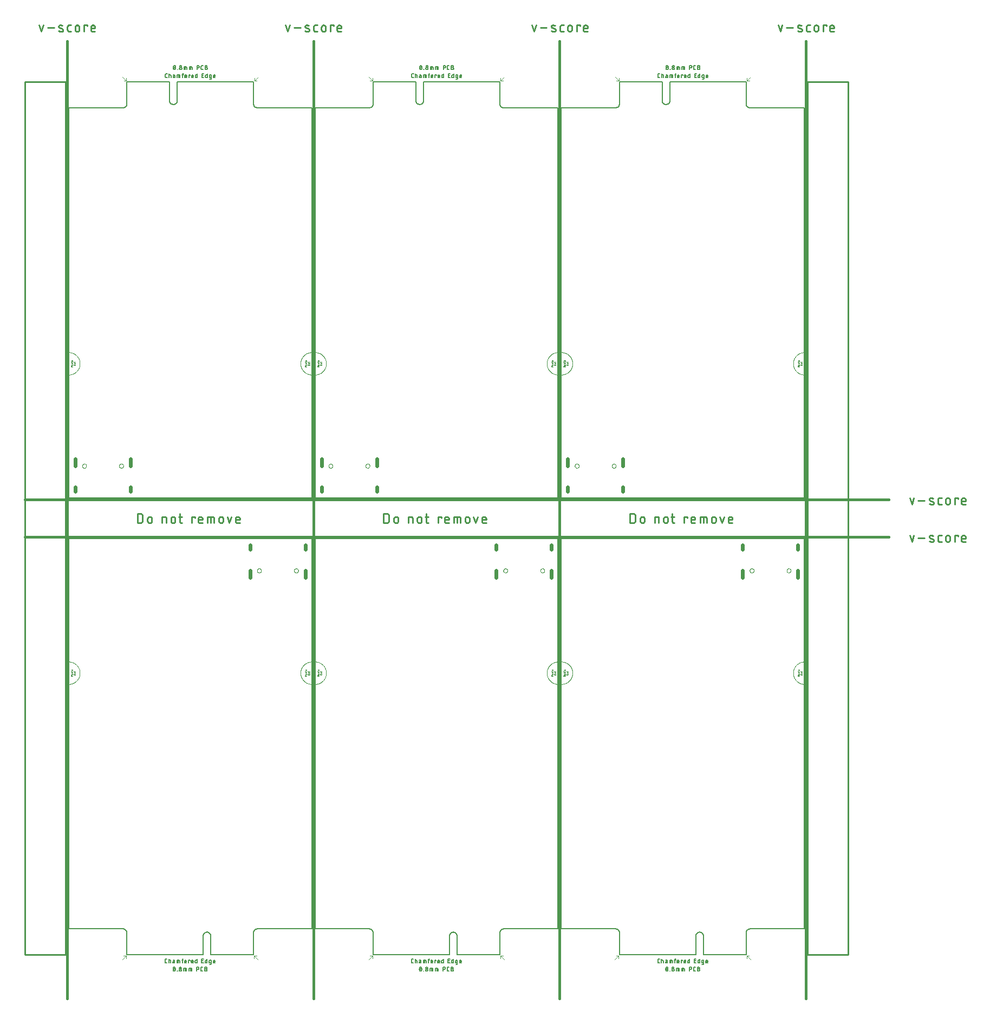
<source format=gko>
G04 EAGLE Gerber RS-274X export*
G75*
%MOMM*%
%FSLAX34Y34*%
%LPD*%
%IN*%
%IPPOS*%
%AMOC8*
5,1,8,0,0,1.08239X$1,22.5*%
G01*
%ADD10C,0.203200*%
%ADD11C,0.381000*%
%ADD12C,0.279400*%
%ADD13C,0.254000*%
%ADD14C,0.127000*%
%ADD15C,0.101600*%
%ADD16C,0.050800*%
%ADD17C,0.025400*%
%ADD18C,0.000000*%
%ADD19C,0.600000*%


D10*
X380009Y40000D02*
X380009Y650000D01*
X9Y650000D01*
X9Y40000D01*
X86009Y40000D01*
X86151Y39986D01*
X86293Y39969D01*
X86433Y39948D01*
X86574Y39923D01*
X86713Y39894D01*
X86852Y39862D01*
X86990Y39825D01*
X87126Y39785D01*
X87262Y39741D01*
X87396Y39693D01*
X87529Y39642D01*
X87660Y39587D01*
X87790Y39528D01*
X87918Y39466D01*
X88045Y39400D01*
X88169Y39331D01*
X88292Y39258D01*
X88412Y39182D01*
X88531Y39103D01*
X88647Y39020D01*
X88761Y38934D01*
X88872Y38846D01*
X88981Y38754D01*
X89087Y38659D01*
X89191Y38561D01*
X89292Y38461D01*
X89390Y38357D01*
X89485Y38251D01*
X89578Y38143D01*
X89667Y38032D01*
X89753Y37918D01*
X89836Y37802D01*
X89916Y37684D01*
X89992Y37564D01*
X90065Y37442D01*
X90135Y37318D01*
X90201Y37192D01*
X90264Y37064D01*
X90323Y36934D01*
X90379Y36803D01*
X90431Y36670D01*
X90479Y36536D01*
X90524Y36401D01*
X90565Y36264D01*
X90602Y36127D01*
X90635Y35988D01*
X90664Y35849D01*
X90690Y35709D01*
X90711Y35568D01*
X90729Y35426D01*
X90743Y35285D01*
X90753Y35142D01*
X90759Y35000D01*
X90759Y0D01*
X210259Y0D01*
X210259Y29000D01*
X210261Y29153D01*
X210267Y29306D01*
X210277Y29459D01*
X210290Y29612D01*
X210308Y29764D01*
X210329Y29916D01*
X210355Y30067D01*
X210384Y30217D01*
X210417Y30367D01*
X210454Y30516D01*
X210494Y30664D01*
X210539Y30810D01*
X210587Y30956D01*
X210639Y31100D01*
X210694Y31243D01*
X210753Y31384D01*
X210816Y31524D01*
X210882Y31662D01*
X210952Y31799D01*
X211025Y31933D01*
X211102Y32066D01*
X211182Y32197D01*
X211265Y32325D01*
X211351Y32452D01*
X211441Y32576D01*
X211534Y32698D01*
X211630Y32817D01*
X211729Y32934D01*
X211831Y33049D01*
X211936Y33161D01*
X212044Y33270D01*
X212154Y33376D01*
X212267Y33479D01*
X212383Y33580D01*
X212501Y33677D01*
X212622Y33772D01*
X212745Y33863D01*
X212870Y33951D01*
X212998Y34036D01*
X213127Y34118D01*
X213259Y34196D01*
X213393Y34271D01*
X213528Y34343D01*
X213666Y34411D01*
X213805Y34475D01*
X213945Y34536D01*
X214087Y34593D01*
X214231Y34647D01*
X214376Y34697D01*
X214522Y34743D01*
X214669Y34786D01*
X214817Y34824D01*
X214967Y34859D01*
X215117Y34890D01*
X215267Y34918D01*
X215419Y34941D01*
X215571Y34960D01*
X215723Y34976D01*
X215876Y34988D01*
X216029Y34996D01*
X216182Y35000D01*
X216336Y35000D01*
X216489Y34996D01*
X216642Y34988D01*
X216795Y34976D01*
X216947Y34960D01*
X217099Y34941D01*
X217251Y34918D01*
X217401Y34890D01*
X217551Y34859D01*
X217701Y34824D01*
X217849Y34786D01*
X217996Y34743D01*
X218142Y34697D01*
X218287Y34647D01*
X218431Y34593D01*
X218573Y34536D01*
X218713Y34475D01*
X218852Y34411D01*
X218990Y34343D01*
X219125Y34271D01*
X219259Y34196D01*
X219391Y34118D01*
X219520Y34036D01*
X219648Y33951D01*
X219773Y33863D01*
X219896Y33772D01*
X220017Y33677D01*
X220135Y33580D01*
X220251Y33479D01*
X220364Y33376D01*
X220474Y33270D01*
X220582Y33161D01*
X220687Y33049D01*
X220789Y32934D01*
X220888Y32817D01*
X220984Y32698D01*
X221077Y32576D01*
X221167Y32452D01*
X221253Y32325D01*
X221336Y32197D01*
X221416Y32066D01*
X221493Y31933D01*
X221566Y31799D01*
X221636Y31662D01*
X221702Y31524D01*
X221765Y31384D01*
X221824Y31243D01*
X221879Y31100D01*
X221931Y30956D01*
X221979Y30810D01*
X222024Y30664D01*
X222064Y30516D01*
X222101Y30367D01*
X222134Y30217D01*
X222163Y30067D01*
X222189Y29916D01*
X222210Y29764D01*
X222228Y29612D01*
X222241Y29459D01*
X222251Y29306D01*
X222257Y29153D01*
X222259Y29000D01*
X222259Y0D01*
X289259Y0D01*
X289259Y35000D01*
X289263Y35140D01*
X289272Y35280D01*
X289284Y35420D01*
X289300Y35559D01*
X289320Y35698D01*
X289343Y35836D01*
X289371Y35974D01*
X289402Y36110D01*
X289437Y36246D01*
X289476Y36381D01*
X289518Y36515D01*
X289564Y36647D01*
X289614Y36778D01*
X289667Y36908D01*
X289724Y37036D01*
X289784Y37163D01*
X289847Y37288D01*
X289915Y37411D01*
X289985Y37532D01*
X290059Y37651D01*
X290136Y37769D01*
X290216Y37884D01*
X290299Y37996D01*
X290386Y38107D01*
X290475Y38215D01*
X290567Y38320D01*
X290662Y38423D01*
X290760Y38524D01*
X290861Y38621D01*
X290964Y38716D01*
X291070Y38808D01*
X291179Y38897D01*
X291289Y38983D01*
X291402Y39066D01*
X291518Y39146D01*
X291635Y39222D01*
X291755Y39296D01*
X291876Y39366D01*
X292000Y39432D01*
X292125Y39495D01*
X292252Y39555D01*
X292380Y39611D01*
X292510Y39664D01*
X292641Y39713D01*
X292774Y39759D01*
X292908Y39801D01*
X293043Y39839D01*
X293179Y39873D01*
X293315Y39904D01*
X293453Y39931D01*
X293591Y39954D01*
X293730Y39973D01*
X293870Y39989D01*
X294009Y40001D01*
X294009Y40000D02*
X380009Y40000D01*
X765099Y40000D02*
X765099Y650000D01*
X385099Y650000D01*
X385099Y40000D01*
X471099Y40000D01*
X471241Y39986D01*
X471383Y39969D01*
X471523Y39948D01*
X471664Y39923D01*
X471803Y39894D01*
X471942Y39862D01*
X472080Y39825D01*
X472216Y39785D01*
X472352Y39741D01*
X472486Y39693D01*
X472619Y39642D01*
X472750Y39587D01*
X472880Y39528D01*
X473008Y39466D01*
X473135Y39400D01*
X473259Y39331D01*
X473382Y39258D01*
X473502Y39182D01*
X473621Y39103D01*
X473737Y39020D01*
X473851Y38934D01*
X473962Y38846D01*
X474071Y38754D01*
X474177Y38659D01*
X474281Y38561D01*
X474382Y38461D01*
X474480Y38357D01*
X474575Y38251D01*
X474668Y38143D01*
X474757Y38032D01*
X474843Y37918D01*
X474926Y37802D01*
X475006Y37684D01*
X475082Y37564D01*
X475155Y37442D01*
X475225Y37318D01*
X475291Y37192D01*
X475354Y37064D01*
X475413Y36934D01*
X475469Y36803D01*
X475521Y36670D01*
X475569Y36536D01*
X475614Y36401D01*
X475655Y36264D01*
X475692Y36127D01*
X475725Y35988D01*
X475754Y35849D01*
X475780Y35709D01*
X475801Y35568D01*
X475819Y35426D01*
X475833Y35285D01*
X475843Y35142D01*
X475849Y35000D01*
X475849Y0D01*
X595349Y0D01*
X595349Y29000D01*
X595351Y29153D01*
X595357Y29306D01*
X595367Y29459D01*
X595380Y29612D01*
X595398Y29764D01*
X595419Y29916D01*
X595445Y30067D01*
X595474Y30217D01*
X595507Y30367D01*
X595544Y30516D01*
X595584Y30664D01*
X595629Y30810D01*
X595677Y30956D01*
X595729Y31100D01*
X595784Y31243D01*
X595843Y31384D01*
X595906Y31524D01*
X595972Y31662D01*
X596042Y31799D01*
X596115Y31933D01*
X596192Y32066D01*
X596272Y32197D01*
X596355Y32325D01*
X596441Y32452D01*
X596531Y32576D01*
X596624Y32698D01*
X596720Y32817D01*
X596819Y32934D01*
X596921Y33049D01*
X597026Y33161D01*
X597134Y33270D01*
X597244Y33376D01*
X597357Y33479D01*
X597473Y33580D01*
X597591Y33677D01*
X597712Y33772D01*
X597835Y33863D01*
X597960Y33951D01*
X598088Y34036D01*
X598217Y34118D01*
X598349Y34196D01*
X598483Y34271D01*
X598618Y34343D01*
X598756Y34411D01*
X598895Y34475D01*
X599035Y34536D01*
X599177Y34593D01*
X599321Y34647D01*
X599466Y34697D01*
X599612Y34743D01*
X599759Y34786D01*
X599907Y34824D01*
X600057Y34859D01*
X600207Y34890D01*
X600357Y34918D01*
X600509Y34941D01*
X600661Y34960D01*
X600813Y34976D01*
X600966Y34988D01*
X601119Y34996D01*
X601272Y35000D01*
X601426Y35000D01*
X601579Y34996D01*
X601732Y34988D01*
X601885Y34976D01*
X602037Y34960D01*
X602189Y34941D01*
X602341Y34918D01*
X602491Y34890D01*
X602641Y34859D01*
X602791Y34824D01*
X602939Y34786D01*
X603086Y34743D01*
X603232Y34697D01*
X603377Y34647D01*
X603521Y34593D01*
X603663Y34536D01*
X603803Y34475D01*
X603942Y34411D01*
X604080Y34343D01*
X604215Y34271D01*
X604349Y34196D01*
X604481Y34118D01*
X604610Y34036D01*
X604738Y33951D01*
X604863Y33863D01*
X604986Y33772D01*
X605107Y33677D01*
X605225Y33580D01*
X605341Y33479D01*
X605454Y33376D01*
X605564Y33270D01*
X605672Y33161D01*
X605777Y33049D01*
X605879Y32934D01*
X605978Y32817D01*
X606074Y32698D01*
X606167Y32576D01*
X606257Y32452D01*
X606343Y32325D01*
X606426Y32197D01*
X606506Y32066D01*
X606583Y31933D01*
X606656Y31799D01*
X606726Y31662D01*
X606792Y31524D01*
X606855Y31384D01*
X606914Y31243D01*
X606969Y31100D01*
X607021Y30956D01*
X607069Y30810D01*
X607114Y30664D01*
X607154Y30516D01*
X607191Y30367D01*
X607224Y30217D01*
X607253Y30067D01*
X607279Y29916D01*
X607300Y29764D01*
X607318Y29612D01*
X607331Y29459D01*
X607341Y29306D01*
X607347Y29153D01*
X607349Y29000D01*
X607349Y0D01*
X674349Y0D01*
X674349Y35000D01*
X674353Y35140D01*
X674362Y35280D01*
X674374Y35420D01*
X674390Y35559D01*
X674410Y35698D01*
X674433Y35836D01*
X674461Y35974D01*
X674492Y36110D01*
X674527Y36246D01*
X674566Y36381D01*
X674608Y36515D01*
X674654Y36647D01*
X674704Y36778D01*
X674757Y36908D01*
X674814Y37036D01*
X674874Y37163D01*
X674937Y37288D01*
X675005Y37411D01*
X675075Y37532D01*
X675149Y37651D01*
X675226Y37769D01*
X675306Y37884D01*
X675389Y37996D01*
X675476Y38107D01*
X675565Y38215D01*
X675657Y38320D01*
X675752Y38423D01*
X675850Y38524D01*
X675951Y38621D01*
X676054Y38716D01*
X676160Y38808D01*
X676269Y38897D01*
X676379Y38983D01*
X676492Y39066D01*
X676608Y39146D01*
X676725Y39222D01*
X676845Y39296D01*
X676966Y39366D01*
X677090Y39432D01*
X677215Y39495D01*
X677342Y39555D01*
X677470Y39611D01*
X677600Y39664D01*
X677731Y39713D01*
X677864Y39759D01*
X677998Y39801D01*
X678133Y39839D01*
X678269Y39873D01*
X678405Y39904D01*
X678543Y39931D01*
X678681Y39954D01*
X678820Y39973D01*
X678960Y39989D01*
X679099Y40001D01*
X679099Y40000D02*
X765099Y40000D01*
X1150163Y40000D02*
X1150163Y650000D01*
X770163Y650000D01*
X770163Y40000D01*
X856163Y40000D01*
X856305Y39986D01*
X856447Y39969D01*
X856587Y39948D01*
X856728Y39923D01*
X856867Y39894D01*
X857006Y39862D01*
X857144Y39825D01*
X857280Y39785D01*
X857416Y39741D01*
X857550Y39693D01*
X857683Y39642D01*
X857814Y39587D01*
X857944Y39528D01*
X858072Y39466D01*
X858199Y39400D01*
X858323Y39331D01*
X858446Y39258D01*
X858566Y39182D01*
X858685Y39103D01*
X858801Y39020D01*
X858915Y38934D01*
X859026Y38846D01*
X859135Y38754D01*
X859241Y38659D01*
X859345Y38561D01*
X859446Y38461D01*
X859544Y38357D01*
X859639Y38251D01*
X859732Y38143D01*
X859821Y38032D01*
X859907Y37918D01*
X859990Y37802D01*
X860070Y37684D01*
X860146Y37564D01*
X860219Y37442D01*
X860289Y37318D01*
X860355Y37192D01*
X860418Y37064D01*
X860477Y36934D01*
X860533Y36803D01*
X860585Y36670D01*
X860633Y36536D01*
X860678Y36401D01*
X860719Y36264D01*
X860756Y36127D01*
X860789Y35988D01*
X860818Y35849D01*
X860844Y35709D01*
X860865Y35568D01*
X860883Y35426D01*
X860897Y35285D01*
X860907Y35142D01*
X860913Y35000D01*
X860913Y0D01*
X980413Y0D01*
X980413Y29000D01*
X980415Y29153D01*
X980421Y29306D01*
X980431Y29459D01*
X980444Y29612D01*
X980462Y29764D01*
X980483Y29916D01*
X980509Y30067D01*
X980538Y30217D01*
X980571Y30367D01*
X980608Y30516D01*
X980648Y30664D01*
X980693Y30810D01*
X980741Y30956D01*
X980793Y31100D01*
X980848Y31243D01*
X980907Y31384D01*
X980970Y31524D01*
X981036Y31662D01*
X981106Y31799D01*
X981179Y31933D01*
X981256Y32066D01*
X981336Y32197D01*
X981419Y32325D01*
X981505Y32452D01*
X981595Y32576D01*
X981688Y32698D01*
X981784Y32817D01*
X981883Y32934D01*
X981985Y33049D01*
X982090Y33161D01*
X982198Y33270D01*
X982308Y33376D01*
X982421Y33479D01*
X982537Y33580D01*
X982655Y33677D01*
X982776Y33772D01*
X982899Y33863D01*
X983024Y33951D01*
X983152Y34036D01*
X983281Y34118D01*
X983413Y34196D01*
X983547Y34271D01*
X983682Y34343D01*
X983820Y34411D01*
X983959Y34475D01*
X984099Y34536D01*
X984241Y34593D01*
X984385Y34647D01*
X984530Y34697D01*
X984676Y34743D01*
X984823Y34786D01*
X984971Y34824D01*
X985121Y34859D01*
X985271Y34890D01*
X985421Y34918D01*
X985573Y34941D01*
X985725Y34960D01*
X985877Y34976D01*
X986030Y34988D01*
X986183Y34996D01*
X986336Y35000D01*
X986490Y35000D01*
X986643Y34996D01*
X986796Y34988D01*
X986949Y34976D01*
X987101Y34960D01*
X987253Y34941D01*
X987405Y34918D01*
X987555Y34890D01*
X987705Y34859D01*
X987855Y34824D01*
X988003Y34786D01*
X988150Y34743D01*
X988296Y34697D01*
X988441Y34647D01*
X988585Y34593D01*
X988727Y34536D01*
X988867Y34475D01*
X989006Y34411D01*
X989144Y34343D01*
X989279Y34271D01*
X989413Y34196D01*
X989545Y34118D01*
X989674Y34036D01*
X989802Y33951D01*
X989927Y33863D01*
X990050Y33772D01*
X990171Y33677D01*
X990289Y33580D01*
X990405Y33479D01*
X990518Y33376D01*
X990628Y33270D01*
X990736Y33161D01*
X990841Y33049D01*
X990943Y32934D01*
X991042Y32817D01*
X991138Y32698D01*
X991231Y32576D01*
X991321Y32452D01*
X991407Y32325D01*
X991490Y32197D01*
X991570Y32066D01*
X991647Y31933D01*
X991720Y31799D01*
X991790Y31662D01*
X991856Y31524D01*
X991919Y31384D01*
X991978Y31243D01*
X992033Y31100D01*
X992085Y30956D01*
X992133Y30810D01*
X992178Y30664D01*
X992218Y30516D01*
X992255Y30367D01*
X992288Y30217D01*
X992317Y30067D01*
X992343Y29916D01*
X992364Y29764D01*
X992382Y29612D01*
X992395Y29459D01*
X992405Y29306D01*
X992411Y29153D01*
X992413Y29000D01*
X992413Y0D01*
X1059413Y0D01*
X1059413Y35000D01*
X1059417Y35140D01*
X1059426Y35280D01*
X1059438Y35420D01*
X1059454Y35559D01*
X1059474Y35698D01*
X1059497Y35836D01*
X1059525Y35974D01*
X1059556Y36110D01*
X1059591Y36246D01*
X1059630Y36381D01*
X1059672Y36515D01*
X1059718Y36647D01*
X1059768Y36778D01*
X1059821Y36908D01*
X1059878Y37036D01*
X1059938Y37163D01*
X1060001Y37288D01*
X1060069Y37411D01*
X1060139Y37532D01*
X1060213Y37651D01*
X1060290Y37769D01*
X1060370Y37884D01*
X1060453Y37996D01*
X1060540Y38107D01*
X1060629Y38215D01*
X1060721Y38320D01*
X1060816Y38423D01*
X1060914Y38524D01*
X1061015Y38621D01*
X1061118Y38716D01*
X1061224Y38808D01*
X1061333Y38897D01*
X1061443Y38983D01*
X1061556Y39066D01*
X1061672Y39146D01*
X1061789Y39222D01*
X1061909Y39296D01*
X1062030Y39366D01*
X1062154Y39432D01*
X1062279Y39495D01*
X1062406Y39555D01*
X1062534Y39611D01*
X1062664Y39664D01*
X1062795Y39713D01*
X1062928Y39759D01*
X1063062Y39801D01*
X1063197Y39839D01*
X1063333Y39873D01*
X1063469Y39904D01*
X1063607Y39931D01*
X1063745Y39954D01*
X1063884Y39973D01*
X1064024Y39989D01*
X1064163Y40001D01*
X1064163Y40000D02*
X1150163Y40000D01*
X0Y713497D02*
X0Y1323497D01*
X0Y713497D02*
X380000Y713497D01*
X380000Y1323497D01*
X294000Y1323497D01*
X293858Y1323511D01*
X293716Y1323528D01*
X293576Y1323549D01*
X293435Y1323574D01*
X293296Y1323603D01*
X293157Y1323635D01*
X293019Y1323672D01*
X292883Y1323712D01*
X292747Y1323756D01*
X292613Y1323804D01*
X292480Y1323855D01*
X292349Y1323910D01*
X292219Y1323969D01*
X292091Y1324031D01*
X291964Y1324097D01*
X291840Y1324166D01*
X291717Y1324239D01*
X291597Y1324315D01*
X291478Y1324394D01*
X291362Y1324477D01*
X291248Y1324563D01*
X291137Y1324651D01*
X291028Y1324743D01*
X290922Y1324838D01*
X290818Y1324936D01*
X290717Y1325036D01*
X290619Y1325140D01*
X290524Y1325246D01*
X290431Y1325354D01*
X290342Y1325465D01*
X290256Y1325579D01*
X290173Y1325695D01*
X290093Y1325813D01*
X290017Y1325933D01*
X289944Y1326055D01*
X289874Y1326179D01*
X289808Y1326305D01*
X289745Y1326433D01*
X289686Y1326563D01*
X289630Y1326694D01*
X289578Y1326827D01*
X289530Y1326961D01*
X289485Y1327096D01*
X289444Y1327233D01*
X289407Y1327370D01*
X289374Y1327509D01*
X289345Y1327648D01*
X289319Y1327788D01*
X289298Y1327929D01*
X289280Y1328071D01*
X289266Y1328212D01*
X289256Y1328355D01*
X289250Y1328497D01*
X289250Y1363497D01*
X169750Y1363497D01*
X169750Y1334497D01*
X169748Y1334344D01*
X169742Y1334191D01*
X169732Y1334038D01*
X169719Y1333885D01*
X169701Y1333733D01*
X169680Y1333581D01*
X169654Y1333430D01*
X169625Y1333280D01*
X169592Y1333130D01*
X169555Y1332981D01*
X169515Y1332833D01*
X169470Y1332687D01*
X169422Y1332541D01*
X169370Y1332397D01*
X169315Y1332254D01*
X169256Y1332113D01*
X169193Y1331973D01*
X169127Y1331835D01*
X169057Y1331698D01*
X168984Y1331564D01*
X168907Y1331431D01*
X168827Y1331300D01*
X168744Y1331172D01*
X168658Y1331045D01*
X168568Y1330921D01*
X168475Y1330799D01*
X168379Y1330680D01*
X168280Y1330563D01*
X168178Y1330448D01*
X168073Y1330336D01*
X167965Y1330227D01*
X167855Y1330121D01*
X167742Y1330018D01*
X167626Y1329917D01*
X167508Y1329820D01*
X167387Y1329725D01*
X167264Y1329634D01*
X167139Y1329546D01*
X167011Y1329461D01*
X166882Y1329379D01*
X166750Y1329301D01*
X166616Y1329226D01*
X166481Y1329154D01*
X166343Y1329086D01*
X166204Y1329022D01*
X166064Y1328961D01*
X165922Y1328904D01*
X165778Y1328850D01*
X165633Y1328800D01*
X165487Y1328754D01*
X165340Y1328711D01*
X165192Y1328673D01*
X165042Y1328638D01*
X164892Y1328607D01*
X164742Y1328579D01*
X164590Y1328556D01*
X164438Y1328537D01*
X164286Y1328521D01*
X164133Y1328509D01*
X163980Y1328501D01*
X163827Y1328497D01*
X163673Y1328497D01*
X163520Y1328501D01*
X163367Y1328509D01*
X163214Y1328521D01*
X163062Y1328537D01*
X162910Y1328556D01*
X162758Y1328579D01*
X162608Y1328607D01*
X162458Y1328638D01*
X162308Y1328673D01*
X162160Y1328711D01*
X162013Y1328754D01*
X161867Y1328800D01*
X161722Y1328850D01*
X161578Y1328904D01*
X161436Y1328961D01*
X161296Y1329022D01*
X161157Y1329086D01*
X161019Y1329154D01*
X160884Y1329226D01*
X160750Y1329301D01*
X160618Y1329379D01*
X160489Y1329461D01*
X160361Y1329546D01*
X160236Y1329634D01*
X160113Y1329725D01*
X159992Y1329820D01*
X159874Y1329917D01*
X159758Y1330018D01*
X159645Y1330121D01*
X159535Y1330227D01*
X159427Y1330336D01*
X159322Y1330448D01*
X159220Y1330563D01*
X159121Y1330680D01*
X159025Y1330799D01*
X158932Y1330921D01*
X158842Y1331045D01*
X158756Y1331172D01*
X158673Y1331300D01*
X158593Y1331431D01*
X158516Y1331564D01*
X158443Y1331698D01*
X158373Y1331835D01*
X158307Y1331973D01*
X158244Y1332113D01*
X158185Y1332254D01*
X158130Y1332397D01*
X158078Y1332541D01*
X158030Y1332687D01*
X157985Y1332833D01*
X157945Y1332981D01*
X157908Y1333130D01*
X157875Y1333280D01*
X157846Y1333430D01*
X157820Y1333581D01*
X157799Y1333733D01*
X157781Y1333885D01*
X157768Y1334038D01*
X157758Y1334191D01*
X157752Y1334344D01*
X157750Y1334497D01*
X157750Y1363497D01*
X90750Y1363497D01*
X90750Y1328497D01*
X90750Y1328498D02*
X90746Y1328358D01*
X90737Y1328218D01*
X90725Y1328078D01*
X90709Y1327939D01*
X90689Y1327800D01*
X90666Y1327662D01*
X90638Y1327524D01*
X90607Y1327388D01*
X90572Y1327252D01*
X90533Y1327117D01*
X90491Y1326983D01*
X90445Y1326851D01*
X90395Y1326720D01*
X90342Y1326590D01*
X90285Y1326462D01*
X90225Y1326335D01*
X90162Y1326210D01*
X90094Y1326087D01*
X90024Y1325966D01*
X89950Y1325847D01*
X89873Y1325729D01*
X89793Y1325614D01*
X89710Y1325502D01*
X89623Y1325391D01*
X89534Y1325283D01*
X89442Y1325178D01*
X89347Y1325075D01*
X89249Y1324974D01*
X89148Y1324877D01*
X89045Y1324782D01*
X88939Y1324690D01*
X88830Y1324601D01*
X88720Y1324515D01*
X88607Y1324432D01*
X88491Y1324352D01*
X88374Y1324276D01*
X88254Y1324202D01*
X88133Y1324132D01*
X88009Y1324066D01*
X87884Y1324003D01*
X87757Y1323943D01*
X87629Y1323887D01*
X87499Y1323834D01*
X87368Y1323785D01*
X87235Y1323739D01*
X87101Y1323697D01*
X86966Y1323659D01*
X86830Y1323625D01*
X86694Y1323594D01*
X86556Y1323567D01*
X86418Y1323544D01*
X86279Y1323525D01*
X86139Y1323509D01*
X86000Y1323497D01*
X0Y1323497D01*
X385064Y1323497D02*
X385064Y713497D01*
X765064Y713497D01*
X765064Y1323497D01*
X679064Y1323497D01*
X678922Y1323511D01*
X678780Y1323528D01*
X678640Y1323549D01*
X678499Y1323574D01*
X678360Y1323603D01*
X678221Y1323635D01*
X678083Y1323672D01*
X677947Y1323712D01*
X677811Y1323756D01*
X677677Y1323804D01*
X677544Y1323855D01*
X677413Y1323910D01*
X677283Y1323969D01*
X677155Y1324031D01*
X677028Y1324097D01*
X676904Y1324166D01*
X676781Y1324239D01*
X676661Y1324315D01*
X676542Y1324394D01*
X676426Y1324477D01*
X676312Y1324563D01*
X676201Y1324651D01*
X676092Y1324743D01*
X675986Y1324838D01*
X675882Y1324936D01*
X675781Y1325036D01*
X675683Y1325140D01*
X675588Y1325246D01*
X675495Y1325354D01*
X675406Y1325465D01*
X675320Y1325579D01*
X675237Y1325695D01*
X675157Y1325813D01*
X675081Y1325933D01*
X675008Y1326055D01*
X674938Y1326179D01*
X674872Y1326305D01*
X674809Y1326433D01*
X674750Y1326563D01*
X674694Y1326694D01*
X674642Y1326827D01*
X674594Y1326961D01*
X674549Y1327096D01*
X674508Y1327233D01*
X674471Y1327370D01*
X674438Y1327509D01*
X674409Y1327648D01*
X674383Y1327788D01*
X674362Y1327929D01*
X674344Y1328071D01*
X674330Y1328212D01*
X674320Y1328355D01*
X674314Y1328497D01*
X674314Y1363497D01*
X554814Y1363497D01*
X554814Y1334497D01*
X554812Y1334344D01*
X554806Y1334191D01*
X554796Y1334038D01*
X554783Y1333885D01*
X554765Y1333733D01*
X554744Y1333581D01*
X554718Y1333430D01*
X554689Y1333280D01*
X554656Y1333130D01*
X554619Y1332981D01*
X554579Y1332833D01*
X554534Y1332687D01*
X554486Y1332541D01*
X554434Y1332397D01*
X554379Y1332254D01*
X554320Y1332113D01*
X554257Y1331973D01*
X554191Y1331835D01*
X554121Y1331698D01*
X554048Y1331564D01*
X553971Y1331431D01*
X553891Y1331300D01*
X553808Y1331172D01*
X553722Y1331045D01*
X553632Y1330921D01*
X553539Y1330799D01*
X553443Y1330680D01*
X553344Y1330563D01*
X553242Y1330448D01*
X553137Y1330336D01*
X553029Y1330227D01*
X552919Y1330121D01*
X552806Y1330018D01*
X552690Y1329917D01*
X552572Y1329820D01*
X552451Y1329725D01*
X552328Y1329634D01*
X552203Y1329546D01*
X552075Y1329461D01*
X551946Y1329379D01*
X551814Y1329301D01*
X551680Y1329226D01*
X551545Y1329154D01*
X551407Y1329086D01*
X551268Y1329022D01*
X551128Y1328961D01*
X550986Y1328904D01*
X550842Y1328850D01*
X550697Y1328800D01*
X550551Y1328754D01*
X550404Y1328711D01*
X550256Y1328673D01*
X550106Y1328638D01*
X549956Y1328607D01*
X549806Y1328579D01*
X549654Y1328556D01*
X549502Y1328537D01*
X549350Y1328521D01*
X549197Y1328509D01*
X549044Y1328501D01*
X548891Y1328497D01*
X548737Y1328497D01*
X548584Y1328501D01*
X548431Y1328509D01*
X548278Y1328521D01*
X548126Y1328537D01*
X547974Y1328556D01*
X547822Y1328579D01*
X547672Y1328607D01*
X547522Y1328638D01*
X547372Y1328673D01*
X547224Y1328711D01*
X547077Y1328754D01*
X546931Y1328800D01*
X546786Y1328850D01*
X546642Y1328904D01*
X546500Y1328961D01*
X546360Y1329022D01*
X546221Y1329086D01*
X546083Y1329154D01*
X545948Y1329226D01*
X545814Y1329301D01*
X545682Y1329379D01*
X545553Y1329461D01*
X545425Y1329546D01*
X545300Y1329634D01*
X545177Y1329725D01*
X545056Y1329820D01*
X544938Y1329917D01*
X544822Y1330018D01*
X544709Y1330121D01*
X544599Y1330227D01*
X544491Y1330336D01*
X544386Y1330448D01*
X544284Y1330563D01*
X544185Y1330680D01*
X544089Y1330799D01*
X543996Y1330921D01*
X543906Y1331045D01*
X543820Y1331172D01*
X543737Y1331300D01*
X543657Y1331431D01*
X543580Y1331564D01*
X543507Y1331698D01*
X543437Y1331835D01*
X543371Y1331973D01*
X543308Y1332113D01*
X543249Y1332254D01*
X543194Y1332397D01*
X543142Y1332541D01*
X543094Y1332687D01*
X543049Y1332833D01*
X543009Y1332981D01*
X542972Y1333130D01*
X542939Y1333280D01*
X542910Y1333430D01*
X542884Y1333581D01*
X542863Y1333733D01*
X542845Y1333885D01*
X542832Y1334038D01*
X542822Y1334191D01*
X542816Y1334344D01*
X542814Y1334497D01*
X542814Y1363497D01*
X475814Y1363497D01*
X475814Y1328497D01*
X475814Y1328498D02*
X475810Y1328358D01*
X475801Y1328218D01*
X475789Y1328078D01*
X475773Y1327939D01*
X475753Y1327800D01*
X475730Y1327662D01*
X475702Y1327524D01*
X475671Y1327388D01*
X475636Y1327252D01*
X475597Y1327117D01*
X475555Y1326983D01*
X475509Y1326851D01*
X475459Y1326720D01*
X475406Y1326590D01*
X475349Y1326462D01*
X475289Y1326335D01*
X475226Y1326210D01*
X475158Y1326087D01*
X475088Y1325966D01*
X475014Y1325847D01*
X474937Y1325729D01*
X474857Y1325614D01*
X474774Y1325502D01*
X474687Y1325391D01*
X474598Y1325283D01*
X474506Y1325178D01*
X474411Y1325075D01*
X474313Y1324974D01*
X474212Y1324877D01*
X474109Y1324782D01*
X474003Y1324690D01*
X473894Y1324601D01*
X473784Y1324515D01*
X473671Y1324432D01*
X473555Y1324352D01*
X473438Y1324276D01*
X473318Y1324202D01*
X473197Y1324132D01*
X473073Y1324066D01*
X472948Y1324003D01*
X472821Y1323943D01*
X472693Y1323887D01*
X472563Y1323834D01*
X472432Y1323785D01*
X472299Y1323739D01*
X472165Y1323697D01*
X472030Y1323659D01*
X471894Y1323625D01*
X471758Y1323594D01*
X471620Y1323567D01*
X471482Y1323544D01*
X471343Y1323525D01*
X471203Y1323509D01*
X471064Y1323497D01*
X385064Y1323497D01*
X770153Y1323497D02*
X770153Y713497D01*
X1150153Y713497D01*
X1150153Y1323497D01*
X1064153Y1323497D01*
X1064154Y1323497D02*
X1064012Y1323511D01*
X1063870Y1323528D01*
X1063730Y1323549D01*
X1063589Y1323574D01*
X1063450Y1323603D01*
X1063311Y1323635D01*
X1063173Y1323672D01*
X1063037Y1323712D01*
X1062901Y1323756D01*
X1062767Y1323804D01*
X1062634Y1323855D01*
X1062503Y1323910D01*
X1062373Y1323969D01*
X1062245Y1324031D01*
X1062118Y1324097D01*
X1061994Y1324166D01*
X1061871Y1324239D01*
X1061751Y1324315D01*
X1061632Y1324394D01*
X1061516Y1324477D01*
X1061402Y1324563D01*
X1061291Y1324651D01*
X1061182Y1324743D01*
X1061076Y1324838D01*
X1060972Y1324936D01*
X1060871Y1325036D01*
X1060773Y1325140D01*
X1060678Y1325246D01*
X1060585Y1325354D01*
X1060496Y1325465D01*
X1060410Y1325579D01*
X1060327Y1325695D01*
X1060247Y1325813D01*
X1060171Y1325933D01*
X1060098Y1326055D01*
X1060028Y1326179D01*
X1059962Y1326305D01*
X1059899Y1326433D01*
X1059840Y1326563D01*
X1059784Y1326694D01*
X1059732Y1326827D01*
X1059684Y1326961D01*
X1059639Y1327096D01*
X1059598Y1327233D01*
X1059561Y1327370D01*
X1059528Y1327509D01*
X1059499Y1327648D01*
X1059473Y1327788D01*
X1059452Y1327929D01*
X1059434Y1328071D01*
X1059420Y1328212D01*
X1059410Y1328355D01*
X1059404Y1328497D01*
X1059403Y1328497D02*
X1059403Y1363497D01*
X939903Y1363497D01*
X939903Y1334497D01*
X939901Y1334344D01*
X939895Y1334191D01*
X939885Y1334038D01*
X939872Y1333885D01*
X939854Y1333733D01*
X939833Y1333581D01*
X939807Y1333430D01*
X939778Y1333280D01*
X939745Y1333130D01*
X939708Y1332981D01*
X939668Y1332833D01*
X939623Y1332687D01*
X939575Y1332541D01*
X939523Y1332397D01*
X939468Y1332254D01*
X939409Y1332113D01*
X939346Y1331973D01*
X939280Y1331835D01*
X939210Y1331698D01*
X939137Y1331564D01*
X939060Y1331431D01*
X938980Y1331300D01*
X938897Y1331172D01*
X938811Y1331045D01*
X938721Y1330921D01*
X938628Y1330799D01*
X938532Y1330680D01*
X938433Y1330563D01*
X938331Y1330448D01*
X938226Y1330336D01*
X938118Y1330227D01*
X938008Y1330121D01*
X937895Y1330018D01*
X937779Y1329917D01*
X937661Y1329820D01*
X937540Y1329725D01*
X937417Y1329634D01*
X937292Y1329546D01*
X937164Y1329461D01*
X937035Y1329379D01*
X936903Y1329301D01*
X936769Y1329226D01*
X936634Y1329154D01*
X936496Y1329086D01*
X936357Y1329022D01*
X936217Y1328961D01*
X936075Y1328904D01*
X935931Y1328850D01*
X935786Y1328800D01*
X935640Y1328754D01*
X935493Y1328711D01*
X935345Y1328673D01*
X935195Y1328638D01*
X935045Y1328607D01*
X934895Y1328579D01*
X934743Y1328556D01*
X934591Y1328537D01*
X934439Y1328521D01*
X934286Y1328509D01*
X934133Y1328501D01*
X933980Y1328497D01*
X933826Y1328497D01*
X933673Y1328501D01*
X933520Y1328509D01*
X933367Y1328521D01*
X933215Y1328537D01*
X933063Y1328556D01*
X932911Y1328579D01*
X932761Y1328607D01*
X932611Y1328638D01*
X932461Y1328673D01*
X932313Y1328711D01*
X932166Y1328754D01*
X932020Y1328800D01*
X931875Y1328850D01*
X931731Y1328904D01*
X931589Y1328961D01*
X931449Y1329022D01*
X931310Y1329086D01*
X931172Y1329154D01*
X931037Y1329226D01*
X930903Y1329301D01*
X930771Y1329379D01*
X930642Y1329461D01*
X930514Y1329546D01*
X930389Y1329634D01*
X930266Y1329725D01*
X930145Y1329820D01*
X930027Y1329917D01*
X929911Y1330018D01*
X929798Y1330121D01*
X929688Y1330227D01*
X929580Y1330336D01*
X929475Y1330448D01*
X929373Y1330563D01*
X929274Y1330680D01*
X929178Y1330799D01*
X929085Y1330921D01*
X928995Y1331045D01*
X928909Y1331172D01*
X928826Y1331300D01*
X928746Y1331431D01*
X928669Y1331564D01*
X928596Y1331698D01*
X928526Y1331835D01*
X928460Y1331973D01*
X928397Y1332113D01*
X928338Y1332254D01*
X928283Y1332397D01*
X928231Y1332541D01*
X928183Y1332687D01*
X928138Y1332833D01*
X928098Y1332981D01*
X928061Y1333130D01*
X928028Y1333280D01*
X927999Y1333430D01*
X927973Y1333581D01*
X927952Y1333733D01*
X927934Y1333885D01*
X927921Y1334038D01*
X927911Y1334191D01*
X927905Y1334344D01*
X927903Y1334497D01*
X927903Y1363497D01*
X860903Y1363497D01*
X860903Y1328497D01*
X860904Y1328498D02*
X860900Y1328358D01*
X860891Y1328218D01*
X860879Y1328078D01*
X860863Y1327939D01*
X860843Y1327800D01*
X860820Y1327662D01*
X860792Y1327524D01*
X860761Y1327388D01*
X860726Y1327252D01*
X860687Y1327117D01*
X860645Y1326983D01*
X860599Y1326851D01*
X860549Y1326720D01*
X860496Y1326590D01*
X860439Y1326462D01*
X860379Y1326335D01*
X860316Y1326210D01*
X860248Y1326087D01*
X860178Y1325966D01*
X860104Y1325847D01*
X860027Y1325729D01*
X859947Y1325614D01*
X859864Y1325502D01*
X859777Y1325391D01*
X859688Y1325283D01*
X859596Y1325178D01*
X859501Y1325075D01*
X859403Y1324974D01*
X859302Y1324877D01*
X859199Y1324782D01*
X859093Y1324690D01*
X858984Y1324601D01*
X858874Y1324515D01*
X858761Y1324432D01*
X858645Y1324352D01*
X858528Y1324276D01*
X858408Y1324202D01*
X858287Y1324132D01*
X858163Y1324066D01*
X858038Y1324003D01*
X857911Y1323943D01*
X857783Y1323887D01*
X857653Y1323834D01*
X857522Y1323785D01*
X857389Y1323739D01*
X857255Y1323697D01*
X857120Y1323659D01*
X856984Y1323625D01*
X856848Y1323594D01*
X856710Y1323567D01*
X856572Y1323544D01*
X856433Y1323525D01*
X856293Y1323509D01*
X856154Y1323497D01*
X856153Y1323497D02*
X770153Y1323497D01*
D11*
X-2540Y1426997D02*
X-2540Y-68580D01*
D12*
X-42921Y1442364D02*
X-46251Y1452355D01*
X-39590Y1452355D02*
X-42921Y1442364D01*
X-32806Y1448192D02*
X-22815Y1448192D01*
X-14261Y1448192D02*
X-10098Y1446527D01*
X-14261Y1448192D02*
X-14346Y1448228D01*
X-14429Y1448268D01*
X-14510Y1448311D01*
X-14590Y1448358D01*
X-14667Y1448408D01*
X-14743Y1448461D01*
X-14816Y1448517D01*
X-14886Y1448577D01*
X-14954Y1448639D01*
X-15019Y1448704D01*
X-15081Y1448772D01*
X-15141Y1448843D01*
X-15197Y1448916D01*
X-15250Y1448991D01*
X-15300Y1449069D01*
X-15346Y1449148D01*
X-15389Y1449230D01*
X-15429Y1449313D01*
X-15465Y1449398D01*
X-15497Y1449484D01*
X-15526Y1449572D01*
X-15550Y1449661D01*
X-15571Y1449751D01*
X-15588Y1449841D01*
X-15602Y1449932D01*
X-15611Y1450024D01*
X-15616Y1450116D01*
X-15618Y1450208D01*
X-15616Y1450300D01*
X-15609Y1450392D01*
X-15599Y1450484D01*
X-15585Y1450575D01*
X-15567Y1450666D01*
X-15545Y1450755D01*
X-15519Y1450844D01*
X-15489Y1450931D01*
X-15456Y1451017D01*
X-15419Y1451101D01*
X-15379Y1451184D01*
X-15335Y1451265D01*
X-15288Y1451344D01*
X-15237Y1451421D01*
X-15183Y1451496D01*
X-15126Y1451569D01*
X-15066Y1451639D01*
X-15003Y1451706D01*
X-14937Y1451770D01*
X-14869Y1451832D01*
X-14798Y1451891D01*
X-14724Y1451946D01*
X-14648Y1451999D01*
X-14570Y1452048D01*
X-14490Y1452094D01*
X-14409Y1452136D01*
X-14325Y1452175D01*
X-14240Y1452210D01*
X-14153Y1452241D01*
X-14065Y1452269D01*
X-13976Y1452293D01*
X-13886Y1452313D01*
X-13796Y1452330D01*
X-13704Y1452342D01*
X-13612Y1452351D01*
X-13520Y1452355D01*
X-13428Y1452356D01*
X-13428Y1452355D02*
X-13201Y1452349D01*
X-12974Y1452338D01*
X-12747Y1452321D01*
X-12521Y1452298D01*
X-12295Y1452271D01*
X-12070Y1452237D01*
X-11846Y1452199D01*
X-11623Y1452155D01*
X-11401Y1452106D01*
X-11180Y1452051D01*
X-10961Y1451991D01*
X-10743Y1451926D01*
X-10527Y1451855D01*
X-10313Y1451780D01*
X-10100Y1451699D01*
X-9890Y1451613D01*
X-9681Y1451522D01*
X-10098Y1446528D02*
X-10013Y1446492D01*
X-9930Y1446452D01*
X-9849Y1446409D01*
X-9769Y1446362D01*
X-9692Y1446312D01*
X-9616Y1446259D01*
X-9543Y1446203D01*
X-9473Y1446143D01*
X-9405Y1446081D01*
X-9340Y1446016D01*
X-9278Y1445948D01*
X-9218Y1445877D01*
X-9162Y1445804D01*
X-9109Y1445729D01*
X-9059Y1445651D01*
X-9013Y1445572D01*
X-8970Y1445490D01*
X-8930Y1445407D01*
X-8894Y1445322D01*
X-8862Y1445236D01*
X-8833Y1445148D01*
X-8809Y1445059D01*
X-8788Y1444969D01*
X-8771Y1444879D01*
X-8757Y1444788D01*
X-8748Y1444696D01*
X-8743Y1444604D01*
X-8741Y1444512D01*
X-8743Y1444420D01*
X-8750Y1444328D01*
X-8760Y1444236D01*
X-8774Y1444145D01*
X-8792Y1444054D01*
X-8814Y1443965D01*
X-8840Y1443876D01*
X-8870Y1443789D01*
X-8903Y1443703D01*
X-8940Y1443619D01*
X-8980Y1443536D01*
X-9024Y1443455D01*
X-9071Y1443376D01*
X-9122Y1443299D01*
X-9176Y1443224D01*
X-9233Y1443151D01*
X-9293Y1443081D01*
X-9356Y1443014D01*
X-9422Y1442950D01*
X-9490Y1442888D01*
X-9561Y1442829D01*
X-9635Y1442774D01*
X-9711Y1442721D01*
X-9789Y1442672D01*
X-9869Y1442626D01*
X-9950Y1442584D01*
X-10034Y1442545D01*
X-10119Y1442510D01*
X-10206Y1442479D01*
X-10294Y1442451D01*
X-10383Y1442427D01*
X-10473Y1442407D01*
X-10563Y1442390D01*
X-10655Y1442378D01*
X-10747Y1442369D01*
X-10839Y1442365D01*
X-10931Y1442364D01*
X-11265Y1442373D01*
X-11598Y1442390D01*
X-11931Y1442414D01*
X-12264Y1442447D01*
X-12595Y1442487D01*
X-12926Y1442535D01*
X-13255Y1442591D01*
X-13583Y1442654D01*
X-13909Y1442726D01*
X-14233Y1442805D01*
X-14556Y1442891D01*
X-14876Y1442986D01*
X-15194Y1443088D01*
X-15510Y1443197D01*
X562Y1442364D02*
X3892Y1442364D01*
X562Y1442364D02*
X464Y1442366D01*
X366Y1442372D01*
X268Y1442381D01*
X171Y1442395D01*
X75Y1442412D01*
X-21Y1442433D01*
X-116Y1442458D01*
X-210Y1442486D01*
X-303Y1442518D01*
X-394Y1442554D01*
X-484Y1442593D01*
X-572Y1442636D01*
X-659Y1442683D01*
X-743Y1442732D01*
X-826Y1442785D01*
X-906Y1442841D01*
X-985Y1442900D01*
X-1060Y1442963D01*
X-1134Y1443028D01*
X-1204Y1443096D01*
X-1272Y1443166D01*
X-1338Y1443240D01*
X-1400Y1443316D01*
X-1459Y1443394D01*
X-1515Y1443474D01*
X-1568Y1443557D01*
X-1618Y1443641D01*
X-1664Y1443728D01*
X-1707Y1443816D01*
X-1746Y1443906D01*
X-1782Y1443997D01*
X-1814Y1444090D01*
X-1842Y1444184D01*
X-1867Y1444279D01*
X-1888Y1444375D01*
X-1905Y1444471D01*
X-1919Y1444568D01*
X-1928Y1444666D01*
X-1934Y1444764D01*
X-1936Y1444862D01*
X-1936Y1449857D01*
X-1934Y1449955D01*
X-1928Y1450053D01*
X-1919Y1450151D01*
X-1905Y1450248D01*
X-1888Y1450344D01*
X-1867Y1450440D01*
X-1842Y1450535D01*
X-1814Y1450629D01*
X-1782Y1450722D01*
X-1746Y1450813D01*
X-1707Y1450903D01*
X-1664Y1450991D01*
X-1617Y1451078D01*
X-1568Y1451162D01*
X-1515Y1451245D01*
X-1459Y1451325D01*
X-1400Y1451403D01*
X-1337Y1451479D01*
X-1272Y1451553D01*
X-1204Y1451623D01*
X-1134Y1451691D01*
X-1060Y1451756D01*
X-984Y1451819D01*
X-906Y1451878D01*
X-826Y1451934D01*
X-743Y1451987D01*
X-659Y1452036D01*
X-572Y1452083D01*
X-484Y1452126D01*
X-394Y1452165D01*
X-303Y1452201D01*
X-210Y1452233D01*
X-116Y1452261D01*
X-21Y1452286D01*
X75Y1452307D01*
X171Y1452324D01*
X268Y1452338D01*
X366Y1452347D01*
X464Y1452353D01*
X562Y1452355D01*
X3892Y1452355D01*
X10022Y1449025D02*
X10022Y1445695D01*
X10022Y1449025D02*
X10024Y1449139D01*
X10030Y1449252D01*
X10039Y1449366D01*
X10053Y1449478D01*
X10070Y1449591D01*
X10092Y1449703D01*
X10117Y1449813D01*
X10145Y1449923D01*
X10178Y1450032D01*
X10214Y1450140D01*
X10254Y1450247D01*
X10298Y1450352D01*
X10345Y1450455D01*
X10395Y1450557D01*
X10449Y1450657D01*
X10507Y1450755D01*
X10568Y1450851D01*
X10631Y1450945D01*
X10699Y1451037D01*
X10769Y1451127D01*
X10842Y1451213D01*
X10918Y1451298D01*
X10997Y1451380D01*
X11079Y1451459D01*
X11164Y1451535D01*
X11250Y1451608D01*
X11340Y1451678D01*
X11432Y1451746D01*
X11526Y1451809D01*
X11622Y1451870D01*
X11720Y1451928D01*
X11820Y1451982D01*
X11922Y1452032D01*
X12025Y1452079D01*
X12130Y1452123D01*
X12237Y1452163D01*
X12345Y1452199D01*
X12454Y1452232D01*
X12564Y1452260D01*
X12674Y1452285D01*
X12786Y1452307D01*
X12899Y1452324D01*
X13011Y1452338D01*
X13125Y1452347D01*
X13238Y1452353D01*
X13352Y1452355D01*
X13466Y1452353D01*
X13579Y1452347D01*
X13693Y1452338D01*
X13805Y1452324D01*
X13918Y1452307D01*
X14030Y1452285D01*
X14140Y1452260D01*
X14250Y1452232D01*
X14359Y1452199D01*
X14467Y1452163D01*
X14574Y1452123D01*
X14679Y1452079D01*
X14782Y1452032D01*
X14884Y1451982D01*
X14984Y1451928D01*
X15082Y1451870D01*
X15178Y1451809D01*
X15272Y1451746D01*
X15364Y1451678D01*
X15454Y1451608D01*
X15540Y1451535D01*
X15625Y1451459D01*
X15707Y1451380D01*
X15786Y1451298D01*
X15862Y1451213D01*
X15935Y1451127D01*
X16005Y1451037D01*
X16073Y1450945D01*
X16136Y1450851D01*
X16197Y1450755D01*
X16255Y1450657D01*
X16309Y1450557D01*
X16359Y1450455D01*
X16406Y1450352D01*
X16450Y1450247D01*
X16490Y1450140D01*
X16526Y1450032D01*
X16559Y1449923D01*
X16587Y1449813D01*
X16612Y1449703D01*
X16634Y1449591D01*
X16651Y1449478D01*
X16665Y1449366D01*
X16674Y1449252D01*
X16680Y1449139D01*
X16682Y1449025D01*
X16682Y1445695D01*
X16680Y1445581D01*
X16674Y1445468D01*
X16665Y1445354D01*
X16651Y1445242D01*
X16634Y1445129D01*
X16612Y1445017D01*
X16587Y1444907D01*
X16559Y1444797D01*
X16526Y1444688D01*
X16490Y1444580D01*
X16450Y1444473D01*
X16406Y1444368D01*
X16359Y1444265D01*
X16309Y1444163D01*
X16255Y1444063D01*
X16197Y1443965D01*
X16136Y1443869D01*
X16073Y1443775D01*
X16005Y1443683D01*
X15935Y1443593D01*
X15862Y1443507D01*
X15786Y1443422D01*
X15707Y1443340D01*
X15625Y1443261D01*
X15540Y1443185D01*
X15454Y1443112D01*
X15364Y1443042D01*
X15272Y1442974D01*
X15178Y1442911D01*
X15082Y1442850D01*
X14984Y1442792D01*
X14884Y1442738D01*
X14782Y1442688D01*
X14679Y1442641D01*
X14574Y1442597D01*
X14467Y1442557D01*
X14359Y1442521D01*
X14250Y1442488D01*
X14140Y1442460D01*
X14030Y1442435D01*
X13918Y1442413D01*
X13805Y1442396D01*
X13693Y1442382D01*
X13579Y1442373D01*
X13466Y1442367D01*
X13352Y1442365D01*
X13238Y1442367D01*
X13125Y1442373D01*
X13011Y1442382D01*
X12899Y1442396D01*
X12786Y1442413D01*
X12674Y1442435D01*
X12564Y1442460D01*
X12454Y1442488D01*
X12345Y1442521D01*
X12237Y1442557D01*
X12130Y1442597D01*
X12025Y1442641D01*
X11922Y1442688D01*
X11820Y1442738D01*
X11720Y1442792D01*
X11622Y1442850D01*
X11526Y1442911D01*
X11432Y1442974D01*
X11340Y1443042D01*
X11250Y1443112D01*
X11164Y1443185D01*
X11079Y1443261D01*
X10997Y1443340D01*
X10918Y1443422D01*
X10842Y1443507D01*
X10769Y1443593D01*
X10699Y1443683D01*
X10631Y1443775D01*
X10568Y1443869D01*
X10507Y1443965D01*
X10449Y1444063D01*
X10395Y1444163D01*
X10345Y1444265D01*
X10298Y1444368D01*
X10254Y1444473D01*
X10214Y1444580D01*
X10178Y1444688D01*
X10145Y1444797D01*
X10117Y1444907D01*
X10092Y1445017D01*
X10070Y1445129D01*
X10053Y1445242D01*
X10039Y1445354D01*
X10030Y1445468D01*
X10024Y1445581D01*
X10022Y1445695D01*
X24218Y1442364D02*
X24218Y1452355D01*
X29213Y1452355D01*
X29213Y1450690D01*
X37008Y1442364D02*
X41171Y1442364D01*
X37008Y1442364D02*
X36910Y1442366D01*
X36812Y1442372D01*
X36714Y1442381D01*
X36617Y1442395D01*
X36521Y1442412D01*
X36425Y1442433D01*
X36330Y1442458D01*
X36236Y1442486D01*
X36143Y1442518D01*
X36052Y1442554D01*
X35962Y1442593D01*
X35874Y1442636D01*
X35787Y1442683D01*
X35703Y1442732D01*
X35620Y1442785D01*
X35540Y1442841D01*
X35462Y1442900D01*
X35386Y1442963D01*
X35312Y1443028D01*
X35242Y1443096D01*
X35174Y1443166D01*
X35109Y1443240D01*
X35046Y1443316D01*
X34987Y1443394D01*
X34931Y1443474D01*
X34878Y1443557D01*
X34829Y1443641D01*
X34782Y1443728D01*
X34739Y1443816D01*
X34700Y1443906D01*
X34664Y1443997D01*
X34632Y1444090D01*
X34604Y1444184D01*
X34579Y1444279D01*
X34558Y1444375D01*
X34541Y1444471D01*
X34527Y1444568D01*
X34518Y1444666D01*
X34512Y1444764D01*
X34510Y1444862D01*
X34510Y1449025D01*
X34511Y1449025D02*
X34513Y1449139D01*
X34519Y1449252D01*
X34528Y1449366D01*
X34542Y1449478D01*
X34559Y1449591D01*
X34581Y1449703D01*
X34606Y1449813D01*
X34634Y1449923D01*
X34667Y1450032D01*
X34703Y1450140D01*
X34743Y1450247D01*
X34787Y1450352D01*
X34834Y1450455D01*
X34884Y1450557D01*
X34938Y1450657D01*
X34996Y1450755D01*
X35057Y1450851D01*
X35120Y1450945D01*
X35188Y1451037D01*
X35258Y1451127D01*
X35331Y1451213D01*
X35407Y1451298D01*
X35486Y1451380D01*
X35568Y1451459D01*
X35653Y1451535D01*
X35739Y1451608D01*
X35829Y1451678D01*
X35921Y1451746D01*
X36015Y1451809D01*
X36111Y1451870D01*
X36209Y1451928D01*
X36309Y1451982D01*
X36411Y1452032D01*
X36514Y1452079D01*
X36619Y1452123D01*
X36726Y1452163D01*
X36834Y1452199D01*
X36943Y1452232D01*
X37053Y1452260D01*
X37163Y1452285D01*
X37275Y1452307D01*
X37388Y1452324D01*
X37500Y1452338D01*
X37614Y1452347D01*
X37727Y1452353D01*
X37841Y1452355D01*
X37955Y1452353D01*
X38068Y1452347D01*
X38182Y1452338D01*
X38294Y1452324D01*
X38407Y1452307D01*
X38519Y1452285D01*
X38629Y1452260D01*
X38739Y1452232D01*
X38848Y1452199D01*
X38956Y1452163D01*
X39063Y1452123D01*
X39168Y1452079D01*
X39271Y1452032D01*
X39373Y1451982D01*
X39473Y1451928D01*
X39571Y1451870D01*
X39667Y1451809D01*
X39761Y1451746D01*
X39853Y1451678D01*
X39943Y1451608D01*
X40029Y1451535D01*
X40114Y1451459D01*
X40196Y1451380D01*
X40275Y1451298D01*
X40351Y1451213D01*
X40424Y1451127D01*
X40494Y1451037D01*
X40562Y1450945D01*
X40625Y1450851D01*
X40686Y1450755D01*
X40744Y1450657D01*
X40798Y1450557D01*
X40848Y1450455D01*
X40895Y1450352D01*
X40939Y1450247D01*
X40979Y1450140D01*
X41015Y1450032D01*
X41048Y1449923D01*
X41076Y1449813D01*
X41101Y1449703D01*
X41123Y1449591D01*
X41140Y1449478D01*
X41154Y1449366D01*
X41163Y1449252D01*
X41169Y1449139D01*
X41171Y1449025D01*
X41171Y1447360D01*
X34510Y1447360D01*
X107373Y689254D02*
X107373Y674268D01*
X107373Y689254D02*
X111536Y689254D01*
X111536Y689255D02*
X111664Y689253D01*
X111792Y689247D01*
X111920Y689237D01*
X112048Y689223D01*
X112175Y689206D01*
X112301Y689184D01*
X112427Y689159D01*
X112551Y689129D01*
X112675Y689096D01*
X112798Y689059D01*
X112920Y689018D01*
X113040Y688974D01*
X113159Y688926D01*
X113276Y688874D01*
X113392Y688819D01*
X113505Y688760D01*
X113618Y688697D01*
X113728Y688631D01*
X113835Y688562D01*
X113941Y688490D01*
X114045Y688414D01*
X114146Y688335D01*
X114245Y688253D01*
X114341Y688168D01*
X114434Y688081D01*
X114525Y687990D01*
X114612Y687897D01*
X114697Y687801D01*
X114779Y687702D01*
X114858Y687601D01*
X114934Y687497D01*
X115006Y687391D01*
X115075Y687284D01*
X115141Y687174D01*
X115204Y687061D01*
X115263Y686948D01*
X115318Y686832D01*
X115370Y686715D01*
X115418Y686596D01*
X115462Y686476D01*
X115503Y686354D01*
X115540Y686231D01*
X115573Y686107D01*
X115603Y685983D01*
X115628Y685857D01*
X115650Y685731D01*
X115667Y685604D01*
X115681Y685476D01*
X115691Y685348D01*
X115697Y685220D01*
X115699Y685092D01*
X115699Y678431D01*
X115697Y678303D01*
X115691Y678175D01*
X115681Y678047D01*
X115667Y677919D01*
X115650Y677792D01*
X115628Y677666D01*
X115603Y677540D01*
X115573Y677416D01*
X115540Y677292D01*
X115503Y677169D01*
X115462Y677047D01*
X115418Y676927D01*
X115370Y676808D01*
X115318Y676691D01*
X115263Y676575D01*
X115204Y676462D01*
X115141Y676350D01*
X115075Y676239D01*
X115006Y676132D01*
X114934Y676026D01*
X114858Y675922D01*
X114779Y675821D01*
X114697Y675722D01*
X114612Y675626D01*
X114525Y675533D01*
X114434Y675442D01*
X114341Y675355D01*
X114245Y675270D01*
X114146Y675188D01*
X114045Y675109D01*
X113941Y675033D01*
X113835Y674961D01*
X113728Y674892D01*
X113618Y674826D01*
X113505Y674763D01*
X113392Y674704D01*
X113276Y674649D01*
X113159Y674597D01*
X113040Y674549D01*
X112920Y674505D01*
X112798Y674464D01*
X112675Y674427D01*
X112551Y674394D01*
X112427Y674364D01*
X112301Y674339D01*
X112175Y674317D01*
X112048Y674300D01*
X111920Y674286D01*
X111792Y674276D01*
X111664Y674270D01*
X111536Y674268D01*
X107373Y674268D01*
X123316Y677599D02*
X123316Y680929D01*
X123318Y681043D01*
X123324Y681156D01*
X123333Y681270D01*
X123347Y681382D01*
X123364Y681495D01*
X123386Y681607D01*
X123411Y681717D01*
X123439Y681827D01*
X123472Y681936D01*
X123508Y682044D01*
X123548Y682151D01*
X123592Y682256D01*
X123639Y682359D01*
X123689Y682461D01*
X123743Y682561D01*
X123801Y682659D01*
X123862Y682755D01*
X123925Y682849D01*
X123993Y682941D01*
X124063Y683031D01*
X124136Y683117D01*
X124212Y683202D01*
X124291Y683284D01*
X124373Y683363D01*
X124458Y683439D01*
X124544Y683512D01*
X124634Y683582D01*
X124726Y683650D01*
X124820Y683713D01*
X124916Y683774D01*
X125014Y683832D01*
X125114Y683886D01*
X125216Y683936D01*
X125319Y683983D01*
X125424Y684027D01*
X125531Y684067D01*
X125639Y684103D01*
X125748Y684136D01*
X125858Y684164D01*
X125968Y684189D01*
X126080Y684211D01*
X126193Y684228D01*
X126305Y684242D01*
X126419Y684251D01*
X126532Y684257D01*
X126646Y684259D01*
X126760Y684257D01*
X126873Y684251D01*
X126987Y684242D01*
X127099Y684228D01*
X127212Y684211D01*
X127324Y684189D01*
X127434Y684164D01*
X127544Y684136D01*
X127653Y684103D01*
X127761Y684067D01*
X127868Y684027D01*
X127973Y683983D01*
X128076Y683936D01*
X128178Y683886D01*
X128278Y683832D01*
X128376Y683774D01*
X128472Y683713D01*
X128566Y683650D01*
X128658Y683582D01*
X128748Y683512D01*
X128834Y683439D01*
X128919Y683363D01*
X129001Y683284D01*
X129080Y683202D01*
X129156Y683117D01*
X129229Y683031D01*
X129299Y682941D01*
X129367Y682849D01*
X129430Y682755D01*
X129491Y682659D01*
X129549Y682561D01*
X129603Y682461D01*
X129653Y682359D01*
X129700Y682256D01*
X129744Y682151D01*
X129784Y682044D01*
X129820Y681936D01*
X129853Y681827D01*
X129881Y681717D01*
X129906Y681607D01*
X129928Y681495D01*
X129945Y681382D01*
X129959Y681270D01*
X129968Y681156D01*
X129974Y681043D01*
X129976Y680929D01*
X129976Y677599D01*
X129974Y677485D01*
X129968Y677372D01*
X129959Y677258D01*
X129945Y677146D01*
X129928Y677033D01*
X129906Y676921D01*
X129881Y676811D01*
X129853Y676701D01*
X129820Y676592D01*
X129784Y676484D01*
X129744Y676377D01*
X129700Y676272D01*
X129653Y676169D01*
X129603Y676067D01*
X129549Y675967D01*
X129491Y675869D01*
X129430Y675773D01*
X129367Y675679D01*
X129299Y675587D01*
X129229Y675497D01*
X129156Y675411D01*
X129080Y675326D01*
X129001Y675244D01*
X128919Y675165D01*
X128834Y675089D01*
X128748Y675016D01*
X128658Y674946D01*
X128566Y674878D01*
X128472Y674815D01*
X128376Y674754D01*
X128278Y674696D01*
X128178Y674642D01*
X128076Y674592D01*
X127973Y674545D01*
X127868Y674501D01*
X127761Y674461D01*
X127653Y674425D01*
X127544Y674392D01*
X127434Y674364D01*
X127324Y674339D01*
X127212Y674317D01*
X127099Y674300D01*
X126987Y674286D01*
X126873Y674277D01*
X126760Y674271D01*
X126646Y674269D01*
X126532Y674271D01*
X126419Y674277D01*
X126305Y674286D01*
X126193Y674300D01*
X126080Y674317D01*
X125968Y674339D01*
X125858Y674364D01*
X125748Y674392D01*
X125639Y674425D01*
X125531Y674461D01*
X125424Y674501D01*
X125319Y674545D01*
X125216Y674592D01*
X125114Y674642D01*
X125014Y674696D01*
X124916Y674754D01*
X124820Y674815D01*
X124726Y674878D01*
X124634Y674946D01*
X124544Y675016D01*
X124458Y675089D01*
X124373Y675165D01*
X124291Y675244D01*
X124212Y675326D01*
X124136Y675411D01*
X124063Y675497D01*
X123993Y675587D01*
X123925Y675679D01*
X123862Y675773D01*
X123801Y675869D01*
X123743Y675967D01*
X123689Y676067D01*
X123639Y676169D01*
X123592Y676272D01*
X123548Y676377D01*
X123508Y676484D01*
X123472Y676592D01*
X123439Y676701D01*
X123411Y676811D01*
X123386Y676921D01*
X123364Y677033D01*
X123347Y677146D01*
X123333Y677258D01*
X123324Y677372D01*
X123318Y677485D01*
X123316Y677599D01*
X145721Y674268D02*
X145721Y684259D01*
X149883Y684259D01*
X149981Y684257D01*
X150079Y684251D01*
X150177Y684242D01*
X150274Y684228D01*
X150370Y684211D01*
X150466Y684190D01*
X150561Y684165D01*
X150655Y684137D01*
X150748Y684105D01*
X150839Y684069D01*
X150929Y684030D01*
X151017Y683987D01*
X151104Y683941D01*
X151188Y683891D01*
X151271Y683838D01*
X151351Y683782D01*
X151429Y683723D01*
X151505Y683661D01*
X151579Y683595D01*
X151649Y683527D01*
X151717Y683457D01*
X151782Y683383D01*
X151845Y683308D01*
X151904Y683229D01*
X151960Y683149D01*
X152013Y683066D01*
X152062Y682982D01*
X152109Y682895D01*
X152152Y682807D01*
X152191Y682717D01*
X152227Y682626D01*
X152259Y682533D01*
X152287Y682439D01*
X152312Y682344D01*
X152333Y682248D01*
X152350Y682152D01*
X152364Y682055D01*
X152373Y681957D01*
X152379Y681859D01*
X152381Y681761D01*
X152381Y674268D01*
X159789Y677599D02*
X159789Y680929D01*
X159791Y681043D01*
X159797Y681156D01*
X159806Y681270D01*
X159820Y681382D01*
X159837Y681495D01*
X159859Y681607D01*
X159884Y681717D01*
X159912Y681827D01*
X159945Y681936D01*
X159981Y682044D01*
X160021Y682151D01*
X160065Y682256D01*
X160112Y682359D01*
X160162Y682461D01*
X160216Y682561D01*
X160274Y682659D01*
X160335Y682755D01*
X160398Y682849D01*
X160466Y682941D01*
X160536Y683031D01*
X160609Y683117D01*
X160685Y683202D01*
X160764Y683284D01*
X160846Y683363D01*
X160931Y683439D01*
X161017Y683512D01*
X161107Y683582D01*
X161199Y683650D01*
X161293Y683713D01*
X161389Y683774D01*
X161487Y683832D01*
X161587Y683886D01*
X161689Y683936D01*
X161792Y683983D01*
X161897Y684027D01*
X162004Y684067D01*
X162112Y684103D01*
X162221Y684136D01*
X162331Y684164D01*
X162441Y684189D01*
X162553Y684211D01*
X162666Y684228D01*
X162778Y684242D01*
X162892Y684251D01*
X163005Y684257D01*
X163119Y684259D01*
X163233Y684257D01*
X163346Y684251D01*
X163460Y684242D01*
X163572Y684228D01*
X163685Y684211D01*
X163797Y684189D01*
X163907Y684164D01*
X164017Y684136D01*
X164126Y684103D01*
X164234Y684067D01*
X164341Y684027D01*
X164446Y683983D01*
X164549Y683936D01*
X164651Y683886D01*
X164751Y683832D01*
X164849Y683774D01*
X164945Y683713D01*
X165039Y683650D01*
X165131Y683582D01*
X165221Y683512D01*
X165307Y683439D01*
X165392Y683363D01*
X165474Y683284D01*
X165553Y683202D01*
X165629Y683117D01*
X165702Y683031D01*
X165772Y682941D01*
X165840Y682849D01*
X165903Y682755D01*
X165964Y682659D01*
X166022Y682561D01*
X166076Y682461D01*
X166126Y682359D01*
X166173Y682256D01*
X166217Y682151D01*
X166257Y682044D01*
X166293Y681936D01*
X166326Y681827D01*
X166354Y681717D01*
X166379Y681607D01*
X166401Y681495D01*
X166418Y681382D01*
X166432Y681270D01*
X166441Y681156D01*
X166447Y681043D01*
X166449Y680929D01*
X166449Y677599D01*
X166447Y677485D01*
X166441Y677372D01*
X166432Y677258D01*
X166418Y677146D01*
X166401Y677033D01*
X166379Y676921D01*
X166354Y676811D01*
X166326Y676701D01*
X166293Y676592D01*
X166257Y676484D01*
X166217Y676377D01*
X166173Y676272D01*
X166126Y676169D01*
X166076Y676067D01*
X166022Y675967D01*
X165964Y675869D01*
X165903Y675773D01*
X165840Y675679D01*
X165772Y675587D01*
X165702Y675497D01*
X165629Y675411D01*
X165553Y675326D01*
X165474Y675244D01*
X165392Y675165D01*
X165307Y675089D01*
X165221Y675016D01*
X165131Y674946D01*
X165039Y674878D01*
X164945Y674815D01*
X164849Y674754D01*
X164751Y674696D01*
X164651Y674642D01*
X164549Y674592D01*
X164446Y674545D01*
X164341Y674501D01*
X164234Y674461D01*
X164126Y674425D01*
X164017Y674392D01*
X163907Y674364D01*
X163797Y674339D01*
X163685Y674317D01*
X163572Y674300D01*
X163460Y674286D01*
X163346Y674277D01*
X163233Y674271D01*
X163119Y674269D01*
X163005Y674271D01*
X162892Y674277D01*
X162778Y674286D01*
X162666Y674300D01*
X162553Y674317D01*
X162441Y674339D01*
X162331Y674364D01*
X162221Y674392D01*
X162112Y674425D01*
X162004Y674461D01*
X161897Y674501D01*
X161792Y674545D01*
X161689Y674592D01*
X161587Y674642D01*
X161487Y674696D01*
X161389Y674754D01*
X161293Y674815D01*
X161199Y674878D01*
X161107Y674946D01*
X161017Y675016D01*
X160931Y675089D01*
X160846Y675165D01*
X160764Y675244D01*
X160685Y675326D01*
X160609Y675411D01*
X160536Y675497D01*
X160466Y675587D01*
X160398Y675679D01*
X160335Y675773D01*
X160274Y675869D01*
X160216Y675967D01*
X160162Y676067D01*
X160112Y676169D01*
X160065Y676272D01*
X160021Y676377D01*
X159981Y676484D01*
X159945Y676592D01*
X159912Y676701D01*
X159884Y676811D01*
X159859Y676921D01*
X159837Y677033D01*
X159820Y677146D01*
X159806Y677258D01*
X159797Y677372D01*
X159791Y677485D01*
X159789Y677599D01*
X171909Y684259D02*
X176904Y684259D01*
X173574Y689254D02*
X173574Y676766D01*
X173576Y676668D01*
X173582Y676570D01*
X173591Y676472D01*
X173605Y676375D01*
X173622Y676279D01*
X173643Y676183D01*
X173668Y676088D01*
X173696Y675994D01*
X173728Y675901D01*
X173764Y675810D01*
X173803Y675720D01*
X173846Y675632D01*
X173893Y675545D01*
X173942Y675461D01*
X173995Y675378D01*
X174051Y675298D01*
X174110Y675220D01*
X174173Y675144D01*
X174238Y675070D01*
X174306Y675000D01*
X174376Y674932D01*
X174450Y674867D01*
X174526Y674804D01*
X174604Y674745D01*
X174684Y674689D01*
X174767Y674636D01*
X174851Y674587D01*
X174938Y674540D01*
X175026Y674497D01*
X175116Y674458D01*
X175207Y674422D01*
X175300Y674390D01*
X175394Y674362D01*
X175489Y674337D01*
X175585Y674316D01*
X175681Y674299D01*
X175778Y674285D01*
X175876Y674276D01*
X175974Y674270D01*
X176072Y674268D01*
X176904Y674268D01*
X192221Y674268D02*
X192221Y684259D01*
X197216Y684259D01*
X197216Y682594D01*
X205012Y674268D02*
X209174Y674268D01*
X205012Y674268D02*
X204914Y674270D01*
X204816Y674276D01*
X204718Y674285D01*
X204621Y674299D01*
X204525Y674316D01*
X204429Y674337D01*
X204334Y674362D01*
X204240Y674390D01*
X204147Y674422D01*
X204056Y674458D01*
X203966Y674497D01*
X203878Y674540D01*
X203791Y674587D01*
X203707Y674636D01*
X203624Y674689D01*
X203544Y674745D01*
X203466Y674804D01*
X203390Y674867D01*
X203316Y674932D01*
X203246Y675000D01*
X203178Y675070D01*
X203113Y675144D01*
X203050Y675220D01*
X202991Y675298D01*
X202935Y675378D01*
X202882Y675461D01*
X202833Y675545D01*
X202786Y675632D01*
X202743Y675720D01*
X202704Y675810D01*
X202668Y675901D01*
X202636Y675994D01*
X202608Y676088D01*
X202583Y676183D01*
X202562Y676279D01*
X202545Y676375D01*
X202531Y676472D01*
X202522Y676570D01*
X202516Y676668D01*
X202514Y676766D01*
X202514Y680929D01*
X202516Y681043D01*
X202522Y681156D01*
X202531Y681270D01*
X202545Y681382D01*
X202562Y681495D01*
X202584Y681607D01*
X202609Y681717D01*
X202637Y681827D01*
X202670Y681936D01*
X202706Y682044D01*
X202746Y682151D01*
X202790Y682256D01*
X202837Y682359D01*
X202887Y682461D01*
X202941Y682561D01*
X202999Y682659D01*
X203060Y682755D01*
X203123Y682849D01*
X203191Y682941D01*
X203261Y683031D01*
X203334Y683117D01*
X203410Y683202D01*
X203489Y683284D01*
X203571Y683363D01*
X203656Y683439D01*
X203742Y683512D01*
X203832Y683582D01*
X203924Y683650D01*
X204018Y683713D01*
X204114Y683774D01*
X204212Y683832D01*
X204312Y683886D01*
X204414Y683936D01*
X204517Y683983D01*
X204622Y684027D01*
X204729Y684067D01*
X204837Y684103D01*
X204946Y684136D01*
X205056Y684164D01*
X205166Y684189D01*
X205278Y684211D01*
X205391Y684228D01*
X205503Y684242D01*
X205617Y684251D01*
X205730Y684257D01*
X205844Y684259D01*
X205958Y684257D01*
X206071Y684251D01*
X206185Y684242D01*
X206297Y684228D01*
X206410Y684211D01*
X206522Y684189D01*
X206632Y684164D01*
X206742Y684136D01*
X206851Y684103D01*
X206959Y684067D01*
X207066Y684027D01*
X207171Y683983D01*
X207274Y683936D01*
X207376Y683886D01*
X207476Y683832D01*
X207574Y683774D01*
X207670Y683713D01*
X207764Y683650D01*
X207856Y683582D01*
X207946Y683512D01*
X208032Y683439D01*
X208117Y683363D01*
X208199Y683284D01*
X208278Y683202D01*
X208354Y683117D01*
X208427Y683031D01*
X208497Y682941D01*
X208565Y682849D01*
X208628Y682755D01*
X208689Y682659D01*
X208747Y682561D01*
X208801Y682461D01*
X208851Y682359D01*
X208898Y682256D01*
X208942Y682151D01*
X208982Y682044D01*
X209018Y681936D01*
X209051Y681827D01*
X209079Y681717D01*
X209104Y681607D01*
X209126Y681495D01*
X209143Y681382D01*
X209157Y681270D01*
X209166Y681156D01*
X209172Y681043D01*
X209174Y680929D01*
X209174Y679264D01*
X202514Y679264D01*
X217001Y684259D02*
X217001Y674268D01*
X217001Y684259D02*
X224494Y684259D01*
X224592Y684257D01*
X224690Y684251D01*
X224788Y684242D01*
X224885Y684228D01*
X224981Y684211D01*
X225077Y684190D01*
X225172Y684165D01*
X225266Y684137D01*
X225359Y684105D01*
X225450Y684069D01*
X225540Y684030D01*
X225628Y683987D01*
X225715Y683940D01*
X225799Y683891D01*
X225882Y683838D01*
X225962Y683782D01*
X226040Y683723D01*
X226116Y683660D01*
X226190Y683595D01*
X226260Y683527D01*
X226328Y683457D01*
X226393Y683383D01*
X226456Y683307D01*
X226515Y683229D01*
X226571Y683149D01*
X226624Y683066D01*
X226673Y682982D01*
X226720Y682895D01*
X226763Y682807D01*
X226802Y682717D01*
X226838Y682626D01*
X226870Y682533D01*
X226898Y682439D01*
X226923Y682344D01*
X226944Y682248D01*
X226961Y682152D01*
X226975Y682055D01*
X226984Y681957D01*
X226990Y681859D01*
X226992Y681761D01*
X226992Y674268D01*
X221996Y674268D02*
X221996Y684259D01*
X234819Y680929D02*
X234819Y677599D01*
X234819Y680929D02*
X234821Y681043D01*
X234827Y681156D01*
X234836Y681270D01*
X234850Y681382D01*
X234867Y681495D01*
X234889Y681607D01*
X234914Y681717D01*
X234942Y681827D01*
X234975Y681936D01*
X235011Y682044D01*
X235051Y682151D01*
X235095Y682256D01*
X235142Y682359D01*
X235192Y682461D01*
X235246Y682561D01*
X235304Y682659D01*
X235365Y682755D01*
X235428Y682849D01*
X235496Y682941D01*
X235566Y683031D01*
X235639Y683117D01*
X235715Y683202D01*
X235794Y683284D01*
X235876Y683363D01*
X235961Y683439D01*
X236047Y683512D01*
X236137Y683582D01*
X236229Y683650D01*
X236323Y683713D01*
X236419Y683774D01*
X236517Y683832D01*
X236617Y683886D01*
X236719Y683936D01*
X236822Y683983D01*
X236927Y684027D01*
X237034Y684067D01*
X237142Y684103D01*
X237251Y684136D01*
X237361Y684164D01*
X237471Y684189D01*
X237583Y684211D01*
X237696Y684228D01*
X237808Y684242D01*
X237922Y684251D01*
X238035Y684257D01*
X238149Y684259D01*
X238263Y684257D01*
X238376Y684251D01*
X238490Y684242D01*
X238602Y684228D01*
X238715Y684211D01*
X238827Y684189D01*
X238937Y684164D01*
X239047Y684136D01*
X239156Y684103D01*
X239264Y684067D01*
X239371Y684027D01*
X239476Y683983D01*
X239579Y683936D01*
X239681Y683886D01*
X239781Y683832D01*
X239879Y683774D01*
X239975Y683713D01*
X240069Y683650D01*
X240161Y683582D01*
X240251Y683512D01*
X240337Y683439D01*
X240422Y683363D01*
X240504Y683284D01*
X240583Y683202D01*
X240659Y683117D01*
X240732Y683031D01*
X240802Y682941D01*
X240870Y682849D01*
X240933Y682755D01*
X240994Y682659D01*
X241052Y682561D01*
X241106Y682461D01*
X241156Y682359D01*
X241203Y682256D01*
X241247Y682151D01*
X241287Y682044D01*
X241323Y681936D01*
X241356Y681827D01*
X241384Y681717D01*
X241409Y681607D01*
X241431Y681495D01*
X241448Y681382D01*
X241462Y681270D01*
X241471Y681156D01*
X241477Y681043D01*
X241479Y680929D01*
X241479Y677599D01*
X241477Y677485D01*
X241471Y677372D01*
X241462Y677258D01*
X241448Y677146D01*
X241431Y677033D01*
X241409Y676921D01*
X241384Y676811D01*
X241356Y676701D01*
X241323Y676592D01*
X241287Y676484D01*
X241247Y676377D01*
X241203Y676272D01*
X241156Y676169D01*
X241106Y676067D01*
X241052Y675967D01*
X240994Y675869D01*
X240933Y675773D01*
X240870Y675679D01*
X240802Y675587D01*
X240732Y675497D01*
X240659Y675411D01*
X240583Y675326D01*
X240504Y675244D01*
X240422Y675165D01*
X240337Y675089D01*
X240251Y675016D01*
X240161Y674946D01*
X240069Y674878D01*
X239975Y674815D01*
X239879Y674754D01*
X239781Y674696D01*
X239681Y674642D01*
X239579Y674592D01*
X239476Y674545D01*
X239371Y674501D01*
X239264Y674461D01*
X239156Y674425D01*
X239047Y674392D01*
X238937Y674364D01*
X238827Y674339D01*
X238715Y674317D01*
X238602Y674300D01*
X238490Y674286D01*
X238376Y674277D01*
X238263Y674271D01*
X238149Y674269D01*
X238035Y674271D01*
X237922Y674277D01*
X237808Y674286D01*
X237696Y674300D01*
X237583Y674317D01*
X237471Y674339D01*
X237361Y674364D01*
X237251Y674392D01*
X237142Y674425D01*
X237034Y674461D01*
X236927Y674501D01*
X236822Y674545D01*
X236719Y674592D01*
X236617Y674642D01*
X236517Y674696D01*
X236419Y674754D01*
X236323Y674815D01*
X236229Y674878D01*
X236137Y674946D01*
X236047Y675016D01*
X235961Y675089D01*
X235876Y675165D01*
X235794Y675244D01*
X235715Y675326D01*
X235639Y675411D01*
X235566Y675497D01*
X235496Y675587D01*
X235428Y675679D01*
X235365Y675773D01*
X235304Y675869D01*
X235246Y675967D01*
X235192Y676067D01*
X235142Y676169D01*
X235095Y676272D01*
X235051Y676377D01*
X235011Y676484D01*
X234975Y676592D01*
X234942Y676701D01*
X234914Y676811D01*
X234889Y676921D01*
X234867Y677033D01*
X234850Y677146D01*
X234836Y677258D01*
X234827Y677372D01*
X234821Y677485D01*
X234819Y677599D01*
X247845Y684259D02*
X251175Y674268D01*
X254505Y684259D01*
X263368Y674268D02*
X267531Y674268D01*
X263368Y674268D02*
X263270Y674270D01*
X263172Y674276D01*
X263074Y674285D01*
X262977Y674299D01*
X262881Y674316D01*
X262785Y674337D01*
X262690Y674362D01*
X262596Y674390D01*
X262503Y674422D01*
X262412Y674458D01*
X262322Y674497D01*
X262234Y674540D01*
X262147Y674587D01*
X262063Y674636D01*
X261980Y674689D01*
X261900Y674745D01*
X261822Y674804D01*
X261746Y674867D01*
X261672Y674932D01*
X261602Y675000D01*
X261534Y675070D01*
X261469Y675144D01*
X261406Y675220D01*
X261347Y675298D01*
X261291Y675378D01*
X261238Y675461D01*
X261189Y675545D01*
X261142Y675632D01*
X261099Y675720D01*
X261060Y675810D01*
X261024Y675901D01*
X260992Y675994D01*
X260964Y676088D01*
X260939Y676183D01*
X260918Y676279D01*
X260901Y676375D01*
X260887Y676472D01*
X260878Y676570D01*
X260872Y676668D01*
X260870Y676766D01*
X260871Y676766D02*
X260871Y680929D01*
X260873Y681043D01*
X260879Y681156D01*
X260888Y681270D01*
X260902Y681382D01*
X260919Y681495D01*
X260941Y681607D01*
X260966Y681717D01*
X260994Y681827D01*
X261027Y681936D01*
X261063Y682044D01*
X261103Y682151D01*
X261147Y682256D01*
X261194Y682359D01*
X261244Y682461D01*
X261298Y682561D01*
X261356Y682659D01*
X261417Y682755D01*
X261480Y682849D01*
X261548Y682941D01*
X261618Y683031D01*
X261691Y683117D01*
X261767Y683202D01*
X261846Y683284D01*
X261928Y683363D01*
X262013Y683439D01*
X262099Y683512D01*
X262189Y683582D01*
X262281Y683650D01*
X262375Y683713D01*
X262471Y683774D01*
X262569Y683832D01*
X262669Y683886D01*
X262771Y683936D01*
X262874Y683983D01*
X262979Y684027D01*
X263086Y684067D01*
X263194Y684103D01*
X263303Y684136D01*
X263413Y684164D01*
X263523Y684189D01*
X263635Y684211D01*
X263748Y684228D01*
X263860Y684242D01*
X263974Y684251D01*
X264087Y684257D01*
X264201Y684259D01*
X264315Y684257D01*
X264428Y684251D01*
X264542Y684242D01*
X264654Y684228D01*
X264767Y684211D01*
X264879Y684189D01*
X264989Y684164D01*
X265099Y684136D01*
X265208Y684103D01*
X265316Y684067D01*
X265423Y684027D01*
X265528Y683983D01*
X265631Y683936D01*
X265733Y683886D01*
X265833Y683832D01*
X265931Y683774D01*
X266027Y683713D01*
X266121Y683650D01*
X266213Y683582D01*
X266303Y683512D01*
X266389Y683439D01*
X266474Y683363D01*
X266556Y683284D01*
X266635Y683202D01*
X266711Y683117D01*
X266784Y683031D01*
X266854Y682941D01*
X266922Y682849D01*
X266985Y682755D01*
X267046Y682659D01*
X267104Y682561D01*
X267158Y682461D01*
X267208Y682359D01*
X267255Y682256D01*
X267299Y682151D01*
X267339Y682044D01*
X267375Y681936D01*
X267408Y681827D01*
X267436Y681717D01*
X267461Y681607D01*
X267483Y681495D01*
X267500Y681382D01*
X267514Y681270D01*
X267523Y681156D01*
X267529Y681043D01*
X267531Y680929D01*
X267531Y679264D01*
X260871Y679264D01*
D11*
X382549Y1426997D02*
X382549Y-68580D01*
D12*
X342169Y1442364D02*
X338839Y1452355D01*
X345499Y1452355D02*
X342169Y1442364D01*
X352284Y1448192D02*
X362274Y1448192D01*
X370829Y1448192D02*
X374992Y1446527D01*
X370828Y1448192D02*
X370743Y1448228D01*
X370660Y1448268D01*
X370579Y1448311D01*
X370499Y1448358D01*
X370422Y1448408D01*
X370346Y1448461D01*
X370273Y1448517D01*
X370203Y1448577D01*
X370135Y1448639D01*
X370070Y1448704D01*
X370008Y1448772D01*
X369948Y1448843D01*
X369892Y1448916D01*
X369839Y1448991D01*
X369789Y1449069D01*
X369743Y1449148D01*
X369700Y1449230D01*
X369660Y1449313D01*
X369624Y1449398D01*
X369592Y1449484D01*
X369563Y1449572D01*
X369539Y1449661D01*
X369518Y1449751D01*
X369501Y1449841D01*
X369487Y1449932D01*
X369478Y1450024D01*
X369473Y1450116D01*
X369471Y1450208D01*
X369473Y1450300D01*
X369480Y1450392D01*
X369490Y1450484D01*
X369504Y1450575D01*
X369522Y1450666D01*
X369544Y1450755D01*
X369570Y1450844D01*
X369600Y1450931D01*
X369633Y1451017D01*
X369670Y1451101D01*
X369710Y1451184D01*
X369754Y1451265D01*
X369801Y1451344D01*
X369852Y1451421D01*
X369906Y1451496D01*
X369963Y1451569D01*
X370023Y1451639D01*
X370086Y1451706D01*
X370152Y1451770D01*
X370220Y1451832D01*
X370291Y1451891D01*
X370365Y1451946D01*
X370441Y1451999D01*
X370519Y1452048D01*
X370599Y1452094D01*
X370680Y1452136D01*
X370764Y1452175D01*
X370849Y1452210D01*
X370936Y1452241D01*
X371024Y1452269D01*
X371113Y1452293D01*
X371203Y1452313D01*
X371293Y1452330D01*
X371385Y1452342D01*
X371477Y1452351D01*
X371569Y1452355D01*
X371661Y1452356D01*
X371661Y1452355D02*
X371888Y1452349D01*
X372115Y1452338D01*
X372342Y1452321D01*
X372568Y1452298D01*
X372794Y1452271D01*
X373019Y1452237D01*
X373243Y1452199D01*
X373466Y1452155D01*
X373688Y1452106D01*
X373909Y1452051D01*
X374128Y1451991D01*
X374346Y1451926D01*
X374562Y1451855D01*
X374776Y1451780D01*
X374989Y1451699D01*
X375199Y1451613D01*
X375408Y1451522D01*
X374992Y1446528D02*
X375077Y1446492D01*
X375160Y1446452D01*
X375241Y1446409D01*
X375321Y1446362D01*
X375398Y1446312D01*
X375474Y1446259D01*
X375547Y1446203D01*
X375617Y1446143D01*
X375685Y1446081D01*
X375750Y1446016D01*
X375812Y1445948D01*
X375872Y1445877D01*
X375928Y1445804D01*
X375981Y1445729D01*
X376031Y1445651D01*
X376077Y1445572D01*
X376120Y1445490D01*
X376160Y1445407D01*
X376196Y1445322D01*
X376228Y1445236D01*
X376257Y1445148D01*
X376281Y1445059D01*
X376302Y1444969D01*
X376319Y1444879D01*
X376333Y1444788D01*
X376342Y1444696D01*
X376347Y1444604D01*
X376349Y1444512D01*
X376347Y1444420D01*
X376340Y1444328D01*
X376330Y1444236D01*
X376316Y1444145D01*
X376298Y1444054D01*
X376276Y1443965D01*
X376250Y1443876D01*
X376220Y1443789D01*
X376187Y1443703D01*
X376150Y1443619D01*
X376110Y1443536D01*
X376066Y1443455D01*
X376019Y1443376D01*
X375968Y1443299D01*
X375914Y1443224D01*
X375857Y1443151D01*
X375797Y1443081D01*
X375734Y1443014D01*
X375668Y1442950D01*
X375600Y1442888D01*
X375529Y1442829D01*
X375455Y1442774D01*
X375379Y1442721D01*
X375301Y1442672D01*
X375221Y1442626D01*
X375140Y1442584D01*
X375056Y1442545D01*
X374971Y1442510D01*
X374884Y1442479D01*
X374796Y1442451D01*
X374707Y1442427D01*
X374617Y1442407D01*
X374527Y1442390D01*
X374435Y1442378D01*
X374343Y1442369D01*
X374251Y1442365D01*
X374159Y1442364D01*
X373825Y1442373D01*
X373492Y1442390D01*
X373159Y1442414D01*
X372826Y1442447D01*
X372495Y1442487D01*
X372164Y1442535D01*
X371835Y1442591D01*
X371507Y1442654D01*
X371181Y1442726D01*
X370857Y1442805D01*
X370534Y1442891D01*
X370214Y1442986D01*
X369896Y1443088D01*
X369580Y1443197D01*
X385651Y1442364D02*
X388981Y1442364D01*
X385651Y1442364D02*
X385553Y1442366D01*
X385455Y1442372D01*
X385357Y1442381D01*
X385260Y1442395D01*
X385164Y1442412D01*
X385068Y1442433D01*
X384973Y1442458D01*
X384879Y1442486D01*
X384786Y1442518D01*
X384695Y1442554D01*
X384605Y1442593D01*
X384517Y1442636D01*
X384430Y1442683D01*
X384346Y1442732D01*
X384263Y1442785D01*
X384183Y1442841D01*
X384105Y1442900D01*
X384029Y1442963D01*
X383955Y1443028D01*
X383885Y1443096D01*
X383817Y1443166D01*
X383752Y1443240D01*
X383689Y1443316D01*
X383630Y1443394D01*
X383574Y1443474D01*
X383521Y1443557D01*
X383472Y1443641D01*
X383425Y1443728D01*
X383382Y1443816D01*
X383343Y1443906D01*
X383307Y1443997D01*
X383275Y1444090D01*
X383247Y1444184D01*
X383222Y1444279D01*
X383201Y1444375D01*
X383184Y1444471D01*
X383170Y1444568D01*
X383161Y1444666D01*
X383155Y1444764D01*
X383153Y1444862D01*
X383153Y1449857D01*
X383155Y1449955D01*
X383161Y1450053D01*
X383170Y1450151D01*
X383184Y1450248D01*
X383201Y1450344D01*
X383222Y1450440D01*
X383247Y1450535D01*
X383275Y1450629D01*
X383307Y1450722D01*
X383343Y1450813D01*
X383382Y1450903D01*
X383425Y1450991D01*
X383472Y1451078D01*
X383521Y1451162D01*
X383574Y1451245D01*
X383630Y1451325D01*
X383689Y1451404D01*
X383752Y1451479D01*
X383817Y1451553D01*
X383885Y1451623D01*
X383955Y1451691D01*
X384029Y1451757D01*
X384105Y1451819D01*
X384183Y1451878D01*
X384263Y1451934D01*
X384346Y1451987D01*
X384430Y1452037D01*
X384517Y1452083D01*
X384605Y1452126D01*
X384695Y1452165D01*
X384786Y1452201D01*
X384879Y1452233D01*
X384973Y1452261D01*
X385068Y1452286D01*
X385164Y1452307D01*
X385260Y1452324D01*
X385357Y1452338D01*
X385455Y1452347D01*
X385553Y1452353D01*
X385651Y1452355D01*
X388981Y1452355D01*
X395111Y1449025D02*
X395111Y1445695D01*
X395111Y1449025D02*
X395113Y1449139D01*
X395119Y1449252D01*
X395128Y1449366D01*
X395142Y1449478D01*
X395159Y1449591D01*
X395181Y1449703D01*
X395206Y1449813D01*
X395234Y1449923D01*
X395267Y1450032D01*
X395303Y1450140D01*
X395343Y1450247D01*
X395387Y1450352D01*
X395434Y1450455D01*
X395484Y1450557D01*
X395538Y1450657D01*
X395596Y1450755D01*
X395657Y1450851D01*
X395720Y1450945D01*
X395788Y1451037D01*
X395858Y1451127D01*
X395931Y1451213D01*
X396007Y1451298D01*
X396086Y1451380D01*
X396168Y1451459D01*
X396253Y1451535D01*
X396339Y1451608D01*
X396429Y1451678D01*
X396521Y1451746D01*
X396615Y1451809D01*
X396711Y1451870D01*
X396809Y1451928D01*
X396909Y1451982D01*
X397011Y1452032D01*
X397114Y1452079D01*
X397219Y1452123D01*
X397326Y1452163D01*
X397434Y1452199D01*
X397543Y1452232D01*
X397653Y1452260D01*
X397763Y1452285D01*
X397875Y1452307D01*
X397988Y1452324D01*
X398100Y1452338D01*
X398214Y1452347D01*
X398327Y1452353D01*
X398441Y1452355D01*
X398555Y1452353D01*
X398668Y1452347D01*
X398782Y1452338D01*
X398894Y1452324D01*
X399007Y1452307D01*
X399119Y1452285D01*
X399229Y1452260D01*
X399339Y1452232D01*
X399448Y1452199D01*
X399556Y1452163D01*
X399663Y1452123D01*
X399768Y1452079D01*
X399871Y1452032D01*
X399973Y1451982D01*
X400073Y1451928D01*
X400171Y1451870D01*
X400267Y1451809D01*
X400361Y1451746D01*
X400453Y1451678D01*
X400543Y1451608D01*
X400629Y1451535D01*
X400714Y1451459D01*
X400796Y1451380D01*
X400875Y1451298D01*
X400951Y1451213D01*
X401024Y1451127D01*
X401094Y1451037D01*
X401162Y1450945D01*
X401225Y1450851D01*
X401286Y1450755D01*
X401344Y1450657D01*
X401398Y1450557D01*
X401448Y1450455D01*
X401495Y1450352D01*
X401539Y1450247D01*
X401579Y1450140D01*
X401615Y1450032D01*
X401648Y1449923D01*
X401676Y1449813D01*
X401701Y1449703D01*
X401723Y1449591D01*
X401740Y1449478D01*
X401754Y1449366D01*
X401763Y1449252D01*
X401769Y1449139D01*
X401771Y1449025D01*
X401771Y1445695D01*
X401769Y1445581D01*
X401763Y1445468D01*
X401754Y1445354D01*
X401740Y1445242D01*
X401723Y1445129D01*
X401701Y1445017D01*
X401676Y1444907D01*
X401648Y1444797D01*
X401615Y1444688D01*
X401579Y1444580D01*
X401539Y1444473D01*
X401495Y1444368D01*
X401448Y1444265D01*
X401398Y1444163D01*
X401344Y1444063D01*
X401286Y1443965D01*
X401225Y1443869D01*
X401162Y1443775D01*
X401094Y1443683D01*
X401024Y1443593D01*
X400951Y1443507D01*
X400875Y1443422D01*
X400796Y1443340D01*
X400714Y1443261D01*
X400629Y1443185D01*
X400543Y1443112D01*
X400453Y1443042D01*
X400361Y1442974D01*
X400267Y1442911D01*
X400171Y1442850D01*
X400073Y1442792D01*
X399973Y1442738D01*
X399871Y1442688D01*
X399768Y1442641D01*
X399663Y1442597D01*
X399556Y1442557D01*
X399448Y1442521D01*
X399339Y1442488D01*
X399229Y1442460D01*
X399119Y1442435D01*
X399007Y1442413D01*
X398894Y1442396D01*
X398782Y1442382D01*
X398668Y1442373D01*
X398555Y1442367D01*
X398441Y1442365D01*
X398327Y1442367D01*
X398214Y1442373D01*
X398100Y1442382D01*
X397988Y1442396D01*
X397875Y1442413D01*
X397763Y1442435D01*
X397653Y1442460D01*
X397543Y1442488D01*
X397434Y1442521D01*
X397326Y1442557D01*
X397219Y1442597D01*
X397114Y1442641D01*
X397011Y1442688D01*
X396909Y1442738D01*
X396809Y1442792D01*
X396711Y1442850D01*
X396615Y1442911D01*
X396521Y1442974D01*
X396429Y1443042D01*
X396339Y1443112D01*
X396253Y1443185D01*
X396168Y1443261D01*
X396086Y1443340D01*
X396007Y1443422D01*
X395931Y1443507D01*
X395858Y1443593D01*
X395788Y1443683D01*
X395720Y1443775D01*
X395657Y1443869D01*
X395596Y1443965D01*
X395538Y1444063D01*
X395484Y1444163D01*
X395434Y1444265D01*
X395387Y1444368D01*
X395343Y1444473D01*
X395303Y1444580D01*
X395267Y1444688D01*
X395234Y1444797D01*
X395206Y1444907D01*
X395181Y1445017D01*
X395159Y1445129D01*
X395142Y1445242D01*
X395128Y1445354D01*
X395119Y1445468D01*
X395113Y1445581D01*
X395111Y1445695D01*
X409307Y1442364D02*
X409307Y1452355D01*
X414302Y1452355D01*
X414302Y1450690D01*
X422098Y1442364D02*
X426260Y1442364D01*
X422098Y1442364D02*
X422000Y1442366D01*
X421902Y1442372D01*
X421804Y1442381D01*
X421707Y1442395D01*
X421611Y1442412D01*
X421515Y1442433D01*
X421420Y1442458D01*
X421326Y1442486D01*
X421233Y1442518D01*
X421142Y1442554D01*
X421052Y1442593D01*
X420964Y1442636D01*
X420877Y1442683D01*
X420793Y1442732D01*
X420710Y1442785D01*
X420630Y1442841D01*
X420552Y1442900D01*
X420476Y1442963D01*
X420402Y1443028D01*
X420332Y1443096D01*
X420264Y1443166D01*
X420199Y1443240D01*
X420136Y1443316D01*
X420077Y1443394D01*
X420021Y1443474D01*
X419968Y1443557D01*
X419919Y1443641D01*
X419872Y1443728D01*
X419829Y1443816D01*
X419790Y1443906D01*
X419754Y1443997D01*
X419722Y1444090D01*
X419694Y1444184D01*
X419669Y1444279D01*
X419648Y1444375D01*
X419631Y1444471D01*
X419617Y1444568D01*
X419608Y1444666D01*
X419602Y1444764D01*
X419600Y1444862D01*
X419600Y1449025D01*
X419602Y1449139D01*
X419608Y1449252D01*
X419617Y1449366D01*
X419631Y1449478D01*
X419648Y1449591D01*
X419670Y1449703D01*
X419695Y1449813D01*
X419723Y1449923D01*
X419756Y1450032D01*
X419792Y1450140D01*
X419832Y1450247D01*
X419876Y1450352D01*
X419923Y1450455D01*
X419973Y1450557D01*
X420027Y1450657D01*
X420085Y1450755D01*
X420146Y1450851D01*
X420209Y1450945D01*
X420277Y1451037D01*
X420347Y1451127D01*
X420420Y1451213D01*
X420496Y1451298D01*
X420575Y1451380D01*
X420657Y1451459D01*
X420742Y1451535D01*
X420828Y1451608D01*
X420918Y1451678D01*
X421010Y1451746D01*
X421104Y1451809D01*
X421200Y1451870D01*
X421298Y1451928D01*
X421398Y1451982D01*
X421500Y1452032D01*
X421603Y1452079D01*
X421708Y1452123D01*
X421815Y1452163D01*
X421923Y1452199D01*
X422032Y1452232D01*
X422142Y1452260D01*
X422252Y1452285D01*
X422364Y1452307D01*
X422477Y1452324D01*
X422589Y1452338D01*
X422703Y1452347D01*
X422816Y1452353D01*
X422930Y1452355D01*
X423044Y1452353D01*
X423157Y1452347D01*
X423271Y1452338D01*
X423383Y1452324D01*
X423496Y1452307D01*
X423608Y1452285D01*
X423718Y1452260D01*
X423828Y1452232D01*
X423937Y1452199D01*
X424045Y1452163D01*
X424152Y1452123D01*
X424257Y1452079D01*
X424360Y1452032D01*
X424462Y1451982D01*
X424562Y1451928D01*
X424660Y1451870D01*
X424756Y1451809D01*
X424850Y1451746D01*
X424942Y1451678D01*
X425032Y1451608D01*
X425118Y1451535D01*
X425203Y1451459D01*
X425285Y1451380D01*
X425364Y1451298D01*
X425440Y1451213D01*
X425513Y1451127D01*
X425583Y1451037D01*
X425651Y1450945D01*
X425714Y1450851D01*
X425775Y1450755D01*
X425833Y1450657D01*
X425887Y1450557D01*
X425937Y1450455D01*
X425984Y1450352D01*
X426028Y1450247D01*
X426068Y1450140D01*
X426104Y1450032D01*
X426137Y1449923D01*
X426165Y1449813D01*
X426190Y1449703D01*
X426212Y1449591D01*
X426229Y1449478D01*
X426243Y1449366D01*
X426252Y1449252D01*
X426258Y1449139D01*
X426260Y1449025D01*
X426260Y1447360D01*
X419600Y1447360D01*
X492462Y689254D02*
X492462Y674268D01*
X492462Y689254D02*
X496625Y689254D01*
X496625Y689255D02*
X496753Y689253D01*
X496881Y689247D01*
X497009Y689237D01*
X497137Y689223D01*
X497264Y689206D01*
X497390Y689184D01*
X497516Y689159D01*
X497640Y689129D01*
X497764Y689096D01*
X497887Y689059D01*
X498009Y689018D01*
X498129Y688974D01*
X498248Y688926D01*
X498365Y688874D01*
X498481Y688819D01*
X498594Y688760D01*
X498707Y688697D01*
X498817Y688631D01*
X498924Y688562D01*
X499030Y688490D01*
X499134Y688414D01*
X499235Y688335D01*
X499334Y688253D01*
X499430Y688168D01*
X499523Y688081D01*
X499614Y687990D01*
X499701Y687897D01*
X499786Y687801D01*
X499868Y687702D01*
X499947Y687601D01*
X500023Y687497D01*
X500095Y687391D01*
X500164Y687284D01*
X500230Y687174D01*
X500293Y687061D01*
X500352Y686948D01*
X500407Y686832D01*
X500459Y686715D01*
X500507Y686596D01*
X500551Y686476D01*
X500592Y686354D01*
X500629Y686231D01*
X500662Y686107D01*
X500692Y685983D01*
X500717Y685857D01*
X500739Y685731D01*
X500756Y685604D01*
X500770Y685476D01*
X500780Y685348D01*
X500786Y685220D01*
X500788Y685092D01*
X500788Y678431D01*
X500786Y678303D01*
X500780Y678175D01*
X500770Y678047D01*
X500756Y677919D01*
X500739Y677792D01*
X500717Y677666D01*
X500692Y677540D01*
X500662Y677416D01*
X500629Y677292D01*
X500592Y677169D01*
X500551Y677047D01*
X500507Y676927D01*
X500459Y676808D01*
X500407Y676691D01*
X500352Y676575D01*
X500293Y676462D01*
X500230Y676350D01*
X500164Y676239D01*
X500095Y676132D01*
X500023Y676026D01*
X499947Y675922D01*
X499868Y675821D01*
X499786Y675722D01*
X499701Y675626D01*
X499614Y675533D01*
X499523Y675442D01*
X499430Y675355D01*
X499334Y675270D01*
X499235Y675188D01*
X499134Y675109D01*
X499030Y675033D01*
X498924Y674961D01*
X498817Y674892D01*
X498707Y674826D01*
X498594Y674763D01*
X498481Y674704D01*
X498365Y674649D01*
X498248Y674597D01*
X498129Y674549D01*
X498009Y674505D01*
X497887Y674464D01*
X497764Y674427D01*
X497640Y674394D01*
X497516Y674364D01*
X497390Y674339D01*
X497264Y674317D01*
X497137Y674300D01*
X497009Y674286D01*
X496881Y674276D01*
X496753Y674270D01*
X496625Y674268D01*
X492462Y674268D01*
X508405Y677599D02*
X508405Y680929D01*
X508407Y681043D01*
X508413Y681156D01*
X508422Y681270D01*
X508436Y681382D01*
X508453Y681495D01*
X508475Y681607D01*
X508500Y681717D01*
X508528Y681827D01*
X508561Y681936D01*
X508597Y682044D01*
X508637Y682151D01*
X508681Y682256D01*
X508728Y682359D01*
X508778Y682461D01*
X508832Y682561D01*
X508890Y682659D01*
X508951Y682755D01*
X509014Y682849D01*
X509082Y682941D01*
X509152Y683031D01*
X509225Y683117D01*
X509301Y683202D01*
X509380Y683284D01*
X509462Y683363D01*
X509547Y683439D01*
X509633Y683512D01*
X509723Y683582D01*
X509815Y683650D01*
X509909Y683713D01*
X510005Y683774D01*
X510103Y683832D01*
X510203Y683886D01*
X510305Y683936D01*
X510408Y683983D01*
X510513Y684027D01*
X510620Y684067D01*
X510728Y684103D01*
X510837Y684136D01*
X510947Y684164D01*
X511057Y684189D01*
X511169Y684211D01*
X511282Y684228D01*
X511394Y684242D01*
X511508Y684251D01*
X511621Y684257D01*
X511735Y684259D01*
X511849Y684257D01*
X511962Y684251D01*
X512076Y684242D01*
X512188Y684228D01*
X512301Y684211D01*
X512413Y684189D01*
X512523Y684164D01*
X512633Y684136D01*
X512742Y684103D01*
X512850Y684067D01*
X512957Y684027D01*
X513062Y683983D01*
X513165Y683936D01*
X513267Y683886D01*
X513367Y683832D01*
X513465Y683774D01*
X513561Y683713D01*
X513655Y683650D01*
X513747Y683582D01*
X513837Y683512D01*
X513923Y683439D01*
X514008Y683363D01*
X514090Y683284D01*
X514169Y683202D01*
X514245Y683117D01*
X514318Y683031D01*
X514388Y682941D01*
X514456Y682849D01*
X514519Y682755D01*
X514580Y682659D01*
X514638Y682561D01*
X514692Y682461D01*
X514742Y682359D01*
X514789Y682256D01*
X514833Y682151D01*
X514873Y682044D01*
X514909Y681936D01*
X514942Y681827D01*
X514970Y681717D01*
X514995Y681607D01*
X515017Y681495D01*
X515034Y681382D01*
X515048Y681270D01*
X515057Y681156D01*
X515063Y681043D01*
X515065Y680929D01*
X515066Y680929D02*
X515066Y677599D01*
X515065Y677599D02*
X515063Y677485D01*
X515057Y677372D01*
X515048Y677258D01*
X515034Y677146D01*
X515017Y677033D01*
X514995Y676921D01*
X514970Y676811D01*
X514942Y676701D01*
X514909Y676592D01*
X514873Y676484D01*
X514833Y676377D01*
X514789Y676272D01*
X514742Y676169D01*
X514692Y676067D01*
X514638Y675967D01*
X514580Y675869D01*
X514519Y675773D01*
X514456Y675679D01*
X514388Y675587D01*
X514318Y675497D01*
X514245Y675411D01*
X514169Y675326D01*
X514090Y675244D01*
X514008Y675165D01*
X513923Y675089D01*
X513837Y675016D01*
X513747Y674946D01*
X513655Y674878D01*
X513561Y674815D01*
X513465Y674754D01*
X513367Y674696D01*
X513267Y674642D01*
X513165Y674592D01*
X513062Y674545D01*
X512957Y674501D01*
X512850Y674461D01*
X512742Y674425D01*
X512633Y674392D01*
X512523Y674364D01*
X512413Y674339D01*
X512301Y674317D01*
X512188Y674300D01*
X512076Y674286D01*
X511962Y674277D01*
X511849Y674271D01*
X511735Y674269D01*
X511621Y674271D01*
X511508Y674277D01*
X511394Y674286D01*
X511282Y674300D01*
X511169Y674317D01*
X511057Y674339D01*
X510947Y674364D01*
X510837Y674392D01*
X510728Y674425D01*
X510620Y674461D01*
X510513Y674501D01*
X510408Y674545D01*
X510305Y674592D01*
X510203Y674642D01*
X510103Y674696D01*
X510005Y674754D01*
X509909Y674815D01*
X509815Y674878D01*
X509723Y674946D01*
X509633Y675016D01*
X509547Y675089D01*
X509462Y675165D01*
X509380Y675244D01*
X509301Y675326D01*
X509225Y675411D01*
X509152Y675497D01*
X509082Y675587D01*
X509014Y675679D01*
X508951Y675773D01*
X508890Y675869D01*
X508832Y675967D01*
X508778Y676067D01*
X508728Y676169D01*
X508681Y676272D01*
X508637Y676377D01*
X508597Y676484D01*
X508561Y676592D01*
X508528Y676701D01*
X508500Y676811D01*
X508475Y676921D01*
X508453Y677033D01*
X508436Y677146D01*
X508422Y677258D01*
X508413Y677372D01*
X508407Y677485D01*
X508405Y677599D01*
X530810Y674268D02*
X530810Y684259D01*
X534973Y684259D01*
X535071Y684257D01*
X535169Y684251D01*
X535267Y684242D01*
X535364Y684228D01*
X535460Y684211D01*
X535556Y684190D01*
X535651Y684165D01*
X535745Y684137D01*
X535838Y684105D01*
X535929Y684069D01*
X536019Y684030D01*
X536107Y683987D01*
X536194Y683941D01*
X536278Y683891D01*
X536361Y683838D01*
X536441Y683782D01*
X536519Y683723D01*
X536595Y683661D01*
X536669Y683595D01*
X536739Y683527D01*
X536807Y683457D01*
X536872Y683383D01*
X536935Y683308D01*
X536994Y683229D01*
X537050Y683149D01*
X537103Y683066D01*
X537152Y682982D01*
X537199Y682895D01*
X537242Y682807D01*
X537281Y682717D01*
X537317Y682626D01*
X537349Y682533D01*
X537377Y682439D01*
X537402Y682344D01*
X537423Y682248D01*
X537440Y682152D01*
X537454Y682055D01*
X537463Y681957D01*
X537469Y681859D01*
X537471Y681761D01*
X537470Y681761D02*
X537470Y674268D01*
X544878Y677599D02*
X544878Y680929D01*
X544880Y681043D01*
X544886Y681156D01*
X544895Y681270D01*
X544909Y681382D01*
X544926Y681495D01*
X544948Y681607D01*
X544973Y681717D01*
X545001Y681827D01*
X545034Y681936D01*
X545070Y682044D01*
X545110Y682151D01*
X545154Y682256D01*
X545201Y682359D01*
X545251Y682461D01*
X545305Y682561D01*
X545363Y682659D01*
X545424Y682755D01*
X545487Y682849D01*
X545555Y682941D01*
X545625Y683031D01*
X545698Y683117D01*
X545774Y683202D01*
X545853Y683284D01*
X545935Y683363D01*
X546020Y683439D01*
X546106Y683512D01*
X546196Y683582D01*
X546288Y683650D01*
X546382Y683713D01*
X546478Y683774D01*
X546576Y683832D01*
X546676Y683886D01*
X546778Y683936D01*
X546881Y683983D01*
X546986Y684027D01*
X547093Y684067D01*
X547201Y684103D01*
X547310Y684136D01*
X547420Y684164D01*
X547530Y684189D01*
X547642Y684211D01*
X547755Y684228D01*
X547867Y684242D01*
X547981Y684251D01*
X548094Y684257D01*
X548208Y684259D01*
X548322Y684257D01*
X548435Y684251D01*
X548549Y684242D01*
X548661Y684228D01*
X548774Y684211D01*
X548886Y684189D01*
X548996Y684164D01*
X549106Y684136D01*
X549215Y684103D01*
X549323Y684067D01*
X549430Y684027D01*
X549535Y683983D01*
X549638Y683936D01*
X549740Y683886D01*
X549840Y683832D01*
X549938Y683774D01*
X550034Y683713D01*
X550128Y683650D01*
X550220Y683582D01*
X550310Y683512D01*
X550396Y683439D01*
X550481Y683363D01*
X550563Y683284D01*
X550642Y683202D01*
X550718Y683117D01*
X550791Y683031D01*
X550861Y682941D01*
X550929Y682849D01*
X550992Y682755D01*
X551053Y682659D01*
X551111Y682561D01*
X551165Y682461D01*
X551215Y682359D01*
X551262Y682256D01*
X551306Y682151D01*
X551346Y682044D01*
X551382Y681936D01*
X551415Y681827D01*
X551443Y681717D01*
X551468Y681607D01*
X551490Y681495D01*
X551507Y681382D01*
X551521Y681270D01*
X551530Y681156D01*
X551536Y681043D01*
X551538Y680929D01*
X551538Y677599D01*
X551536Y677485D01*
X551530Y677372D01*
X551521Y677258D01*
X551507Y677146D01*
X551490Y677033D01*
X551468Y676921D01*
X551443Y676811D01*
X551415Y676701D01*
X551382Y676592D01*
X551346Y676484D01*
X551306Y676377D01*
X551262Y676272D01*
X551215Y676169D01*
X551165Y676067D01*
X551111Y675967D01*
X551053Y675869D01*
X550992Y675773D01*
X550929Y675679D01*
X550861Y675587D01*
X550791Y675497D01*
X550718Y675411D01*
X550642Y675326D01*
X550563Y675244D01*
X550481Y675165D01*
X550396Y675089D01*
X550310Y675016D01*
X550220Y674946D01*
X550128Y674878D01*
X550034Y674815D01*
X549938Y674754D01*
X549840Y674696D01*
X549740Y674642D01*
X549638Y674592D01*
X549535Y674545D01*
X549430Y674501D01*
X549323Y674461D01*
X549215Y674425D01*
X549106Y674392D01*
X548996Y674364D01*
X548886Y674339D01*
X548774Y674317D01*
X548661Y674300D01*
X548549Y674286D01*
X548435Y674277D01*
X548322Y674271D01*
X548208Y674269D01*
X548094Y674271D01*
X547981Y674277D01*
X547867Y674286D01*
X547755Y674300D01*
X547642Y674317D01*
X547530Y674339D01*
X547420Y674364D01*
X547310Y674392D01*
X547201Y674425D01*
X547093Y674461D01*
X546986Y674501D01*
X546881Y674545D01*
X546778Y674592D01*
X546676Y674642D01*
X546576Y674696D01*
X546478Y674754D01*
X546382Y674815D01*
X546288Y674878D01*
X546196Y674946D01*
X546106Y675016D01*
X546020Y675089D01*
X545935Y675165D01*
X545853Y675244D01*
X545774Y675326D01*
X545698Y675411D01*
X545625Y675497D01*
X545555Y675587D01*
X545487Y675679D01*
X545424Y675773D01*
X545363Y675869D01*
X545305Y675967D01*
X545251Y676067D01*
X545201Y676169D01*
X545154Y676272D01*
X545110Y676377D01*
X545070Y676484D01*
X545034Y676592D01*
X545001Y676701D01*
X544973Y676811D01*
X544948Y676921D01*
X544926Y677033D01*
X544909Y677146D01*
X544895Y677258D01*
X544886Y677372D01*
X544880Y677485D01*
X544878Y677599D01*
X556998Y684259D02*
X561994Y684259D01*
X558663Y689254D02*
X558663Y676766D01*
X558665Y676668D01*
X558671Y676570D01*
X558680Y676472D01*
X558694Y676375D01*
X558711Y676279D01*
X558732Y676183D01*
X558757Y676088D01*
X558785Y675994D01*
X558817Y675901D01*
X558853Y675810D01*
X558892Y675720D01*
X558935Y675632D01*
X558982Y675545D01*
X559031Y675461D01*
X559084Y675378D01*
X559140Y675298D01*
X559199Y675220D01*
X559262Y675144D01*
X559327Y675070D01*
X559395Y675000D01*
X559465Y674932D01*
X559539Y674867D01*
X559615Y674804D01*
X559693Y674745D01*
X559773Y674689D01*
X559856Y674636D01*
X559940Y674587D01*
X560027Y674540D01*
X560115Y674497D01*
X560205Y674458D01*
X560296Y674422D01*
X560389Y674390D01*
X560483Y674362D01*
X560578Y674337D01*
X560674Y674316D01*
X560770Y674299D01*
X560867Y674285D01*
X560965Y674276D01*
X561063Y674270D01*
X561161Y674268D01*
X561994Y674268D01*
X577311Y674268D02*
X577311Y684259D01*
X582306Y684259D01*
X582306Y682594D01*
X590101Y674268D02*
X594264Y674268D01*
X590101Y674268D02*
X590003Y674270D01*
X589905Y674276D01*
X589807Y674285D01*
X589710Y674299D01*
X589614Y674316D01*
X589518Y674337D01*
X589423Y674362D01*
X589329Y674390D01*
X589236Y674422D01*
X589145Y674458D01*
X589055Y674497D01*
X588967Y674540D01*
X588880Y674587D01*
X588796Y674636D01*
X588713Y674689D01*
X588633Y674745D01*
X588555Y674804D01*
X588479Y674867D01*
X588405Y674932D01*
X588335Y675000D01*
X588267Y675070D01*
X588202Y675144D01*
X588139Y675220D01*
X588080Y675298D01*
X588024Y675378D01*
X587971Y675461D01*
X587922Y675545D01*
X587875Y675632D01*
X587832Y675720D01*
X587793Y675810D01*
X587757Y675901D01*
X587725Y675994D01*
X587697Y676088D01*
X587672Y676183D01*
X587651Y676279D01*
X587634Y676375D01*
X587620Y676472D01*
X587611Y676570D01*
X587605Y676668D01*
X587603Y676766D01*
X587603Y680929D01*
X587604Y680929D02*
X587606Y681043D01*
X587612Y681156D01*
X587621Y681270D01*
X587635Y681382D01*
X587652Y681495D01*
X587674Y681607D01*
X587699Y681717D01*
X587727Y681827D01*
X587760Y681936D01*
X587796Y682044D01*
X587836Y682151D01*
X587880Y682256D01*
X587927Y682359D01*
X587977Y682461D01*
X588031Y682561D01*
X588089Y682659D01*
X588150Y682755D01*
X588213Y682849D01*
X588281Y682941D01*
X588351Y683031D01*
X588424Y683117D01*
X588500Y683202D01*
X588579Y683284D01*
X588661Y683363D01*
X588746Y683439D01*
X588832Y683512D01*
X588922Y683582D01*
X589014Y683650D01*
X589108Y683713D01*
X589204Y683774D01*
X589302Y683832D01*
X589402Y683886D01*
X589504Y683936D01*
X589607Y683983D01*
X589712Y684027D01*
X589819Y684067D01*
X589927Y684103D01*
X590036Y684136D01*
X590146Y684164D01*
X590256Y684189D01*
X590368Y684211D01*
X590481Y684228D01*
X590593Y684242D01*
X590707Y684251D01*
X590820Y684257D01*
X590934Y684259D01*
X591048Y684257D01*
X591161Y684251D01*
X591275Y684242D01*
X591387Y684228D01*
X591500Y684211D01*
X591612Y684189D01*
X591722Y684164D01*
X591832Y684136D01*
X591941Y684103D01*
X592049Y684067D01*
X592156Y684027D01*
X592261Y683983D01*
X592364Y683936D01*
X592466Y683886D01*
X592566Y683832D01*
X592664Y683774D01*
X592760Y683713D01*
X592854Y683650D01*
X592946Y683582D01*
X593036Y683512D01*
X593122Y683439D01*
X593207Y683363D01*
X593289Y683284D01*
X593368Y683202D01*
X593444Y683117D01*
X593517Y683031D01*
X593587Y682941D01*
X593655Y682849D01*
X593718Y682755D01*
X593779Y682659D01*
X593837Y682561D01*
X593891Y682461D01*
X593941Y682359D01*
X593988Y682256D01*
X594032Y682151D01*
X594072Y682044D01*
X594108Y681936D01*
X594141Y681827D01*
X594169Y681717D01*
X594194Y681607D01*
X594216Y681495D01*
X594233Y681382D01*
X594247Y681270D01*
X594256Y681156D01*
X594262Y681043D01*
X594264Y680929D01*
X594264Y679264D01*
X587603Y679264D01*
X602091Y684259D02*
X602091Y674268D01*
X602091Y684259D02*
X609584Y684259D01*
X609682Y684257D01*
X609780Y684251D01*
X609878Y684242D01*
X609975Y684228D01*
X610071Y684211D01*
X610167Y684190D01*
X610262Y684165D01*
X610356Y684137D01*
X610449Y684105D01*
X610540Y684069D01*
X610630Y684030D01*
X610718Y683987D01*
X610805Y683940D01*
X610889Y683891D01*
X610972Y683838D01*
X611052Y683782D01*
X611130Y683723D01*
X611206Y683660D01*
X611280Y683595D01*
X611350Y683527D01*
X611418Y683457D01*
X611483Y683383D01*
X611546Y683307D01*
X611605Y683229D01*
X611661Y683149D01*
X611714Y683066D01*
X611763Y682982D01*
X611810Y682895D01*
X611853Y682807D01*
X611892Y682717D01*
X611928Y682626D01*
X611960Y682533D01*
X611988Y682439D01*
X612013Y682344D01*
X612034Y682248D01*
X612051Y682152D01*
X612065Y682055D01*
X612074Y681957D01*
X612080Y681859D01*
X612082Y681761D01*
X612081Y681761D02*
X612081Y674268D01*
X607086Y674268D02*
X607086Y684259D01*
X619908Y680929D02*
X619908Y677599D01*
X619908Y680929D02*
X619910Y681043D01*
X619916Y681156D01*
X619925Y681270D01*
X619939Y681382D01*
X619956Y681495D01*
X619978Y681607D01*
X620003Y681717D01*
X620031Y681827D01*
X620064Y681936D01*
X620100Y682044D01*
X620140Y682151D01*
X620184Y682256D01*
X620231Y682359D01*
X620281Y682461D01*
X620335Y682561D01*
X620393Y682659D01*
X620454Y682755D01*
X620517Y682849D01*
X620585Y682941D01*
X620655Y683031D01*
X620728Y683117D01*
X620804Y683202D01*
X620883Y683284D01*
X620965Y683363D01*
X621050Y683439D01*
X621136Y683512D01*
X621226Y683582D01*
X621318Y683650D01*
X621412Y683713D01*
X621508Y683774D01*
X621606Y683832D01*
X621706Y683886D01*
X621808Y683936D01*
X621911Y683983D01*
X622016Y684027D01*
X622123Y684067D01*
X622231Y684103D01*
X622340Y684136D01*
X622450Y684164D01*
X622560Y684189D01*
X622672Y684211D01*
X622785Y684228D01*
X622897Y684242D01*
X623011Y684251D01*
X623124Y684257D01*
X623238Y684259D01*
X623352Y684257D01*
X623465Y684251D01*
X623579Y684242D01*
X623691Y684228D01*
X623804Y684211D01*
X623916Y684189D01*
X624026Y684164D01*
X624136Y684136D01*
X624245Y684103D01*
X624353Y684067D01*
X624460Y684027D01*
X624565Y683983D01*
X624668Y683936D01*
X624770Y683886D01*
X624870Y683832D01*
X624968Y683774D01*
X625064Y683713D01*
X625158Y683650D01*
X625250Y683582D01*
X625340Y683512D01*
X625426Y683439D01*
X625511Y683363D01*
X625593Y683284D01*
X625672Y683202D01*
X625748Y683117D01*
X625821Y683031D01*
X625891Y682941D01*
X625959Y682849D01*
X626022Y682755D01*
X626083Y682659D01*
X626141Y682561D01*
X626195Y682461D01*
X626245Y682359D01*
X626292Y682256D01*
X626336Y682151D01*
X626376Y682044D01*
X626412Y681936D01*
X626445Y681827D01*
X626473Y681717D01*
X626498Y681607D01*
X626520Y681495D01*
X626537Y681382D01*
X626551Y681270D01*
X626560Y681156D01*
X626566Y681043D01*
X626568Y680929D01*
X626568Y677599D01*
X626566Y677485D01*
X626560Y677372D01*
X626551Y677258D01*
X626537Y677146D01*
X626520Y677033D01*
X626498Y676921D01*
X626473Y676811D01*
X626445Y676701D01*
X626412Y676592D01*
X626376Y676484D01*
X626336Y676377D01*
X626292Y676272D01*
X626245Y676169D01*
X626195Y676067D01*
X626141Y675967D01*
X626083Y675869D01*
X626022Y675773D01*
X625959Y675679D01*
X625891Y675587D01*
X625821Y675497D01*
X625748Y675411D01*
X625672Y675326D01*
X625593Y675244D01*
X625511Y675165D01*
X625426Y675089D01*
X625340Y675016D01*
X625250Y674946D01*
X625158Y674878D01*
X625064Y674815D01*
X624968Y674754D01*
X624870Y674696D01*
X624770Y674642D01*
X624668Y674592D01*
X624565Y674545D01*
X624460Y674501D01*
X624353Y674461D01*
X624245Y674425D01*
X624136Y674392D01*
X624026Y674364D01*
X623916Y674339D01*
X623804Y674317D01*
X623691Y674300D01*
X623579Y674286D01*
X623465Y674277D01*
X623352Y674271D01*
X623238Y674269D01*
X623124Y674271D01*
X623011Y674277D01*
X622897Y674286D01*
X622785Y674300D01*
X622672Y674317D01*
X622560Y674339D01*
X622450Y674364D01*
X622340Y674392D01*
X622231Y674425D01*
X622123Y674461D01*
X622016Y674501D01*
X621911Y674545D01*
X621808Y674592D01*
X621706Y674642D01*
X621606Y674696D01*
X621508Y674754D01*
X621412Y674815D01*
X621318Y674878D01*
X621226Y674946D01*
X621136Y675016D01*
X621050Y675089D01*
X620965Y675165D01*
X620883Y675244D01*
X620804Y675326D01*
X620728Y675411D01*
X620655Y675497D01*
X620585Y675587D01*
X620517Y675679D01*
X620454Y675773D01*
X620393Y675869D01*
X620335Y675967D01*
X620281Y676067D01*
X620231Y676169D01*
X620184Y676272D01*
X620140Y676377D01*
X620100Y676484D01*
X620064Y676592D01*
X620031Y676701D01*
X620003Y676811D01*
X619978Y676921D01*
X619956Y677033D01*
X619939Y677146D01*
X619925Y677258D01*
X619916Y677372D01*
X619910Y677485D01*
X619908Y677599D01*
X632934Y684259D02*
X636264Y674268D01*
X639594Y684259D01*
X648458Y674268D02*
X652620Y674268D01*
X648458Y674268D02*
X648360Y674270D01*
X648262Y674276D01*
X648164Y674285D01*
X648067Y674299D01*
X647971Y674316D01*
X647875Y674337D01*
X647780Y674362D01*
X647686Y674390D01*
X647593Y674422D01*
X647502Y674458D01*
X647412Y674497D01*
X647324Y674540D01*
X647237Y674587D01*
X647153Y674636D01*
X647070Y674689D01*
X646990Y674745D01*
X646912Y674804D01*
X646836Y674867D01*
X646762Y674932D01*
X646692Y675000D01*
X646624Y675070D01*
X646559Y675144D01*
X646496Y675220D01*
X646437Y675298D01*
X646381Y675378D01*
X646328Y675461D01*
X646279Y675545D01*
X646232Y675632D01*
X646189Y675720D01*
X646150Y675810D01*
X646114Y675901D01*
X646082Y675994D01*
X646054Y676088D01*
X646029Y676183D01*
X646008Y676279D01*
X645991Y676375D01*
X645977Y676472D01*
X645968Y676570D01*
X645962Y676668D01*
X645960Y676766D01*
X645960Y680929D01*
X645962Y681043D01*
X645968Y681156D01*
X645977Y681270D01*
X645991Y681382D01*
X646008Y681495D01*
X646030Y681607D01*
X646055Y681717D01*
X646083Y681827D01*
X646116Y681936D01*
X646152Y682044D01*
X646192Y682151D01*
X646236Y682256D01*
X646283Y682359D01*
X646333Y682461D01*
X646387Y682561D01*
X646445Y682659D01*
X646506Y682755D01*
X646569Y682849D01*
X646637Y682941D01*
X646707Y683031D01*
X646780Y683117D01*
X646856Y683202D01*
X646935Y683284D01*
X647017Y683363D01*
X647102Y683439D01*
X647188Y683512D01*
X647278Y683582D01*
X647370Y683650D01*
X647464Y683713D01*
X647560Y683774D01*
X647658Y683832D01*
X647758Y683886D01*
X647860Y683936D01*
X647963Y683983D01*
X648068Y684027D01*
X648175Y684067D01*
X648283Y684103D01*
X648392Y684136D01*
X648502Y684164D01*
X648612Y684189D01*
X648724Y684211D01*
X648837Y684228D01*
X648949Y684242D01*
X649063Y684251D01*
X649176Y684257D01*
X649290Y684259D01*
X649404Y684257D01*
X649517Y684251D01*
X649631Y684242D01*
X649743Y684228D01*
X649856Y684211D01*
X649968Y684189D01*
X650078Y684164D01*
X650188Y684136D01*
X650297Y684103D01*
X650405Y684067D01*
X650512Y684027D01*
X650617Y683983D01*
X650720Y683936D01*
X650822Y683886D01*
X650922Y683832D01*
X651020Y683774D01*
X651116Y683713D01*
X651210Y683650D01*
X651302Y683582D01*
X651392Y683512D01*
X651478Y683439D01*
X651563Y683363D01*
X651645Y683284D01*
X651724Y683202D01*
X651800Y683117D01*
X651873Y683031D01*
X651943Y682941D01*
X652011Y682849D01*
X652074Y682755D01*
X652135Y682659D01*
X652193Y682561D01*
X652247Y682461D01*
X652297Y682359D01*
X652344Y682256D01*
X652388Y682151D01*
X652428Y682044D01*
X652464Y681936D01*
X652497Y681827D01*
X652525Y681717D01*
X652550Y681607D01*
X652572Y681495D01*
X652589Y681382D01*
X652603Y681270D01*
X652612Y681156D01*
X652618Y681043D01*
X652620Y680929D01*
X652620Y679264D01*
X645960Y679264D01*
D11*
X767613Y1426997D02*
X767613Y-68580D01*
D12*
X727233Y1442364D02*
X723903Y1452355D01*
X730563Y1452355D02*
X727233Y1442364D01*
X737348Y1448192D02*
X747338Y1448192D01*
X755893Y1448192D02*
X760056Y1446527D01*
X755892Y1448192D02*
X755807Y1448228D01*
X755724Y1448268D01*
X755643Y1448311D01*
X755563Y1448358D01*
X755486Y1448408D01*
X755410Y1448461D01*
X755337Y1448517D01*
X755267Y1448577D01*
X755199Y1448639D01*
X755134Y1448704D01*
X755072Y1448772D01*
X755012Y1448843D01*
X754956Y1448916D01*
X754903Y1448991D01*
X754853Y1449069D01*
X754807Y1449148D01*
X754764Y1449230D01*
X754724Y1449313D01*
X754688Y1449398D01*
X754656Y1449484D01*
X754627Y1449572D01*
X754603Y1449661D01*
X754582Y1449751D01*
X754565Y1449841D01*
X754551Y1449932D01*
X754542Y1450024D01*
X754537Y1450116D01*
X754535Y1450208D01*
X754537Y1450300D01*
X754544Y1450392D01*
X754554Y1450484D01*
X754568Y1450575D01*
X754586Y1450666D01*
X754608Y1450755D01*
X754634Y1450844D01*
X754664Y1450931D01*
X754697Y1451017D01*
X754734Y1451101D01*
X754774Y1451184D01*
X754818Y1451265D01*
X754865Y1451344D01*
X754916Y1451421D01*
X754970Y1451496D01*
X755027Y1451569D01*
X755087Y1451639D01*
X755150Y1451706D01*
X755216Y1451770D01*
X755284Y1451832D01*
X755355Y1451891D01*
X755429Y1451946D01*
X755505Y1451999D01*
X755583Y1452048D01*
X755663Y1452094D01*
X755744Y1452136D01*
X755828Y1452175D01*
X755913Y1452210D01*
X756000Y1452241D01*
X756088Y1452269D01*
X756177Y1452293D01*
X756267Y1452313D01*
X756357Y1452330D01*
X756449Y1452342D01*
X756541Y1452351D01*
X756633Y1452355D01*
X756725Y1452356D01*
X756725Y1452355D02*
X756952Y1452349D01*
X757179Y1452338D01*
X757406Y1452321D01*
X757632Y1452298D01*
X757858Y1452271D01*
X758083Y1452237D01*
X758307Y1452199D01*
X758530Y1452155D01*
X758752Y1452106D01*
X758973Y1452051D01*
X759192Y1451991D01*
X759410Y1451926D01*
X759626Y1451855D01*
X759840Y1451780D01*
X760053Y1451699D01*
X760263Y1451613D01*
X760472Y1451522D01*
X760056Y1446528D02*
X760141Y1446492D01*
X760224Y1446452D01*
X760305Y1446409D01*
X760385Y1446362D01*
X760462Y1446312D01*
X760538Y1446259D01*
X760611Y1446203D01*
X760681Y1446143D01*
X760749Y1446081D01*
X760814Y1446016D01*
X760876Y1445948D01*
X760936Y1445877D01*
X760992Y1445804D01*
X761045Y1445729D01*
X761095Y1445651D01*
X761141Y1445572D01*
X761184Y1445490D01*
X761224Y1445407D01*
X761260Y1445322D01*
X761292Y1445236D01*
X761321Y1445148D01*
X761345Y1445059D01*
X761366Y1444969D01*
X761383Y1444879D01*
X761397Y1444788D01*
X761406Y1444696D01*
X761411Y1444604D01*
X761413Y1444512D01*
X761411Y1444420D01*
X761404Y1444328D01*
X761394Y1444236D01*
X761380Y1444145D01*
X761362Y1444054D01*
X761340Y1443965D01*
X761314Y1443876D01*
X761284Y1443789D01*
X761251Y1443703D01*
X761214Y1443619D01*
X761174Y1443536D01*
X761130Y1443455D01*
X761083Y1443376D01*
X761032Y1443299D01*
X760978Y1443224D01*
X760921Y1443151D01*
X760861Y1443081D01*
X760798Y1443014D01*
X760732Y1442950D01*
X760664Y1442888D01*
X760593Y1442829D01*
X760519Y1442774D01*
X760443Y1442721D01*
X760365Y1442672D01*
X760285Y1442626D01*
X760204Y1442584D01*
X760120Y1442545D01*
X760035Y1442510D01*
X759948Y1442479D01*
X759860Y1442451D01*
X759771Y1442427D01*
X759681Y1442407D01*
X759591Y1442390D01*
X759499Y1442378D01*
X759407Y1442369D01*
X759315Y1442365D01*
X759223Y1442364D01*
X758889Y1442373D01*
X758556Y1442390D01*
X758223Y1442414D01*
X757890Y1442447D01*
X757559Y1442487D01*
X757228Y1442535D01*
X756899Y1442591D01*
X756571Y1442654D01*
X756245Y1442726D01*
X755921Y1442805D01*
X755598Y1442891D01*
X755278Y1442986D01*
X754960Y1443088D01*
X754644Y1443197D01*
X770715Y1442364D02*
X774045Y1442364D01*
X770715Y1442364D02*
X770617Y1442366D01*
X770519Y1442372D01*
X770421Y1442381D01*
X770324Y1442395D01*
X770228Y1442412D01*
X770132Y1442433D01*
X770037Y1442458D01*
X769943Y1442486D01*
X769850Y1442518D01*
X769759Y1442554D01*
X769669Y1442593D01*
X769581Y1442636D01*
X769494Y1442683D01*
X769410Y1442732D01*
X769327Y1442785D01*
X769247Y1442841D01*
X769169Y1442900D01*
X769093Y1442963D01*
X769019Y1443028D01*
X768949Y1443096D01*
X768881Y1443166D01*
X768816Y1443240D01*
X768753Y1443316D01*
X768694Y1443394D01*
X768638Y1443474D01*
X768585Y1443557D01*
X768536Y1443641D01*
X768489Y1443728D01*
X768446Y1443816D01*
X768407Y1443906D01*
X768371Y1443997D01*
X768339Y1444090D01*
X768311Y1444184D01*
X768286Y1444279D01*
X768265Y1444375D01*
X768248Y1444471D01*
X768234Y1444568D01*
X768225Y1444666D01*
X768219Y1444764D01*
X768217Y1444862D01*
X768217Y1449857D01*
X768219Y1449955D01*
X768225Y1450053D01*
X768234Y1450151D01*
X768248Y1450248D01*
X768265Y1450344D01*
X768286Y1450440D01*
X768311Y1450535D01*
X768339Y1450629D01*
X768371Y1450722D01*
X768407Y1450813D01*
X768446Y1450903D01*
X768489Y1450991D01*
X768536Y1451078D01*
X768585Y1451162D01*
X768638Y1451245D01*
X768694Y1451325D01*
X768753Y1451404D01*
X768816Y1451479D01*
X768881Y1451553D01*
X768949Y1451623D01*
X769019Y1451691D01*
X769093Y1451757D01*
X769169Y1451819D01*
X769247Y1451878D01*
X769327Y1451934D01*
X769410Y1451987D01*
X769494Y1452037D01*
X769581Y1452083D01*
X769669Y1452126D01*
X769759Y1452165D01*
X769850Y1452201D01*
X769943Y1452233D01*
X770037Y1452261D01*
X770132Y1452286D01*
X770228Y1452307D01*
X770324Y1452324D01*
X770421Y1452338D01*
X770519Y1452347D01*
X770617Y1452353D01*
X770715Y1452355D01*
X774045Y1452355D01*
X780175Y1449025D02*
X780175Y1445695D01*
X780175Y1449025D02*
X780177Y1449139D01*
X780183Y1449252D01*
X780192Y1449366D01*
X780206Y1449478D01*
X780223Y1449591D01*
X780245Y1449703D01*
X780270Y1449813D01*
X780298Y1449923D01*
X780331Y1450032D01*
X780367Y1450140D01*
X780407Y1450247D01*
X780451Y1450352D01*
X780498Y1450455D01*
X780548Y1450557D01*
X780602Y1450657D01*
X780660Y1450755D01*
X780721Y1450851D01*
X780784Y1450945D01*
X780852Y1451037D01*
X780922Y1451127D01*
X780995Y1451213D01*
X781071Y1451298D01*
X781150Y1451380D01*
X781232Y1451459D01*
X781317Y1451535D01*
X781403Y1451608D01*
X781493Y1451678D01*
X781585Y1451746D01*
X781679Y1451809D01*
X781775Y1451870D01*
X781873Y1451928D01*
X781973Y1451982D01*
X782075Y1452032D01*
X782178Y1452079D01*
X782283Y1452123D01*
X782390Y1452163D01*
X782498Y1452199D01*
X782607Y1452232D01*
X782717Y1452260D01*
X782827Y1452285D01*
X782939Y1452307D01*
X783052Y1452324D01*
X783164Y1452338D01*
X783278Y1452347D01*
X783391Y1452353D01*
X783505Y1452355D01*
X783619Y1452353D01*
X783732Y1452347D01*
X783846Y1452338D01*
X783958Y1452324D01*
X784071Y1452307D01*
X784183Y1452285D01*
X784293Y1452260D01*
X784403Y1452232D01*
X784512Y1452199D01*
X784620Y1452163D01*
X784727Y1452123D01*
X784832Y1452079D01*
X784935Y1452032D01*
X785037Y1451982D01*
X785137Y1451928D01*
X785235Y1451870D01*
X785331Y1451809D01*
X785425Y1451746D01*
X785517Y1451678D01*
X785607Y1451608D01*
X785693Y1451535D01*
X785778Y1451459D01*
X785860Y1451380D01*
X785939Y1451298D01*
X786015Y1451213D01*
X786088Y1451127D01*
X786158Y1451037D01*
X786226Y1450945D01*
X786289Y1450851D01*
X786350Y1450755D01*
X786408Y1450657D01*
X786462Y1450557D01*
X786512Y1450455D01*
X786559Y1450352D01*
X786603Y1450247D01*
X786643Y1450140D01*
X786679Y1450032D01*
X786712Y1449923D01*
X786740Y1449813D01*
X786765Y1449703D01*
X786787Y1449591D01*
X786804Y1449478D01*
X786818Y1449366D01*
X786827Y1449252D01*
X786833Y1449139D01*
X786835Y1449025D01*
X786835Y1445695D01*
X786833Y1445581D01*
X786827Y1445468D01*
X786818Y1445354D01*
X786804Y1445242D01*
X786787Y1445129D01*
X786765Y1445017D01*
X786740Y1444907D01*
X786712Y1444797D01*
X786679Y1444688D01*
X786643Y1444580D01*
X786603Y1444473D01*
X786559Y1444368D01*
X786512Y1444265D01*
X786462Y1444163D01*
X786408Y1444063D01*
X786350Y1443965D01*
X786289Y1443869D01*
X786226Y1443775D01*
X786158Y1443683D01*
X786088Y1443593D01*
X786015Y1443507D01*
X785939Y1443422D01*
X785860Y1443340D01*
X785778Y1443261D01*
X785693Y1443185D01*
X785607Y1443112D01*
X785517Y1443042D01*
X785425Y1442974D01*
X785331Y1442911D01*
X785235Y1442850D01*
X785137Y1442792D01*
X785037Y1442738D01*
X784935Y1442688D01*
X784832Y1442641D01*
X784727Y1442597D01*
X784620Y1442557D01*
X784512Y1442521D01*
X784403Y1442488D01*
X784293Y1442460D01*
X784183Y1442435D01*
X784071Y1442413D01*
X783958Y1442396D01*
X783846Y1442382D01*
X783732Y1442373D01*
X783619Y1442367D01*
X783505Y1442365D01*
X783391Y1442367D01*
X783278Y1442373D01*
X783164Y1442382D01*
X783052Y1442396D01*
X782939Y1442413D01*
X782827Y1442435D01*
X782717Y1442460D01*
X782607Y1442488D01*
X782498Y1442521D01*
X782390Y1442557D01*
X782283Y1442597D01*
X782178Y1442641D01*
X782075Y1442688D01*
X781973Y1442738D01*
X781873Y1442792D01*
X781775Y1442850D01*
X781679Y1442911D01*
X781585Y1442974D01*
X781493Y1443042D01*
X781403Y1443112D01*
X781317Y1443185D01*
X781232Y1443261D01*
X781150Y1443340D01*
X781071Y1443422D01*
X780995Y1443507D01*
X780922Y1443593D01*
X780852Y1443683D01*
X780784Y1443775D01*
X780721Y1443869D01*
X780660Y1443965D01*
X780602Y1444063D01*
X780548Y1444163D01*
X780498Y1444265D01*
X780451Y1444368D01*
X780407Y1444473D01*
X780367Y1444580D01*
X780331Y1444688D01*
X780298Y1444797D01*
X780270Y1444907D01*
X780245Y1445017D01*
X780223Y1445129D01*
X780206Y1445242D01*
X780192Y1445354D01*
X780183Y1445468D01*
X780177Y1445581D01*
X780175Y1445695D01*
X794371Y1442364D02*
X794371Y1452355D01*
X799366Y1452355D01*
X799366Y1450690D01*
X807162Y1442364D02*
X811324Y1442364D01*
X807162Y1442364D02*
X807064Y1442366D01*
X806966Y1442372D01*
X806868Y1442381D01*
X806771Y1442395D01*
X806675Y1442412D01*
X806579Y1442433D01*
X806484Y1442458D01*
X806390Y1442486D01*
X806297Y1442518D01*
X806206Y1442554D01*
X806116Y1442593D01*
X806028Y1442636D01*
X805941Y1442683D01*
X805857Y1442732D01*
X805774Y1442785D01*
X805694Y1442841D01*
X805616Y1442900D01*
X805540Y1442963D01*
X805466Y1443028D01*
X805396Y1443096D01*
X805328Y1443166D01*
X805263Y1443240D01*
X805200Y1443316D01*
X805141Y1443394D01*
X805085Y1443474D01*
X805032Y1443557D01*
X804983Y1443641D01*
X804936Y1443728D01*
X804893Y1443816D01*
X804854Y1443906D01*
X804818Y1443997D01*
X804786Y1444090D01*
X804758Y1444184D01*
X804733Y1444279D01*
X804712Y1444375D01*
X804695Y1444471D01*
X804681Y1444568D01*
X804672Y1444666D01*
X804666Y1444764D01*
X804664Y1444862D01*
X804664Y1449025D01*
X804666Y1449139D01*
X804672Y1449252D01*
X804681Y1449366D01*
X804695Y1449478D01*
X804712Y1449591D01*
X804734Y1449703D01*
X804759Y1449813D01*
X804787Y1449923D01*
X804820Y1450032D01*
X804856Y1450140D01*
X804896Y1450247D01*
X804940Y1450352D01*
X804987Y1450455D01*
X805037Y1450557D01*
X805091Y1450657D01*
X805149Y1450755D01*
X805210Y1450851D01*
X805273Y1450945D01*
X805341Y1451037D01*
X805411Y1451127D01*
X805484Y1451213D01*
X805560Y1451298D01*
X805639Y1451380D01*
X805721Y1451459D01*
X805806Y1451535D01*
X805892Y1451608D01*
X805982Y1451678D01*
X806074Y1451746D01*
X806168Y1451809D01*
X806264Y1451870D01*
X806362Y1451928D01*
X806462Y1451982D01*
X806564Y1452032D01*
X806667Y1452079D01*
X806772Y1452123D01*
X806879Y1452163D01*
X806987Y1452199D01*
X807096Y1452232D01*
X807206Y1452260D01*
X807316Y1452285D01*
X807428Y1452307D01*
X807541Y1452324D01*
X807653Y1452338D01*
X807767Y1452347D01*
X807880Y1452353D01*
X807994Y1452355D01*
X808108Y1452353D01*
X808221Y1452347D01*
X808335Y1452338D01*
X808447Y1452324D01*
X808560Y1452307D01*
X808672Y1452285D01*
X808782Y1452260D01*
X808892Y1452232D01*
X809001Y1452199D01*
X809109Y1452163D01*
X809216Y1452123D01*
X809321Y1452079D01*
X809424Y1452032D01*
X809526Y1451982D01*
X809626Y1451928D01*
X809724Y1451870D01*
X809820Y1451809D01*
X809914Y1451746D01*
X810006Y1451678D01*
X810096Y1451608D01*
X810182Y1451535D01*
X810267Y1451459D01*
X810349Y1451380D01*
X810428Y1451298D01*
X810504Y1451213D01*
X810577Y1451127D01*
X810647Y1451037D01*
X810715Y1450945D01*
X810778Y1450851D01*
X810839Y1450755D01*
X810897Y1450657D01*
X810951Y1450557D01*
X811001Y1450455D01*
X811048Y1450352D01*
X811092Y1450247D01*
X811132Y1450140D01*
X811168Y1450032D01*
X811201Y1449923D01*
X811229Y1449813D01*
X811254Y1449703D01*
X811276Y1449591D01*
X811293Y1449478D01*
X811307Y1449366D01*
X811316Y1449252D01*
X811322Y1449139D01*
X811324Y1449025D01*
X811324Y1447360D01*
X804664Y1447360D01*
X877552Y689254D02*
X877552Y674268D01*
X877552Y689254D02*
X881715Y689254D01*
X881715Y689255D02*
X881843Y689253D01*
X881971Y689247D01*
X882099Y689237D01*
X882227Y689223D01*
X882354Y689206D01*
X882480Y689184D01*
X882606Y689159D01*
X882730Y689129D01*
X882854Y689096D01*
X882977Y689059D01*
X883099Y689018D01*
X883219Y688974D01*
X883338Y688926D01*
X883455Y688874D01*
X883571Y688819D01*
X883684Y688760D01*
X883797Y688697D01*
X883907Y688631D01*
X884014Y688562D01*
X884120Y688490D01*
X884224Y688414D01*
X884325Y688335D01*
X884424Y688253D01*
X884520Y688168D01*
X884613Y688081D01*
X884704Y687990D01*
X884791Y687897D01*
X884876Y687801D01*
X884958Y687702D01*
X885037Y687601D01*
X885113Y687497D01*
X885185Y687391D01*
X885254Y687284D01*
X885320Y687174D01*
X885383Y687061D01*
X885442Y686948D01*
X885497Y686832D01*
X885549Y686715D01*
X885597Y686596D01*
X885641Y686476D01*
X885682Y686354D01*
X885719Y686231D01*
X885752Y686107D01*
X885782Y685983D01*
X885807Y685857D01*
X885829Y685731D01*
X885846Y685604D01*
X885860Y685476D01*
X885870Y685348D01*
X885876Y685220D01*
X885878Y685092D01*
X885877Y685092D02*
X885877Y678431D01*
X885878Y678431D02*
X885876Y678303D01*
X885870Y678175D01*
X885860Y678047D01*
X885846Y677919D01*
X885829Y677792D01*
X885807Y677666D01*
X885782Y677540D01*
X885752Y677416D01*
X885719Y677292D01*
X885682Y677169D01*
X885641Y677047D01*
X885597Y676927D01*
X885549Y676808D01*
X885497Y676691D01*
X885442Y676575D01*
X885383Y676462D01*
X885320Y676350D01*
X885254Y676239D01*
X885185Y676132D01*
X885113Y676026D01*
X885037Y675922D01*
X884958Y675821D01*
X884876Y675722D01*
X884791Y675626D01*
X884704Y675533D01*
X884613Y675442D01*
X884520Y675355D01*
X884424Y675270D01*
X884325Y675188D01*
X884224Y675109D01*
X884120Y675033D01*
X884014Y674961D01*
X883907Y674892D01*
X883797Y674826D01*
X883684Y674763D01*
X883571Y674704D01*
X883455Y674649D01*
X883338Y674597D01*
X883219Y674549D01*
X883099Y674505D01*
X882977Y674464D01*
X882854Y674427D01*
X882730Y674394D01*
X882606Y674364D01*
X882480Y674339D01*
X882354Y674317D01*
X882227Y674300D01*
X882099Y674286D01*
X881971Y674276D01*
X881843Y674270D01*
X881715Y674268D01*
X877552Y674268D01*
X893495Y677599D02*
X893495Y680929D01*
X893497Y681043D01*
X893503Y681156D01*
X893512Y681270D01*
X893526Y681382D01*
X893543Y681495D01*
X893565Y681607D01*
X893590Y681717D01*
X893618Y681827D01*
X893651Y681936D01*
X893687Y682044D01*
X893727Y682151D01*
X893771Y682256D01*
X893818Y682359D01*
X893868Y682461D01*
X893922Y682561D01*
X893980Y682659D01*
X894041Y682755D01*
X894104Y682849D01*
X894172Y682941D01*
X894242Y683031D01*
X894315Y683117D01*
X894391Y683202D01*
X894470Y683284D01*
X894552Y683363D01*
X894637Y683439D01*
X894723Y683512D01*
X894813Y683582D01*
X894905Y683650D01*
X894999Y683713D01*
X895095Y683774D01*
X895193Y683832D01*
X895293Y683886D01*
X895395Y683936D01*
X895498Y683983D01*
X895603Y684027D01*
X895710Y684067D01*
X895818Y684103D01*
X895927Y684136D01*
X896037Y684164D01*
X896147Y684189D01*
X896259Y684211D01*
X896372Y684228D01*
X896484Y684242D01*
X896598Y684251D01*
X896711Y684257D01*
X896825Y684259D01*
X896939Y684257D01*
X897052Y684251D01*
X897166Y684242D01*
X897278Y684228D01*
X897391Y684211D01*
X897503Y684189D01*
X897613Y684164D01*
X897723Y684136D01*
X897832Y684103D01*
X897940Y684067D01*
X898047Y684027D01*
X898152Y683983D01*
X898255Y683936D01*
X898357Y683886D01*
X898457Y683832D01*
X898555Y683774D01*
X898651Y683713D01*
X898745Y683650D01*
X898837Y683582D01*
X898927Y683512D01*
X899013Y683439D01*
X899098Y683363D01*
X899180Y683284D01*
X899259Y683202D01*
X899335Y683117D01*
X899408Y683031D01*
X899478Y682941D01*
X899546Y682849D01*
X899609Y682755D01*
X899670Y682659D01*
X899728Y682561D01*
X899782Y682461D01*
X899832Y682359D01*
X899879Y682256D01*
X899923Y682151D01*
X899963Y682044D01*
X899999Y681936D01*
X900032Y681827D01*
X900060Y681717D01*
X900085Y681607D01*
X900107Y681495D01*
X900124Y681382D01*
X900138Y681270D01*
X900147Y681156D01*
X900153Y681043D01*
X900155Y680929D01*
X900155Y677599D01*
X900153Y677485D01*
X900147Y677372D01*
X900138Y677258D01*
X900124Y677146D01*
X900107Y677033D01*
X900085Y676921D01*
X900060Y676811D01*
X900032Y676701D01*
X899999Y676592D01*
X899963Y676484D01*
X899923Y676377D01*
X899879Y676272D01*
X899832Y676169D01*
X899782Y676067D01*
X899728Y675967D01*
X899670Y675869D01*
X899609Y675773D01*
X899546Y675679D01*
X899478Y675587D01*
X899408Y675497D01*
X899335Y675411D01*
X899259Y675326D01*
X899180Y675244D01*
X899098Y675165D01*
X899013Y675089D01*
X898927Y675016D01*
X898837Y674946D01*
X898745Y674878D01*
X898651Y674815D01*
X898555Y674754D01*
X898457Y674696D01*
X898357Y674642D01*
X898255Y674592D01*
X898152Y674545D01*
X898047Y674501D01*
X897940Y674461D01*
X897832Y674425D01*
X897723Y674392D01*
X897613Y674364D01*
X897503Y674339D01*
X897391Y674317D01*
X897278Y674300D01*
X897166Y674286D01*
X897052Y674277D01*
X896939Y674271D01*
X896825Y674269D01*
X896711Y674271D01*
X896598Y674277D01*
X896484Y674286D01*
X896372Y674300D01*
X896259Y674317D01*
X896147Y674339D01*
X896037Y674364D01*
X895927Y674392D01*
X895818Y674425D01*
X895710Y674461D01*
X895603Y674501D01*
X895498Y674545D01*
X895395Y674592D01*
X895293Y674642D01*
X895193Y674696D01*
X895095Y674754D01*
X894999Y674815D01*
X894905Y674878D01*
X894813Y674946D01*
X894723Y675016D01*
X894637Y675089D01*
X894552Y675165D01*
X894470Y675244D01*
X894391Y675326D01*
X894315Y675411D01*
X894242Y675497D01*
X894172Y675587D01*
X894104Y675679D01*
X894041Y675773D01*
X893980Y675869D01*
X893922Y675967D01*
X893868Y676067D01*
X893818Y676169D01*
X893771Y676272D01*
X893727Y676377D01*
X893687Y676484D01*
X893651Y676592D01*
X893618Y676701D01*
X893590Y676811D01*
X893565Y676921D01*
X893543Y677033D01*
X893526Y677146D01*
X893512Y677258D01*
X893503Y677372D01*
X893497Y677485D01*
X893495Y677599D01*
X915899Y674268D02*
X915899Y684259D01*
X920062Y684259D01*
X920160Y684257D01*
X920258Y684251D01*
X920356Y684242D01*
X920453Y684228D01*
X920549Y684211D01*
X920645Y684190D01*
X920740Y684165D01*
X920834Y684137D01*
X920927Y684105D01*
X921018Y684069D01*
X921108Y684030D01*
X921196Y683987D01*
X921283Y683941D01*
X921367Y683891D01*
X921450Y683838D01*
X921530Y683782D01*
X921608Y683723D01*
X921684Y683661D01*
X921758Y683595D01*
X921828Y683527D01*
X921896Y683457D01*
X921961Y683383D01*
X922024Y683308D01*
X922083Y683229D01*
X922139Y683149D01*
X922192Y683066D01*
X922241Y682982D01*
X922288Y682895D01*
X922331Y682807D01*
X922370Y682717D01*
X922406Y682626D01*
X922438Y682533D01*
X922466Y682439D01*
X922491Y682344D01*
X922512Y682248D01*
X922529Y682152D01*
X922543Y682055D01*
X922552Y681957D01*
X922558Y681859D01*
X922560Y681761D01*
X922560Y674268D01*
X929967Y677599D02*
X929967Y680929D01*
X929968Y680929D02*
X929970Y681043D01*
X929976Y681156D01*
X929985Y681270D01*
X929999Y681382D01*
X930016Y681495D01*
X930038Y681607D01*
X930063Y681717D01*
X930091Y681827D01*
X930124Y681936D01*
X930160Y682044D01*
X930200Y682151D01*
X930244Y682256D01*
X930291Y682359D01*
X930341Y682461D01*
X930395Y682561D01*
X930453Y682659D01*
X930514Y682755D01*
X930577Y682849D01*
X930645Y682941D01*
X930715Y683031D01*
X930788Y683117D01*
X930864Y683202D01*
X930943Y683284D01*
X931025Y683363D01*
X931110Y683439D01*
X931196Y683512D01*
X931286Y683582D01*
X931378Y683650D01*
X931472Y683713D01*
X931568Y683774D01*
X931666Y683832D01*
X931766Y683886D01*
X931868Y683936D01*
X931971Y683983D01*
X932076Y684027D01*
X932183Y684067D01*
X932291Y684103D01*
X932400Y684136D01*
X932510Y684164D01*
X932620Y684189D01*
X932732Y684211D01*
X932845Y684228D01*
X932957Y684242D01*
X933071Y684251D01*
X933184Y684257D01*
X933298Y684259D01*
X933412Y684257D01*
X933525Y684251D01*
X933639Y684242D01*
X933751Y684228D01*
X933864Y684211D01*
X933976Y684189D01*
X934086Y684164D01*
X934196Y684136D01*
X934305Y684103D01*
X934413Y684067D01*
X934520Y684027D01*
X934625Y683983D01*
X934728Y683936D01*
X934830Y683886D01*
X934930Y683832D01*
X935028Y683774D01*
X935124Y683713D01*
X935218Y683650D01*
X935310Y683582D01*
X935400Y683512D01*
X935486Y683439D01*
X935571Y683363D01*
X935653Y683284D01*
X935732Y683202D01*
X935808Y683117D01*
X935881Y683031D01*
X935951Y682941D01*
X936019Y682849D01*
X936082Y682755D01*
X936143Y682659D01*
X936201Y682561D01*
X936255Y682461D01*
X936305Y682359D01*
X936352Y682256D01*
X936396Y682151D01*
X936436Y682044D01*
X936472Y681936D01*
X936505Y681827D01*
X936533Y681717D01*
X936558Y681607D01*
X936580Y681495D01*
X936597Y681382D01*
X936611Y681270D01*
X936620Y681156D01*
X936626Y681043D01*
X936628Y680929D01*
X936628Y677599D01*
X936626Y677485D01*
X936620Y677372D01*
X936611Y677258D01*
X936597Y677146D01*
X936580Y677033D01*
X936558Y676921D01*
X936533Y676811D01*
X936505Y676701D01*
X936472Y676592D01*
X936436Y676484D01*
X936396Y676377D01*
X936352Y676272D01*
X936305Y676169D01*
X936255Y676067D01*
X936201Y675967D01*
X936143Y675869D01*
X936082Y675773D01*
X936019Y675679D01*
X935951Y675587D01*
X935881Y675497D01*
X935808Y675411D01*
X935732Y675326D01*
X935653Y675244D01*
X935571Y675165D01*
X935486Y675089D01*
X935400Y675016D01*
X935310Y674946D01*
X935218Y674878D01*
X935124Y674815D01*
X935028Y674754D01*
X934930Y674696D01*
X934830Y674642D01*
X934728Y674592D01*
X934625Y674545D01*
X934520Y674501D01*
X934413Y674461D01*
X934305Y674425D01*
X934196Y674392D01*
X934086Y674364D01*
X933976Y674339D01*
X933864Y674317D01*
X933751Y674300D01*
X933639Y674286D01*
X933525Y674277D01*
X933412Y674271D01*
X933298Y674269D01*
X933184Y674271D01*
X933071Y674277D01*
X932957Y674286D01*
X932845Y674300D01*
X932732Y674317D01*
X932620Y674339D01*
X932510Y674364D01*
X932400Y674392D01*
X932291Y674425D01*
X932183Y674461D01*
X932076Y674501D01*
X931971Y674545D01*
X931868Y674592D01*
X931766Y674642D01*
X931666Y674696D01*
X931568Y674754D01*
X931472Y674815D01*
X931378Y674878D01*
X931286Y674946D01*
X931196Y675016D01*
X931110Y675089D01*
X931025Y675165D01*
X930943Y675244D01*
X930864Y675326D01*
X930788Y675411D01*
X930715Y675497D01*
X930645Y675587D01*
X930577Y675679D01*
X930514Y675773D01*
X930453Y675869D01*
X930395Y675967D01*
X930341Y676067D01*
X930291Y676169D01*
X930244Y676272D01*
X930200Y676377D01*
X930160Y676484D01*
X930124Y676592D01*
X930091Y676701D01*
X930063Y676811D01*
X930038Y676921D01*
X930016Y677033D01*
X929999Y677146D01*
X929985Y677258D01*
X929976Y677372D01*
X929970Y677485D01*
X929968Y677599D01*
X942088Y684259D02*
X947083Y684259D01*
X943753Y689254D02*
X943753Y676766D01*
X943752Y676766D02*
X943754Y676668D01*
X943760Y676570D01*
X943769Y676472D01*
X943783Y676375D01*
X943800Y676279D01*
X943821Y676183D01*
X943846Y676088D01*
X943874Y675994D01*
X943906Y675901D01*
X943942Y675810D01*
X943981Y675720D01*
X944024Y675632D01*
X944071Y675545D01*
X944120Y675461D01*
X944173Y675378D01*
X944229Y675298D01*
X944288Y675220D01*
X944351Y675144D01*
X944416Y675070D01*
X944484Y675000D01*
X944554Y674932D01*
X944628Y674867D01*
X944704Y674804D01*
X944782Y674745D01*
X944862Y674689D01*
X944945Y674636D01*
X945029Y674587D01*
X945116Y674540D01*
X945204Y674497D01*
X945294Y674458D01*
X945385Y674422D01*
X945478Y674390D01*
X945572Y674362D01*
X945667Y674337D01*
X945763Y674316D01*
X945859Y674299D01*
X945956Y674285D01*
X946054Y674276D01*
X946152Y674270D01*
X946250Y674268D01*
X947083Y674268D01*
X962400Y674268D02*
X962400Y684259D01*
X967395Y684259D01*
X967395Y682594D01*
X975190Y674268D02*
X979353Y674268D01*
X975190Y674268D02*
X975092Y674270D01*
X974994Y674276D01*
X974896Y674285D01*
X974799Y674299D01*
X974703Y674316D01*
X974607Y674337D01*
X974512Y674362D01*
X974418Y674390D01*
X974325Y674422D01*
X974234Y674458D01*
X974144Y674497D01*
X974056Y674540D01*
X973969Y674587D01*
X973885Y674636D01*
X973802Y674689D01*
X973722Y674745D01*
X973644Y674804D01*
X973568Y674867D01*
X973494Y674932D01*
X973424Y675000D01*
X973356Y675070D01*
X973291Y675144D01*
X973228Y675220D01*
X973169Y675298D01*
X973113Y675378D01*
X973060Y675461D01*
X973011Y675545D01*
X972964Y675632D01*
X972921Y675720D01*
X972882Y675810D01*
X972846Y675901D01*
X972814Y675994D01*
X972786Y676088D01*
X972761Y676183D01*
X972740Y676279D01*
X972723Y676375D01*
X972709Y676472D01*
X972700Y676570D01*
X972694Y676668D01*
X972692Y676766D01*
X972693Y676766D02*
X972693Y680929D01*
X972695Y681043D01*
X972701Y681156D01*
X972710Y681270D01*
X972724Y681382D01*
X972741Y681495D01*
X972763Y681607D01*
X972788Y681717D01*
X972816Y681827D01*
X972849Y681936D01*
X972885Y682044D01*
X972925Y682151D01*
X972969Y682256D01*
X973016Y682359D01*
X973066Y682461D01*
X973120Y682561D01*
X973178Y682659D01*
X973239Y682755D01*
X973302Y682849D01*
X973370Y682941D01*
X973440Y683031D01*
X973513Y683117D01*
X973589Y683202D01*
X973668Y683284D01*
X973750Y683363D01*
X973835Y683439D01*
X973921Y683512D01*
X974011Y683582D01*
X974103Y683650D01*
X974197Y683713D01*
X974293Y683774D01*
X974391Y683832D01*
X974491Y683886D01*
X974593Y683936D01*
X974696Y683983D01*
X974801Y684027D01*
X974908Y684067D01*
X975016Y684103D01*
X975125Y684136D01*
X975235Y684164D01*
X975345Y684189D01*
X975457Y684211D01*
X975570Y684228D01*
X975682Y684242D01*
X975796Y684251D01*
X975909Y684257D01*
X976023Y684259D01*
X976137Y684257D01*
X976250Y684251D01*
X976364Y684242D01*
X976476Y684228D01*
X976589Y684211D01*
X976701Y684189D01*
X976811Y684164D01*
X976921Y684136D01*
X977030Y684103D01*
X977138Y684067D01*
X977245Y684027D01*
X977350Y683983D01*
X977453Y683936D01*
X977555Y683886D01*
X977655Y683832D01*
X977753Y683774D01*
X977849Y683713D01*
X977943Y683650D01*
X978035Y683582D01*
X978125Y683512D01*
X978211Y683439D01*
X978296Y683363D01*
X978378Y683284D01*
X978457Y683202D01*
X978533Y683117D01*
X978606Y683031D01*
X978676Y682941D01*
X978744Y682849D01*
X978807Y682755D01*
X978868Y682659D01*
X978926Y682561D01*
X978980Y682461D01*
X979030Y682359D01*
X979077Y682256D01*
X979121Y682151D01*
X979161Y682044D01*
X979197Y681936D01*
X979230Y681827D01*
X979258Y681717D01*
X979283Y681607D01*
X979305Y681495D01*
X979322Y681382D01*
X979336Y681270D01*
X979345Y681156D01*
X979351Y681043D01*
X979353Y680929D01*
X979353Y679264D01*
X972693Y679264D01*
X987180Y684259D02*
X987180Y674268D01*
X987180Y684259D02*
X994673Y684259D01*
X994771Y684257D01*
X994869Y684251D01*
X994967Y684242D01*
X995064Y684228D01*
X995160Y684211D01*
X995256Y684190D01*
X995351Y684165D01*
X995445Y684137D01*
X995538Y684105D01*
X995629Y684069D01*
X995719Y684030D01*
X995807Y683987D01*
X995894Y683940D01*
X995978Y683891D01*
X996061Y683838D01*
X996141Y683782D01*
X996219Y683723D01*
X996295Y683660D01*
X996369Y683595D01*
X996439Y683527D01*
X996507Y683457D01*
X996572Y683383D01*
X996635Y683307D01*
X996694Y683229D01*
X996750Y683149D01*
X996803Y683066D01*
X996852Y682982D01*
X996899Y682895D01*
X996942Y682807D01*
X996981Y682717D01*
X997017Y682626D01*
X997049Y682533D01*
X997077Y682439D01*
X997102Y682344D01*
X997123Y682248D01*
X997140Y682152D01*
X997154Y682055D01*
X997163Y681957D01*
X997169Y681859D01*
X997171Y681761D01*
X997171Y674268D01*
X992175Y674268D02*
X992175Y684259D01*
X1004997Y680929D02*
X1004997Y677599D01*
X1004998Y680929D02*
X1005000Y681043D01*
X1005006Y681156D01*
X1005015Y681270D01*
X1005029Y681382D01*
X1005046Y681495D01*
X1005068Y681607D01*
X1005093Y681717D01*
X1005121Y681827D01*
X1005154Y681936D01*
X1005190Y682044D01*
X1005230Y682151D01*
X1005274Y682256D01*
X1005321Y682359D01*
X1005371Y682461D01*
X1005425Y682561D01*
X1005483Y682659D01*
X1005544Y682755D01*
X1005607Y682849D01*
X1005675Y682941D01*
X1005745Y683031D01*
X1005818Y683117D01*
X1005894Y683202D01*
X1005973Y683284D01*
X1006055Y683363D01*
X1006140Y683439D01*
X1006226Y683512D01*
X1006316Y683582D01*
X1006408Y683650D01*
X1006502Y683713D01*
X1006598Y683774D01*
X1006696Y683832D01*
X1006796Y683886D01*
X1006898Y683936D01*
X1007001Y683983D01*
X1007106Y684027D01*
X1007213Y684067D01*
X1007321Y684103D01*
X1007430Y684136D01*
X1007540Y684164D01*
X1007650Y684189D01*
X1007762Y684211D01*
X1007875Y684228D01*
X1007987Y684242D01*
X1008101Y684251D01*
X1008214Y684257D01*
X1008328Y684259D01*
X1008442Y684257D01*
X1008555Y684251D01*
X1008669Y684242D01*
X1008781Y684228D01*
X1008894Y684211D01*
X1009006Y684189D01*
X1009116Y684164D01*
X1009226Y684136D01*
X1009335Y684103D01*
X1009443Y684067D01*
X1009550Y684027D01*
X1009655Y683983D01*
X1009758Y683936D01*
X1009860Y683886D01*
X1009960Y683832D01*
X1010058Y683774D01*
X1010154Y683713D01*
X1010248Y683650D01*
X1010340Y683582D01*
X1010430Y683512D01*
X1010516Y683439D01*
X1010601Y683363D01*
X1010683Y683284D01*
X1010762Y683202D01*
X1010838Y683117D01*
X1010911Y683031D01*
X1010981Y682941D01*
X1011049Y682849D01*
X1011112Y682755D01*
X1011173Y682659D01*
X1011231Y682561D01*
X1011285Y682461D01*
X1011335Y682359D01*
X1011382Y682256D01*
X1011426Y682151D01*
X1011466Y682044D01*
X1011502Y681936D01*
X1011535Y681827D01*
X1011563Y681717D01*
X1011588Y681607D01*
X1011610Y681495D01*
X1011627Y681382D01*
X1011641Y681270D01*
X1011650Y681156D01*
X1011656Y681043D01*
X1011658Y680929D01*
X1011658Y677599D01*
X1011656Y677485D01*
X1011650Y677372D01*
X1011641Y677258D01*
X1011627Y677146D01*
X1011610Y677033D01*
X1011588Y676921D01*
X1011563Y676811D01*
X1011535Y676701D01*
X1011502Y676592D01*
X1011466Y676484D01*
X1011426Y676377D01*
X1011382Y676272D01*
X1011335Y676169D01*
X1011285Y676067D01*
X1011231Y675967D01*
X1011173Y675869D01*
X1011112Y675773D01*
X1011049Y675679D01*
X1010981Y675587D01*
X1010911Y675497D01*
X1010838Y675411D01*
X1010762Y675326D01*
X1010683Y675244D01*
X1010601Y675165D01*
X1010516Y675089D01*
X1010430Y675016D01*
X1010340Y674946D01*
X1010248Y674878D01*
X1010154Y674815D01*
X1010058Y674754D01*
X1009960Y674696D01*
X1009860Y674642D01*
X1009758Y674592D01*
X1009655Y674545D01*
X1009550Y674501D01*
X1009443Y674461D01*
X1009335Y674425D01*
X1009226Y674392D01*
X1009116Y674364D01*
X1009006Y674339D01*
X1008894Y674317D01*
X1008781Y674300D01*
X1008669Y674286D01*
X1008555Y674277D01*
X1008442Y674271D01*
X1008328Y674269D01*
X1008214Y674271D01*
X1008101Y674277D01*
X1007987Y674286D01*
X1007875Y674300D01*
X1007762Y674317D01*
X1007650Y674339D01*
X1007540Y674364D01*
X1007430Y674392D01*
X1007321Y674425D01*
X1007213Y674461D01*
X1007106Y674501D01*
X1007001Y674545D01*
X1006898Y674592D01*
X1006796Y674642D01*
X1006696Y674696D01*
X1006598Y674754D01*
X1006502Y674815D01*
X1006408Y674878D01*
X1006316Y674946D01*
X1006226Y675016D01*
X1006140Y675089D01*
X1006055Y675165D01*
X1005973Y675244D01*
X1005894Y675326D01*
X1005818Y675411D01*
X1005745Y675497D01*
X1005675Y675587D01*
X1005607Y675679D01*
X1005544Y675773D01*
X1005483Y675869D01*
X1005425Y675967D01*
X1005371Y676067D01*
X1005321Y676169D01*
X1005274Y676272D01*
X1005230Y676377D01*
X1005190Y676484D01*
X1005154Y676592D01*
X1005121Y676701D01*
X1005093Y676811D01*
X1005068Y676921D01*
X1005046Y677033D01*
X1005029Y677146D01*
X1005015Y677258D01*
X1005006Y677372D01*
X1005000Y677485D01*
X1004998Y677599D01*
X1018023Y684259D02*
X1021354Y674268D01*
X1024684Y684259D01*
X1033547Y674268D02*
X1037710Y674268D01*
X1033547Y674268D02*
X1033449Y674270D01*
X1033351Y674276D01*
X1033253Y674285D01*
X1033156Y674299D01*
X1033060Y674316D01*
X1032964Y674337D01*
X1032869Y674362D01*
X1032775Y674390D01*
X1032682Y674422D01*
X1032591Y674458D01*
X1032501Y674497D01*
X1032413Y674540D01*
X1032326Y674587D01*
X1032242Y674636D01*
X1032159Y674689D01*
X1032079Y674745D01*
X1032001Y674804D01*
X1031925Y674867D01*
X1031851Y674932D01*
X1031781Y675000D01*
X1031713Y675070D01*
X1031648Y675144D01*
X1031585Y675220D01*
X1031526Y675298D01*
X1031470Y675378D01*
X1031417Y675461D01*
X1031368Y675545D01*
X1031321Y675632D01*
X1031278Y675720D01*
X1031239Y675810D01*
X1031203Y675901D01*
X1031171Y675994D01*
X1031143Y676088D01*
X1031118Y676183D01*
X1031097Y676279D01*
X1031080Y676375D01*
X1031066Y676472D01*
X1031057Y676570D01*
X1031051Y676668D01*
X1031049Y676766D01*
X1031049Y680929D01*
X1031050Y680929D02*
X1031052Y681043D01*
X1031058Y681156D01*
X1031067Y681270D01*
X1031081Y681382D01*
X1031098Y681495D01*
X1031120Y681607D01*
X1031145Y681717D01*
X1031173Y681827D01*
X1031206Y681936D01*
X1031242Y682044D01*
X1031282Y682151D01*
X1031326Y682256D01*
X1031373Y682359D01*
X1031423Y682461D01*
X1031477Y682561D01*
X1031535Y682659D01*
X1031596Y682755D01*
X1031659Y682849D01*
X1031727Y682941D01*
X1031797Y683031D01*
X1031870Y683117D01*
X1031946Y683202D01*
X1032025Y683284D01*
X1032107Y683363D01*
X1032192Y683439D01*
X1032278Y683512D01*
X1032368Y683582D01*
X1032460Y683650D01*
X1032554Y683713D01*
X1032650Y683774D01*
X1032748Y683832D01*
X1032848Y683886D01*
X1032950Y683936D01*
X1033053Y683983D01*
X1033158Y684027D01*
X1033265Y684067D01*
X1033373Y684103D01*
X1033482Y684136D01*
X1033592Y684164D01*
X1033702Y684189D01*
X1033814Y684211D01*
X1033927Y684228D01*
X1034039Y684242D01*
X1034153Y684251D01*
X1034266Y684257D01*
X1034380Y684259D01*
X1034494Y684257D01*
X1034607Y684251D01*
X1034721Y684242D01*
X1034833Y684228D01*
X1034946Y684211D01*
X1035058Y684189D01*
X1035168Y684164D01*
X1035278Y684136D01*
X1035387Y684103D01*
X1035495Y684067D01*
X1035602Y684027D01*
X1035707Y683983D01*
X1035810Y683936D01*
X1035912Y683886D01*
X1036012Y683832D01*
X1036110Y683774D01*
X1036206Y683713D01*
X1036300Y683650D01*
X1036392Y683582D01*
X1036482Y683512D01*
X1036568Y683439D01*
X1036653Y683363D01*
X1036735Y683284D01*
X1036814Y683202D01*
X1036890Y683117D01*
X1036963Y683031D01*
X1037033Y682941D01*
X1037101Y682849D01*
X1037164Y682755D01*
X1037225Y682659D01*
X1037283Y682561D01*
X1037337Y682461D01*
X1037387Y682359D01*
X1037434Y682256D01*
X1037478Y682151D01*
X1037518Y682044D01*
X1037554Y681936D01*
X1037587Y681827D01*
X1037615Y681717D01*
X1037640Y681607D01*
X1037662Y681495D01*
X1037679Y681382D01*
X1037693Y681270D01*
X1037702Y681156D01*
X1037708Y681043D01*
X1037710Y680929D01*
X1037710Y679264D01*
X1031049Y679264D01*
D11*
X1152703Y1426997D02*
X1152703Y-68580D01*
D12*
X1112322Y1442364D02*
X1108992Y1452355D01*
X1115652Y1452355D02*
X1112322Y1442364D01*
X1122437Y1448192D02*
X1132428Y1448192D01*
X1140982Y1448192D02*
X1145145Y1446527D01*
X1140982Y1448192D02*
X1140897Y1448228D01*
X1140814Y1448268D01*
X1140733Y1448311D01*
X1140653Y1448358D01*
X1140576Y1448408D01*
X1140500Y1448461D01*
X1140427Y1448517D01*
X1140357Y1448577D01*
X1140289Y1448639D01*
X1140224Y1448704D01*
X1140162Y1448772D01*
X1140102Y1448843D01*
X1140046Y1448916D01*
X1139993Y1448991D01*
X1139943Y1449069D01*
X1139897Y1449148D01*
X1139854Y1449230D01*
X1139814Y1449313D01*
X1139778Y1449398D01*
X1139746Y1449484D01*
X1139717Y1449572D01*
X1139693Y1449661D01*
X1139672Y1449751D01*
X1139655Y1449841D01*
X1139641Y1449932D01*
X1139632Y1450024D01*
X1139627Y1450116D01*
X1139625Y1450208D01*
X1139627Y1450300D01*
X1139634Y1450392D01*
X1139644Y1450484D01*
X1139658Y1450575D01*
X1139676Y1450666D01*
X1139698Y1450755D01*
X1139724Y1450844D01*
X1139754Y1450931D01*
X1139787Y1451017D01*
X1139824Y1451101D01*
X1139864Y1451184D01*
X1139908Y1451265D01*
X1139955Y1451344D01*
X1140006Y1451421D01*
X1140060Y1451496D01*
X1140117Y1451569D01*
X1140177Y1451639D01*
X1140240Y1451706D01*
X1140306Y1451770D01*
X1140374Y1451832D01*
X1140445Y1451891D01*
X1140519Y1451946D01*
X1140595Y1451999D01*
X1140673Y1452048D01*
X1140753Y1452094D01*
X1140834Y1452136D01*
X1140918Y1452175D01*
X1141003Y1452210D01*
X1141090Y1452241D01*
X1141178Y1452269D01*
X1141267Y1452293D01*
X1141357Y1452313D01*
X1141447Y1452330D01*
X1141539Y1452342D01*
X1141631Y1452351D01*
X1141723Y1452355D01*
X1141815Y1452356D01*
X1141815Y1452355D02*
X1142042Y1452349D01*
X1142269Y1452338D01*
X1142496Y1452321D01*
X1142722Y1452298D01*
X1142948Y1452271D01*
X1143173Y1452237D01*
X1143397Y1452199D01*
X1143620Y1452155D01*
X1143842Y1452106D01*
X1144063Y1452051D01*
X1144282Y1451991D01*
X1144500Y1451926D01*
X1144716Y1451855D01*
X1144930Y1451780D01*
X1145143Y1451699D01*
X1145353Y1451613D01*
X1145562Y1451522D01*
X1145145Y1446528D02*
X1145230Y1446492D01*
X1145313Y1446452D01*
X1145394Y1446409D01*
X1145474Y1446362D01*
X1145551Y1446312D01*
X1145627Y1446259D01*
X1145700Y1446203D01*
X1145770Y1446143D01*
X1145838Y1446081D01*
X1145903Y1446016D01*
X1145965Y1445948D01*
X1146025Y1445877D01*
X1146081Y1445804D01*
X1146134Y1445729D01*
X1146184Y1445651D01*
X1146230Y1445572D01*
X1146273Y1445490D01*
X1146313Y1445407D01*
X1146349Y1445322D01*
X1146381Y1445236D01*
X1146410Y1445148D01*
X1146434Y1445059D01*
X1146455Y1444969D01*
X1146472Y1444879D01*
X1146486Y1444788D01*
X1146495Y1444696D01*
X1146500Y1444604D01*
X1146502Y1444512D01*
X1146500Y1444420D01*
X1146493Y1444328D01*
X1146483Y1444236D01*
X1146469Y1444145D01*
X1146451Y1444054D01*
X1146429Y1443965D01*
X1146403Y1443876D01*
X1146373Y1443789D01*
X1146340Y1443703D01*
X1146303Y1443619D01*
X1146263Y1443536D01*
X1146219Y1443455D01*
X1146172Y1443376D01*
X1146121Y1443299D01*
X1146067Y1443224D01*
X1146010Y1443151D01*
X1145950Y1443081D01*
X1145887Y1443014D01*
X1145821Y1442950D01*
X1145753Y1442888D01*
X1145682Y1442829D01*
X1145608Y1442774D01*
X1145532Y1442721D01*
X1145454Y1442672D01*
X1145374Y1442626D01*
X1145293Y1442584D01*
X1145209Y1442545D01*
X1145124Y1442510D01*
X1145037Y1442479D01*
X1144949Y1442451D01*
X1144860Y1442427D01*
X1144770Y1442407D01*
X1144680Y1442390D01*
X1144588Y1442378D01*
X1144496Y1442369D01*
X1144404Y1442365D01*
X1144312Y1442364D01*
X1143978Y1442373D01*
X1143645Y1442390D01*
X1143312Y1442414D01*
X1142979Y1442447D01*
X1142648Y1442487D01*
X1142317Y1442535D01*
X1141988Y1442591D01*
X1141660Y1442654D01*
X1141334Y1442726D01*
X1141010Y1442805D01*
X1140687Y1442891D01*
X1140367Y1442986D01*
X1140049Y1443088D01*
X1139733Y1443197D01*
X1155805Y1442364D02*
X1159135Y1442364D01*
X1155805Y1442364D02*
X1155707Y1442366D01*
X1155609Y1442372D01*
X1155511Y1442381D01*
X1155414Y1442395D01*
X1155318Y1442412D01*
X1155222Y1442433D01*
X1155127Y1442458D01*
X1155033Y1442486D01*
X1154940Y1442518D01*
X1154849Y1442554D01*
X1154759Y1442593D01*
X1154671Y1442636D01*
X1154584Y1442683D01*
X1154500Y1442732D01*
X1154417Y1442785D01*
X1154337Y1442841D01*
X1154259Y1442900D01*
X1154183Y1442963D01*
X1154109Y1443028D01*
X1154039Y1443096D01*
X1153971Y1443166D01*
X1153906Y1443240D01*
X1153843Y1443316D01*
X1153784Y1443394D01*
X1153728Y1443474D01*
X1153675Y1443557D01*
X1153626Y1443641D01*
X1153579Y1443728D01*
X1153536Y1443816D01*
X1153497Y1443906D01*
X1153461Y1443997D01*
X1153429Y1444090D01*
X1153401Y1444184D01*
X1153376Y1444279D01*
X1153355Y1444375D01*
X1153338Y1444471D01*
X1153324Y1444568D01*
X1153315Y1444666D01*
X1153309Y1444764D01*
X1153307Y1444862D01*
X1153307Y1449857D01*
X1153309Y1449955D01*
X1153315Y1450053D01*
X1153324Y1450151D01*
X1153338Y1450248D01*
X1153355Y1450344D01*
X1153376Y1450440D01*
X1153401Y1450535D01*
X1153429Y1450629D01*
X1153461Y1450722D01*
X1153497Y1450813D01*
X1153536Y1450903D01*
X1153579Y1450991D01*
X1153626Y1451078D01*
X1153675Y1451162D01*
X1153728Y1451245D01*
X1153784Y1451325D01*
X1153843Y1451404D01*
X1153906Y1451479D01*
X1153971Y1451553D01*
X1154039Y1451623D01*
X1154109Y1451691D01*
X1154183Y1451757D01*
X1154259Y1451819D01*
X1154337Y1451878D01*
X1154417Y1451934D01*
X1154500Y1451987D01*
X1154584Y1452037D01*
X1154671Y1452083D01*
X1154759Y1452126D01*
X1154849Y1452165D01*
X1154940Y1452201D01*
X1155033Y1452233D01*
X1155127Y1452261D01*
X1155222Y1452286D01*
X1155318Y1452307D01*
X1155414Y1452324D01*
X1155511Y1452338D01*
X1155609Y1452347D01*
X1155707Y1452353D01*
X1155805Y1452355D01*
X1159135Y1452355D01*
X1165264Y1449025D02*
X1165264Y1445695D01*
X1165265Y1449025D02*
X1165267Y1449139D01*
X1165273Y1449252D01*
X1165282Y1449366D01*
X1165296Y1449478D01*
X1165313Y1449591D01*
X1165335Y1449703D01*
X1165360Y1449813D01*
X1165388Y1449923D01*
X1165421Y1450032D01*
X1165457Y1450140D01*
X1165497Y1450247D01*
X1165541Y1450352D01*
X1165588Y1450455D01*
X1165638Y1450557D01*
X1165692Y1450657D01*
X1165750Y1450755D01*
X1165811Y1450851D01*
X1165874Y1450945D01*
X1165942Y1451037D01*
X1166012Y1451127D01*
X1166085Y1451213D01*
X1166161Y1451298D01*
X1166240Y1451380D01*
X1166322Y1451459D01*
X1166407Y1451535D01*
X1166493Y1451608D01*
X1166583Y1451678D01*
X1166675Y1451746D01*
X1166769Y1451809D01*
X1166865Y1451870D01*
X1166963Y1451928D01*
X1167063Y1451982D01*
X1167165Y1452032D01*
X1167268Y1452079D01*
X1167373Y1452123D01*
X1167480Y1452163D01*
X1167588Y1452199D01*
X1167697Y1452232D01*
X1167807Y1452260D01*
X1167917Y1452285D01*
X1168029Y1452307D01*
X1168142Y1452324D01*
X1168254Y1452338D01*
X1168368Y1452347D01*
X1168481Y1452353D01*
X1168595Y1452355D01*
X1168709Y1452353D01*
X1168822Y1452347D01*
X1168936Y1452338D01*
X1169048Y1452324D01*
X1169161Y1452307D01*
X1169273Y1452285D01*
X1169383Y1452260D01*
X1169493Y1452232D01*
X1169602Y1452199D01*
X1169710Y1452163D01*
X1169817Y1452123D01*
X1169922Y1452079D01*
X1170025Y1452032D01*
X1170127Y1451982D01*
X1170227Y1451928D01*
X1170325Y1451870D01*
X1170421Y1451809D01*
X1170515Y1451746D01*
X1170607Y1451678D01*
X1170697Y1451608D01*
X1170783Y1451535D01*
X1170868Y1451459D01*
X1170950Y1451380D01*
X1171029Y1451298D01*
X1171105Y1451213D01*
X1171178Y1451127D01*
X1171248Y1451037D01*
X1171316Y1450945D01*
X1171379Y1450851D01*
X1171440Y1450755D01*
X1171498Y1450657D01*
X1171552Y1450557D01*
X1171602Y1450455D01*
X1171649Y1450352D01*
X1171693Y1450247D01*
X1171733Y1450140D01*
X1171769Y1450032D01*
X1171802Y1449923D01*
X1171830Y1449813D01*
X1171855Y1449703D01*
X1171877Y1449591D01*
X1171894Y1449478D01*
X1171908Y1449366D01*
X1171917Y1449252D01*
X1171923Y1449139D01*
X1171925Y1449025D01*
X1171925Y1445695D01*
X1171923Y1445581D01*
X1171917Y1445468D01*
X1171908Y1445354D01*
X1171894Y1445242D01*
X1171877Y1445129D01*
X1171855Y1445017D01*
X1171830Y1444907D01*
X1171802Y1444797D01*
X1171769Y1444688D01*
X1171733Y1444580D01*
X1171693Y1444473D01*
X1171649Y1444368D01*
X1171602Y1444265D01*
X1171552Y1444163D01*
X1171498Y1444063D01*
X1171440Y1443965D01*
X1171379Y1443869D01*
X1171316Y1443775D01*
X1171248Y1443683D01*
X1171178Y1443593D01*
X1171105Y1443507D01*
X1171029Y1443422D01*
X1170950Y1443340D01*
X1170868Y1443261D01*
X1170783Y1443185D01*
X1170697Y1443112D01*
X1170607Y1443042D01*
X1170515Y1442974D01*
X1170421Y1442911D01*
X1170325Y1442850D01*
X1170227Y1442792D01*
X1170127Y1442738D01*
X1170025Y1442688D01*
X1169922Y1442641D01*
X1169817Y1442597D01*
X1169710Y1442557D01*
X1169602Y1442521D01*
X1169493Y1442488D01*
X1169383Y1442460D01*
X1169273Y1442435D01*
X1169161Y1442413D01*
X1169048Y1442396D01*
X1168936Y1442382D01*
X1168822Y1442373D01*
X1168709Y1442367D01*
X1168595Y1442365D01*
X1168481Y1442367D01*
X1168368Y1442373D01*
X1168254Y1442382D01*
X1168142Y1442396D01*
X1168029Y1442413D01*
X1167917Y1442435D01*
X1167807Y1442460D01*
X1167697Y1442488D01*
X1167588Y1442521D01*
X1167480Y1442557D01*
X1167373Y1442597D01*
X1167268Y1442641D01*
X1167165Y1442688D01*
X1167063Y1442738D01*
X1166963Y1442792D01*
X1166865Y1442850D01*
X1166769Y1442911D01*
X1166675Y1442974D01*
X1166583Y1443042D01*
X1166493Y1443112D01*
X1166407Y1443185D01*
X1166322Y1443261D01*
X1166240Y1443340D01*
X1166161Y1443422D01*
X1166085Y1443507D01*
X1166012Y1443593D01*
X1165942Y1443683D01*
X1165874Y1443775D01*
X1165811Y1443869D01*
X1165750Y1443965D01*
X1165692Y1444063D01*
X1165638Y1444163D01*
X1165588Y1444265D01*
X1165541Y1444368D01*
X1165497Y1444473D01*
X1165457Y1444580D01*
X1165421Y1444688D01*
X1165388Y1444797D01*
X1165360Y1444907D01*
X1165335Y1445017D01*
X1165313Y1445129D01*
X1165296Y1445242D01*
X1165282Y1445354D01*
X1165273Y1445468D01*
X1165267Y1445581D01*
X1165265Y1445695D01*
X1179460Y1442364D02*
X1179460Y1452355D01*
X1184456Y1452355D01*
X1184456Y1450690D01*
X1192251Y1442364D02*
X1196414Y1442364D01*
X1192251Y1442364D02*
X1192153Y1442366D01*
X1192055Y1442372D01*
X1191957Y1442381D01*
X1191860Y1442395D01*
X1191764Y1442412D01*
X1191668Y1442433D01*
X1191573Y1442458D01*
X1191479Y1442486D01*
X1191386Y1442518D01*
X1191295Y1442554D01*
X1191205Y1442593D01*
X1191117Y1442636D01*
X1191030Y1442683D01*
X1190946Y1442732D01*
X1190863Y1442785D01*
X1190783Y1442841D01*
X1190705Y1442900D01*
X1190629Y1442963D01*
X1190555Y1443028D01*
X1190485Y1443096D01*
X1190417Y1443166D01*
X1190352Y1443240D01*
X1190289Y1443316D01*
X1190230Y1443394D01*
X1190174Y1443474D01*
X1190121Y1443557D01*
X1190072Y1443641D01*
X1190025Y1443728D01*
X1189982Y1443816D01*
X1189943Y1443906D01*
X1189907Y1443997D01*
X1189875Y1444090D01*
X1189847Y1444184D01*
X1189822Y1444279D01*
X1189801Y1444375D01*
X1189784Y1444471D01*
X1189770Y1444568D01*
X1189761Y1444666D01*
X1189755Y1444764D01*
X1189753Y1444862D01*
X1189753Y1449025D01*
X1189754Y1449025D02*
X1189756Y1449139D01*
X1189762Y1449252D01*
X1189771Y1449366D01*
X1189785Y1449478D01*
X1189802Y1449591D01*
X1189824Y1449703D01*
X1189849Y1449813D01*
X1189877Y1449923D01*
X1189910Y1450032D01*
X1189946Y1450140D01*
X1189986Y1450247D01*
X1190030Y1450352D01*
X1190077Y1450455D01*
X1190127Y1450557D01*
X1190181Y1450657D01*
X1190239Y1450755D01*
X1190300Y1450851D01*
X1190363Y1450945D01*
X1190431Y1451037D01*
X1190501Y1451127D01*
X1190574Y1451213D01*
X1190650Y1451298D01*
X1190729Y1451380D01*
X1190811Y1451459D01*
X1190896Y1451535D01*
X1190982Y1451608D01*
X1191072Y1451678D01*
X1191164Y1451746D01*
X1191258Y1451809D01*
X1191354Y1451870D01*
X1191452Y1451928D01*
X1191552Y1451982D01*
X1191654Y1452032D01*
X1191757Y1452079D01*
X1191862Y1452123D01*
X1191969Y1452163D01*
X1192077Y1452199D01*
X1192186Y1452232D01*
X1192296Y1452260D01*
X1192406Y1452285D01*
X1192518Y1452307D01*
X1192631Y1452324D01*
X1192743Y1452338D01*
X1192857Y1452347D01*
X1192970Y1452353D01*
X1193084Y1452355D01*
X1193198Y1452353D01*
X1193311Y1452347D01*
X1193425Y1452338D01*
X1193537Y1452324D01*
X1193650Y1452307D01*
X1193762Y1452285D01*
X1193872Y1452260D01*
X1193982Y1452232D01*
X1194091Y1452199D01*
X1194199Y1452163D01*
X1194306Y1452123D01*
X1194411Y1452079D01*
X1194514Y1452032D01*
X1194616Y1451982D01*
X1194716Y1451928D01*
X1194814Y1451870D01*
X1194910Y1451809D01*
X1195004Y1451746D01*
X1195096Y1451678D01*
X1195186Y1451608D01*
X1195272Y1451535D01*
X1195357Y1451459D01*
X1195439Y1451380D01*
X1195518Y1451298D01*
X1195594Y1451213D01*
X1195667Y1451127D01*
X1195737Y1451037D01*
X1195805Y1450945D01*
X1195868Y1450851D01*
X1195929Y1450755D01*
X1195987Y1450657D01*
X1196041Y1450557D01*
X1196091Y1450455D01*
X1196138Y1450352D01*
X1196182Y1450247D01*
X1196222Y1450140D01*
X1196258Y1450032D01*
X1196291Y1449923D01*
X1196319Y1449813D01*
X1196344Y1449703D01*
X1196366Y1449591D01*
X1196383Y1449478D01*
X1196397Y1449366D01*
X1196406Y1449252D01*
X1196412Y1449139D01*
X1196414Y1449025D01*
X1196414Y1447360D01*
X1189753Y1447360D01*
D11*
X1282243Y652551D02*
X-68580Y652551D01*
D12*
X1314732Y655049D02*
X1318062Y645058D01*
X1321392Y655049D01*
X1328177Y650886D02*
X1338168Y650886D01*
X1346722Y650886D02*
X1350885Y649221D01*
X1346722Y650886D02*
X1346637Y650922D01*
X1346554Y650962D01*
X1346473Y651005D01*
X1346393Y651052D01*
X1346316Y651102D01*
X1346240Y651155D01*
X1346167Y651211D01*
X1346097Y651271D01*
X1346029Y651333D01*
X1345964Y651398D01*
X1345902Y651466D01*
X1345842Y651537D01*
X1345786Y651610D01*
X1345733Y651685D01*
X1345683Y651763D01*
X1345637Y651842D01*
X1345594Y651924D01*
X1345554Y652007D01*
X1345518Y652092D01*
X1345486Y652178D01*
X1345457Y652266D01*
X1345433Y652355D01*
X1345412Y652445D01*
X1345395Y652535D01*
X1345381Y652626D01*
X1345372Y652718D01*
X1345367Y652810D01*
X1345365Y652902D01*
X1345367Y652994D01*
X1345374Y653086D01*
X1345384Y653178D01*
X1345398Y653269D01*
X1345416Y653360D01*
X1345438Y653449D01*
X1345464Y653538D01*
X1345494Y653625D01*
X1345527Y653711D01*
X1345564Y653795D01*
X1345604Y653878D01*
X1345648Y653959D01*
X1345695Y654038D01*
X1345746Y654115D01*
X1345800Y654190D01*
X1345857Y654263D01*
X1345917Y654333D01*
X1345980Y654400D01*
X1346046Y654464D01*
X1346114Y654526D01*
X1346185Y654585D01*
X1346259Y654640D01*
X1346335Y654693D01*
X1346413Y654742D01*
X1346493Y654788D01*
X1346574Y654830D01*
X1346658Y654869D01*
X1346743Y654904D01*
X1346830Y654935D01*
X1346918Y654963D01*
X1347007Y654987D01*
X1347097Y655007D01*
X1347187Y655024D01*
X1347279Y655036D01*
X1347371Y655045D01*
X1347463Y655049D01*
X1347555Y655050D01*
X1347555Y655049D02*
X1347782Y655043D01*
X1348009Y655032D01*
X1348236Y655015D01*
X1348462Y654992D01*
X1348688Y654965D01*
X1348913Y654931D01*
X1349137Y654893D01*
X1349360Y654849D01*
X1349582Y654800D01*
X1349803Y654745D01*
X1350022Y654685D01*
X1350240Y654620D01*
X1350456Y654549D01*
X1350670Y654474D01*
X1350883Y654393D01*
X1351093Y654307D01*
X1351302Y654216D01*
X1350885Y649222D02*
X1350970Y649186D01*
X1351053Y649146D01*
X1351134Y649103D01*
X1351214Y649056D01*
X1351291Y649006D01*
X1351367Y648953D01*
X1351440Y648897D01*
X1351510Y648837D01*
X1351578Y648775D01*
X1351643Y648710D01*
X1351705Y648642D01*
X1351765Y648571D01*
X1351821Y648498D01*
X1351874Y648423D01*
X1351924Y648345D01*
X1351970Y648266D01*
X1352013Y648184D01*
X1352053Y648101D01*
X1352089Y648016D01*
X1352121Y647930D01*
X1352150Y647842D01*
X1352174Y647753D01*
X1352195Y647663D01*
X1352212Y647573D01*
X1352226Y647482D01*
X1352235Y647390D01*
X1352240Y647298D01*
X1352242Y647206D01*
X1352240Y647114D01*
X1352233Y647022D01*
X1352223Y646930D01*
X1352209Y646839D01*
X1352191Y646748D01*
X1352169Y646659D01*
X1352143Y646570D01*
X1352113Y646483D01*
X1352080Y646397D01*
X1352043Y646313D01*
X1352003Y646230D01*
X1351959Y646149D01*
X1351912Y646070D01*
X1351861Y645993D01*
X1351807Y645918D01*
X1351750Y645845D01*
X1351690Y645775D01*
X1351627Y645708D01*
X1351561Y645644D01*
X1351493Y645582D01*
X1351422Y645523D01*
X1351348Y645468D01*
X1351272Y645415D01*
X1351194Y645366D01*
X1351114Y645320D01*
X1351033Y645278D01*
X1350949Y645239D01*
X1350864Y645204D01*
X1350777Y645173D01*
X1350689Y645145D01*
X1350600Y645121D01*
X1350510Y645101D01*
X1350420Y645084D01*
X1350328Y645072D01*
X1350236Y645063D01*
X1350144Y645059D01*
X1350052Y645058D01*
X1349718Y645067D01*
X1349385Y645084D01*
X1349052Y645108D01*
X1348719Y645141D01*
X1348388Y645181D01*
X1348057Y645229D01*
X1347728Y645285D01*
X1347400Y645348D01*
X1347074Y645420D01*
X1346750Y645499D01*
X1346427Y645585D01*
X1346107Y645680D01*
X1345789Y645782D01*
X1345473Y645891D01*
X1361545Y645058D02*
X1364875Y645058D01*
X1361545Y645058D02*
X1361447Y645060D01*
X1361349Y645066D01*
X1361251Y645075D01*
X1361154Y645089D01*
X1361058Y645106D01*
X1360962Y645127D01*
X1360867Y645152D01*
X1360773Y645180D01*
X1360680Y645212D01*
X1360589Y645248D01*
X1360499Y645287D01*
X1360411Y645330D01*
X1360324Y645377D01*
X1360240Y645426D01*
X1360157Y645479D01*
X1360077Y645535D01*
X1359999Y645594D01*
X1359923Y645657D01*
X1359849Y645722D01*
X1359779Y645790D01*
X1359711Y645860D01*
X1359646Y645934D01*
X1359583Y646010D01*
X1359524Y646088D01*
X1359468Y646168D01*
X1359415Y646251D01*
X1359366Y646335D01*
X1359319Y646422D01*
X1359276Y646510D01*
X1359237Y646600D01*
X1359201Y646691D01*
X1359169Y646784D01*
X1359141Y646878D01*
X1359116Y646973D01*
X1359095Y647069D01*
X1359078Y647165D01*
X1359064Y647262D01*
X1359055Y647360D01*
X1359049Y647458D01*
X1359047Y647556D01*
X1359047Y652551D01*
X1359049Y652649D01*
X1359055Y652747D01*
X1359064Y652845D01*
X1359078Y652942D01*
X1359095Y653038D01*
X1359116Y653134D01*
X1359141Y653229D01*
X1359169Y653323D01*
X1359201Y653416D01*
X1359237Y653507D01*
X1359276Y653597D01*
X1359319Y653685D01*
X1359366Y653772D01*
X1359415Y653856D01*
X1359468Y653939D01*
X1359524Y654019D01*
X1359583Y654098D01*
X1359646Y654173D01*
X1359711Y654247D01*
X1359779Y654317D01*
X1359849Y654385D01*
X1359923Y654451D01*
X1359999Y654513D01*
X1360077Y654572D01*
X1360157Y654628D01*
X1360240Y654681D01*
X1360324Y654731D01*
X1360411Y654777D01*
X1360499Y654820D01*
X1360589Y654859D01*
X1360680Y654895D01*
X1360773Y654927D01*
X1360867Y654955D01*
X1360962Y654980D01*
X1361058Y655001D01*
X1361154Y655018D01*
X1361251Y655032D01*
X1361349Y655041D01*
X1361447Y655047D01*
X1361545Y655049D01*
X1364875Y655049D01*
X1371004Y651719D02*
X1371004Y648389D01*
X1371005Y651719D02*
X1371007Y651833D01*
X1371013Y651946D01*
X1371022Y652060D01*
X1371036Y652172D01*
X1371053Y652285D01*
X1371075Y652397D01*
X1371100Y652507D01*
X1371128Y652617D01*
X1371161Y652726D01*
X1371197Y652834D01*
X1371237Y652941D01*
X1371281Y653046D01*
X1371328Y653149D01*
X1371378Y653251D01*
X1371432Y653351D01*
X1371490Y653449D01*
X1371551Y653545D01*
X1371614Y653639D01*
X1371682Y653731D01*
X1371752Y653821D01*
X1371825Y653907D01*
X1371901Y653992D01*
X1371980Y654074D01*
X1372062Y654153D01*
X1372147Y654229D01*
X1372233Y654302D01*
X1372323Y654372D01*
X1372415Y654440D01*
X1372509Y654503D01*
X1372605Y654564D01*
X1372703Y654622D01*
X1372803Y654676D01*
X1372905Y654726D01*
X1373008Y654773D01*
X1373113Y654817D01*
X1373220Y654857D01*
X1373328Y654893D01*
X1373437Y654926D01*
X1373547Y654954D01*
X1373657Y654979D01*
X1373769Y655001D01*
X1373882Y655018D01*
X1373994Y655032D01*
X1374108Y655041D01*
X1374221Y655047D01*
X1374335Y655049D01*
X1374449Y655047D01*
X1374562Y655041D01*
X1374676Y655032D01*
X1374788Y655018D01*
X1374901Y655001D01*
X1375013Y654979D01*
X1375123Y654954D01*
X1375233Y654926D01*
X1375342Y654893D01*
X1375450Y654857D01*
X1375557Y654817D01*
X1375662Y654773D01*
X1375765Y654726D01*
X1375867Y654676D01*
X1375967Y654622D01*
X1376065Y654564D01*
X1376161Y654503D01*
X1376255Y654440D01*
X1376347Y654372D01*
X1376437Y654302D01*
X1376523Y654229D01*
X1376608Y654153D01*
X1376690Y654074D01*
X1376769Y653992D01*
X1376845Y653907D01*
X1376918Y653821D01*
X1376988Y653731D01*
X1377056Y653639D01*
X1377119Y653545D01*
X1377180Y653449D01*
X1377238Y653351D01*
X1377292Y653251D01*
X1377342Y653149D01*
X1377389Y653046D01*
X1377433Y652941D01*
X1377473Y652834D01*
X1377509Y652726D01*
X1377542Y652617D01*
X1377570Y652507D01*
X1377595Y652397D01*
X1377617Y652285D01*
X1377634Y652172D01*
X1377648Y652060D01*
X1377657Y651946D01*
X1377663Y651833D01*
X1377665Y651719D01*
X1377665Y648389D01*
X1377663Y648275D01*
X1377657Y648162D01*
X1377648Y648048D01*
X1377634Y647936D01*
X1377617Y647823D01*
X1377595Y647711D01*
X1377570Y647601D01*
X1377542Y647491D01*
X1377509Y647382D01*
X1377473Y647274D01*
X1377433Y647167D01*
X1377389Y647062D01*
X1377342Y646959D01*
X1377292Y646857D01*
X1377238Y646757D01*
X1377180Y646659D01*
X1377119Y646563D01*
X1377056Y646469D01*
X1376988Y646377D01*
X1376918Y646287D01*
X1376845Y646201D01*
X1376769Y646116D01*
X1376690Y646034D01*
X1376608Y645955D01*
X1376523Y645879D01*
X1376437Y645806D01*
X1376347Y645736D01*
X1376255Y645668D01*
X1376161Y645605D01*
X1376065Y645544D01*
X1375967Y645486D01*
X1375867Y645432D01*
X1375765Y645382D01*
X1375662Y645335D01*
X1375557Y645291D01*
X1375450Y645251D01*
X1375342Y645215D01*
X1375233Y645182D01*
X1375123Y645154D01*
X1375013Y645129D01*
X1374901Y645107D01*
X1374788Y645090D01*
X1374676Y645076D01*
X1374562Y645067D01*
X1374449Y645061D01*
X1374335Y645059D01*
X1374221Y645061D01*
X1374108Y645067D01*
X1373994Y645076D01*
X1373882Y645090D01*
X1373769Y645107D01*
X1373657Y645129D01*
X1373547Y645154D01*
X1373437Y645182D01*
X1373328Y645215D01*
X1373220Y645251D01*
X1373113Y645291D01*
X1373008Y645335D01*
X1372905Y645382D01*
X1372803Y645432D01*
X1372703Y645486D01*
X1372605Y645544D01*
X1372509Y645605D01*
X1372415Y645668D01*
X1372323Y645736D01*
X1372233Y645806D01*
X1372147Y645879D01*
X1372062Y645955D01*
X1371980Y646034D01*
X1371901Y646116D01*
X1371825Y646201D01*
X1371752Y646287D01*
X1371682Y646377D01*
X1371614Y646469D01*
X1371551Y646563D01*
X1371490Y646659D01*
X1371432Y646757D01*
X1371378Y646857D01*
X1371328Y646959D01*
X1371281Y647062D01*
X1371237Y647167D01*
X1371197Y647274D01*
X1371161Y647382D01*
X1371128Y647491D01*
X1371100Y647601D01*
X1371075Y647711D01*
X1371053Y647823D01*
X1371036Y647936D01*
X1371022Y648048D01*
X1371013Y648162D01*
X1371007Y648275D01*
X1371005Y648389D01*
X1385200Y645058D02*
X1385200Y655049D01*
X1390196Y655049D01*
X1390196Y653384D01*
X1397991Y645058D02*
X1402154Y645058D01*
X1397991Y645058D02*
X1397893Y645060D01*
X1397795Y645066D01*
X1397697Y645075D01*
X1397600Y645089D01*
X1397504Y645106D01*
X1397408Y645127D01*
X1397313Y645152D01*
X1397219Y645180D01*
X1397126Y645212D01*
X1397035Y645248D01*
X1396945Y645287D01*
X1396857Y645330D01*
X1396770Y645377D01*
X1396686Y645426D01*
X1396603Y645479D01*
X1396523Y645535D01*
X1396445Y645594D01*
X1396369Y645657D01*
X1396295Y645722D01*
X1396225Y645790D01*
X1396157Y645860D01*
X1396092Y645934D01*
X1396029Y646010D01*
X1395970Y646088D01*
X1395914Y646168D01*
X1395861Y646251D01*
X1395812Y646335D01*
X1395765Y646422D01*
X1395722Y646510D01*
X1395683Y646600D01*
X1395647Y646691D01*
X1395615Y646784D01*
X1395587Y646878D01*
X1395562Y646973D01*
X1395541Y647069D01*
X1395524Y647165D01*
X1395510Y647262D01*
X1395501Y647360D01*
X1395495Y647458D01*
X1395493Y647556D01*
X1395493Y651719D01*
X1395494Y651719D02*
X1395496Y651833D01*
X1395502Y651946D01*
X1395511Y652060D01*
X1395525Y652172D01*
X1395542Y652285D01*
X1395564Y652397D01*
X1395589Y652507D01*
X1395617Y652617D01*
X1395650Y652726D01*
X1395686Y652834D01*
X1395726Y652941D01*
X1395770Y653046D01*
X1395817Y653149D01*
X1395867Y653251D01*
X1395921Y653351D01*
X1395979Y653449D01*
X1396040Y653545D01*
X1396103Y653639D01*
X1396171Y653731D01*
X1396241Y653821D01*
X1396314Y653907D01*
X1396390Y653992D01*
X1396469Y654074D01*
X1396551Y654153D01*
X1396636Y654229D01*
X1396722Y654302D01*
X1396812Y654372D01*
X1396904Y654440D01*
X1396998Y654503D01*
X1397094Y654564D01*
X1397192Y654622D01*
X1397292Y654676D01*
X1397394Y654726D01*
X1397497Y654773D01*
X1397602Y654817D01*
X1397709Y654857D01*
X1397817Y654893D01*
X1397926Y654926D01*
X1398036Y654954D01*
X1398146Y654979D01*
X1398258Y655001D01*
X1398371Y655018D01*
X1398483Y655032D01*
X1398597Y655041D01*
X1398710Y655047D01*
X1398824Y655049D01*
X1398938Y655047D01*
X1399051Y655041D01*
X1399165Y655032D01*
X1399277Y655018D01*
X1399390Y655001D01*
X1399502Y654979D01*
X1399612Y654954D01*
X1399722Y654926D01*
X1399831Y654893D01*
X1399939Y654857D01*
X1400046Y654817D01*
X1400151Y654773D01*
X1400254Y654726D01*
X1400356Y654676D01*
X1400456Y654622D01*
X1400554Y654564D01*
X1400650Y654503D01*
X1400744Y654440D01*
X1400836Y654372D01*
X1400926Y654302D01*
X1401012Y654229D01*
X1401097Y654153D01*
X1401179Y654074D01*
X1401258Y653992D01*
X1401334Y653907D01*
X1401407Y653821D01*
X1401477Y653731D01*
X1401545Y653639D01*
X1401608Y653545D01*
X1401669Y653449D01*
X1401727Y653351D01*
X1401781Y653251D01*
X1401831Y653149D01*
X1401878Y653046D01*
X1401922Y652941D01*
X1401962Y652834D01*
X1401998Y652726D01*
X1402031Y652617D01*
X1402059Y652507D01*
X1402084Y652397D01*
X1402106Y652285D01*
X1402123Y652172D01*
X1402137Y652060D01*
X1402146Y651946D01*
X1402152Y651833D01*
X1402154Y651719D01*
X1402154Y650054D01*
X1395493Y650054D01*
D11*
X1282243Y710971D02*
X-68580Y710971D01*
D12*
X1314732Y713469D02*
X1318062Y703478D01*
X1321392Y713469D01*
X1328177Y709306D02*
X1338168Y709306D01*
X1346722Y709306D02*
X1350885Y707641D01*
X1346722Y709306D02*
X1346637Y709342D01*
X1346554Y709382D01*
X1346473Y709425D01*
X1346393Y709472D01*
X1346316Y709522D01*
X1346240Y709575D01*
X1346167Y709631D01*
X1346097Y709691D01*
X1346029Y709753D01*
X1345964Y709818D01*
X1345902Y709886D01*
X1345842Y709957D01*
X1345786Y710030D01*
X1345733Y710105D01*
X1345683Y710183D01*
X1345637Y710262D01*
X1345594Y710344D01*
X1345554Y710427D01*
X1345518Y710512D01*
X1345486Y710598D01*
X1345457Y710686D01*
X1345433Y710775D01*
X1345412Y710865D01*
X1345395Y710955D01*
X1345381Y711046D01*
X1345372Y711138D01*
X1345367Y711230D01*
X1345365Y711322D01*
X1345367Y711414D01*
X1345374Y711506D01*
X1345384Y711598D01*
X1345398Y711689D01*
X1345416Y711780D01*
X1345438Y711869D01*
X1345464Y711958D01*
X1345494Y712045D01*
X1345527Y712131D01*
X1345564Y712215D01*
X1345604Y712298D01*
X1345648Y712379D01*
X1345695Y712458D01*
X1345746Y712535D01*
X1345800Y712610D01*
X1345857Y712683D01*
X1345917Y712753D01*
X1345980Y712820D01*
X1346046Y712884D01*
X1346114Y712946D01*
X1346185Y713005D01*
X1346259Y713060D01*
X1346335Y713113D01*
X1346413Y713162D01*
X1346493Y713208D01*
X1346574Y713250D01*
X1346658Y713289D01*
X1346743Y713324D01*
X1346830Y713355D01*
X1346918Y713383D01*
X1347007Y713407D01*
X1347097Y713427D01*
X1347187Y713444D01*
X1347279Y713456D01*
X1347371Y713465D01*
X1347463Y713469D01*
X1347555Y713470D01*
X1347555Y713469D02*
X1347782Y713463D01*
X1348009Y713452D01*
X1348236Y713435D01*
X1348462Y713412D01*
X1348688Y713385D01*
X1348913Y713351D01*
X1349137Y713313D01*
X1349360Y713269D01*
X1349582Y713220D01*
X1349803Y713165D01*
X1350022Y713105D01*
X1350240Y713040D01*
X1350456Y712969D01*
X1350670Y712894D01*
X1350883Y712813D01*
X1351093Y712727D01*
X1351302Y712636D01*
X1350885Y707642D02*
X1350970Y707606D01*
X1351053Y707566D01*
X1351134Y707523D01*
X1351214Y707476D01*
X1351291Y707426D01*
X1351367Y707373D01*
X1351440Y707317D01*
X1351510Y707257D01*
X1351578Y707195D01*
X1351643Y707130D01*
X1351705Y707062D01*
X1351765Y706991D01*
X1351821Y706918D01*
X1351874Y706843D01*
X1351924Y706765D01*
X1351970Y706686D01*
X1352013Y706604D01*
X1352053Y706521D01*
X1352089Y706436D01*
X1352121Y706350D01*
X1352150Y706262D01*
X1352174Y706173D01*
X1352195Y706083D01*
X1352212Y705993D01*
X1352226Y705902D01*
X1352235Y705810D01*
X1352240Y705718D01*
X1352242Y705626D01*
X1352240Y705534D01*
X1352233Y705442D01*
X1352223Y705350D01*
X1352209Y705259D01*
X1352191Y705168D01*
X1352169Y705079D01*
X1352143Y704990D01*
X1352113Y704903D01*
X1352080Y704817D01*
X1352043Y704733D01*
X1352003Y704650D01*
X1351959Y704569D01*
X1351912Y704490D01*
X1351861Y704413D01*
X1351807Y704338D01*
X1351750Y704265D01*
X1351690Y704195D01*
X1351627Y704128D01*
X1351561Y704064D01*
X1351493Y704002D01*
X1351422Y703943D01*
X1351348Y703888D01*
X1351272Y703835D01*
X1351194Y703786D01*
X1351114Y703740D01*
X1351033Y703698D01*
X1350949Y703659D01*
X1350864Y703624D01*
X1350777Y703593D01*
X1350689Y703565D01*
X1350600Y703541D01*
X1350510Y703521D01*
X1350420Y703504D01*
X1350328Y703492D01*
X1350236Y703483D01*
X1350144Y703479D01*
X1350052Y703478D01*
X1349718Y703487D01*
X1349385Y703504D01*
X1349052Y703528D01*
X1348719Y703561D01*
X1348388Y703601D01*
X1348057Y703649D01*
X1347728Y703705D01*
X1347400Y703768D01*
X1347074Y703840D01*
X1346750Y703919D01*
X1346427Y704005D01*
X1346107Y704100D01*
X1345789Y704202D01*
X1345473Y704311D01*
X1361545Y703478D02*
X1364875Y703478D01*
X1361545Y703478D02*
X1361447Y703480D01*
X1361349Y703486D01*
X1361251Y703495D01*
X1361154Y703509D01*
X1361058Y703526D01*
X1360962Y703547D01*
X1360867Y703572D01*
X1360773Y703600D01*
X1360680Y703632D01*
X1360589Y703668D01*
X1360499Y703707D01*
X1360411Y703750D01*
X1360324Y703797D01*
X1360240Y703846D01*
X1360157Y703899D01*
X1360077Y703955D01*
X1359999Y704014D01*
X1359923Y704077D01*
X1359849Y704142D01*
X1359779Y704210D01*
X1359711Y704280D01*
X1359646Y704354D01*
X1359583Y704430D01*
X1359524Y704508D01*
X1359468Y704588D01*
X1359415Y704671D01*
X1359366Y704755D01*
X1359319Y704842D01*
X1359276Y704930D01*
X1359237Y705020D01*
X1359201Y705111D01*
X1359169Y705204D01*
X1359141Y705298D01*
X1359116Y705393D01*
X1359095Y705489D01*
X1359078Y705585D01*
X1359064Y705682D01*
X1359055Y705780D01*
X1359049Y705878D01*
X1359047Y705976D01*
X1359047Y710971D01*
X1359049Y711069D01*
X1359055Y711167D01*
X1359064Y711265D01*
X1359078Y711362D01*
X1359095Y711458D01*
X1359116Y711554D01*
X1359141Y711649D01*
X1359169Y711743D01*
X1359201Y711836D01*
X1359237Y711927D01*
X1359276Y712017D01*
X1359319Y712105D01*
X1359366Y712192D01*
X1359415Y712276D01*
X1359468Y712359D01*
X1359524Y712439D01*
X1359583Y712518D01*
X1359646Y712593D01*
X1359711Y712667D01*
X1359779Y712737D01*
X1359849Y712805D01*
X1359923Y712871D01*
X1359999Y712933D01*
X1360077Y712992D01*
X1360157Y713048D01*
X1360240Y713101D01*
X1360324Y713151D01*
X1360411Y713197D01*
X1360499Y713240D01*
X1360589Y713279D01*
X1360680Y713315D01*
X1360773Y713347D01*
X1360867Y713375D01*
X1360962Y713400D01*
X1361058Y713421D01*
X1361154Y713438D01*
X1361251Y713452D01*
X1361349Y713461D01*
X1361447Y713467D01*
X1361545Y713469D01*
X1364875Y713469D01*
X1371004Y710139D02*
X1371004Y706809D01*
X1371005Y710139D02*
X1371007Y710253D01*
X1371013Y710366D01*
X1371022Y710480D01*
X1371036Y710592D01*
X1371053Y710705D01*
X1371075Y710817D01*
X1371100Y710927D01*
X1371128Y711037D01*
X1371161Y711146D01*
X1371197Y711254D01*
X1371237Y711361D01*
X1371281Y711466D01*
X1371328Y711569D01*
X1371378Y711671D01*
X1371432Y711771D01*
X1371490Y711869D01*
X1371551Y711965D01*
X1371614Y712059D01*
X1371682Y712151D01*
X1371752Y712241D01*
X1371825Y712327D01*
X1371901Y712412D01*
X1371980Y712494D01*
X1372062Y712573D01*
X1372147Y712649D01*
X1372233Y712722D01*
X1372323Y712792D01*
X1372415Y712860D01*
X1372509Y712923D01*
X1372605Y712984D01*
X1372703Y713042D01*
X1372803Y713096D01*
X1372905Y713146D01*
X1373008Y713193D01*
X1373113Y713237D01*
X1373220Y713277D01*
X1373328Y713313D01*
X1373437Y713346D01*
X1373547Y713374D01*
X1373657Y713399D01*
X1373769Y713421D01*
X1373882Y713438D01*
X1373994Y713452D01*
X1374108Y713461D01*
X1374221Y713467D01*
X1374335Y713469D01*
X1374449Y713467D01*
X1374562Y713461D01*
X1374676Y713452D01*
X1374788Y713438D01*
X1374901Y713421D01*
X1375013Y713399D01*
X1375123Y713374D01*
X1375233Y713346D01*
X1375342Y713313D01*
X1375450Y713277D01*
X1375557Y713237D01*
X1375662Y713193D01*
X1375765Y713146D01*
X1375867Y713096D01*
X1375967Y713042D01*
X1376065Y712984D01*
X1376161Y712923D01*
X1376255Y712860D01*
X1376347Y712792D01*
X1376437Y712722D01*
X1376523Y712649D01*
X1376608Y712573D01*
X1376690Y712494D01*
X1376769Y712412D01*
X1376845Y712327D01*
X1376918Y712241D01*
X1376988Y712151D01*
X1377056Y712059D01*
X1377119Y711965D01*
X1377180Y711869D01*
X1377238Y711771D01*
X1377292Y711671D01*
X1377342Y711569D01*
X1377389Y711466D01*
X1377433Y711361D01*
X1377473Y711254D01*
X1377509Y711146D01*
X1377542Y711037D01*
X1377570Y710927D01*
X1377595Y710817D01*
X1377617Y710705D01*
X1377634Y710592D01*
X1377648Y710480D01*
X1377657Y710366D01*
X1377663Y710253D01*
X1377665Y710139D01*
X1377665Y706809D01*
X1377663Y706695D01*
X1377657Y706582D01*
X1377648Y706468D01*
X1377634Y706356D01*
X1377617Y706243D01*
X1377595Y706131D01*
X1377570Y706021D01*
X1377542Y705911D01*
X1377509Y705802D01*
X1377473Y705694D01*
X1377433Y705587D01*
X1377389Y705482D01*
X1377342Y705379D01*
X1377292Y705277D01*
X1377238Y705177D01*
X1377180Y705079D01*
X1377119Y704983D01*
X1377056Y704889D01*
X1376988Y704797D01*
X1376918Y704707D01*
X1376845Y704621D01*
X1376769Y704536D01*
X1376690Y704454D01*
X1376608Y704375D01*
X1376523Y704299D01*
X1376437Y704226D01*
X1376347Y704156D01*
X1376255Y704088D01*
X1376161Y704025D01*
X1376065Y703964D01*
X1375967Y703906D01*
X1375867Y703852D01*
X1375765Y703802D01*
X1375662Y703755D01*
X1375557Y703711D01*
X1375450Y703671D01*
X1375342Y703635D01*
X1375233Y703602D01*
X1375123Y703574D01*
X1375013Y703549D01*
X1374901Y703527D01*
X1374788Y703510D01*
X1374676Y703496D01*
X1374562Y703487D01*
X1374449Y703481D01*
X1374335Y703479D01*
X1374221Y703481D01*
X1374108Y703487D01*
X1373994Y703496D01*
X1373882Y703510D01*
X1373769Y703527D01*
X1373657Y703549D01*
X1373547Y703574D01*
X1373437Y703602D01*
X1373328Y703635D01*
X1373220Y703671D01*
X1373113Y703711D01*
X1373008Y703755D01*
X1372905Y703802D01*
X1372803Y703852D01*
X1372703Y703906D01*
X1372605Y703964D01*
X1372509Y704025D01*
X1372415Y704088D01*
X1372323Y704156D01*
X1372233Y704226D01*
X1372147Y704299D01*
X1372062Y704375D01*
X1371980Y704454D01*
X1371901Y704536D01*
X1371825Y704621D01*
X1371752Y704707D01*
X1371682Y704797D01*
X1371614Y704889D01*
X1371551Y704983D01*
X1371490Y705079D01*
X1371432Y705177D01*
X1371378Y705277D01*
X1371328Y705379D01*
X1371281Y705482D01*
X1371237Y705587D01*
X1371197Y705694D01*
X1371161Y705802D01*
X1371128Y705911D01*
X1371100Y706021D01*
X1371075Y706131D01*
X1371053Y706243D01*
X1371036Y706356D01*
X1371022Y706468D01*
X1371013Y706582D01*
X1371007Y706695D01*
X1371005Y706809D01*
X1385200Y703478D02*
X1385200Y713469D01*
X1390196Y713469D01*
X1390196Y711804D01*
X1397991Y703478D02*
X1402154Y703478D01*
X1397991Y703478D02*
X1397893Y703480D01*
X1397795Y703486D01*
X1397697Y703495D01*
X1397600Y703509D01*
X1397504Y703526D01*
X1397408Y703547D01*
X1397313Y703572D01*
X1397219Y703600D01*
X1397126Y703632D01*
X1397035Y703668D01*
X1396945Y703707D01*
X1396857Y703750D01*
X1396770Y703797D01*
X1396686Y703846D01*
X1396603Y703899D01*
X1396523Y703955D01*
X1396445Y704014D01*
X1396369Y704077D01*
X1396295Y704142D01*
X1396225Y704210D01*
X1396157Y704280D01*
X1396092Y704354D01*
X1396029Y704430D01*
X1395970Y704508D01*
X1395914Y704588D01*
X1395861Y704671D01*
X1395812Y704755D01*
X1395765Y704842D01*
X1395722Y704930D01*
X1395683Y705020D01*
X1395647Y705111D01*
X1395615Y705204D01*
X1395587Y705298D01*
X1395562Y705393D01*
X1395541Y705489D01*
X1395524Y705585D01*
X1395510Y705682D01*
X1395501Y705780D01*
X1395495Y705878D01*
X1395493Y705976D01*
X1395493Y710139D01*
X1395494Y710139D02*
X1395496Y710253D01*
X1395502Y710366D01*
X1395511Y710480D01*
X1395525Y710592D01*
X1395542Y710705D01*
X1395564Y710817D01*
X1395589Y710927D01*
X1395617Y711037D01*
X1395650Y711146D01*
X1395686Y711254D01*
X1395726Y711361D01*
X1395770Y711466D01*
X1395817Y711569D01*
X1395867Y711671D01*
X1395921Y711771D01*
X1395979Y711869D01*
X1396040Y711965D01*
X1396103Y712059D01*
X1396171Y712151D01*
X1396241Y712241D01*
X1396314Y712327D01*
X1396390Y712412D01*
X1396469Y712494D01*
X1396551Y712573D01*
X1396636Y712649D01*
X1396722Y712722D01*
X1396812Y712792D01*
X1396904Y712860D01*
X1396998Y712923D01*
X1397094Y712984D01*
X1397192Y713042D01*
X1397292Y713096D01*
X1397394Y713146D01*
X1397497Y713193D01*
X1397602Y713237D01*
X1397709Y713277D01*
X1397817Y713313D01*
X1397926Y713346D01*
X1398036Y713374D01*
X1398146Y713399D01*
X1398258Y713421D01*
X1398371Y713438D01*
X1398483Y713452D01*
X1398597Y713461D01*
X1398710Y713467D01*
X1398824Y713469D01*
X1398938Y713467D01*
X1399051Y713461D01*
X1399165Y713452D01*
X1399277Y713438D01*
X1399390Y713421D01*
X1399502Y713399D01*
X1399612Y713374D01*
X1399722Y713346D01*
X1399831Y713313D01*
X1399939Y713277D01*
X1400046Y713237D01*
X1400151Y713193D01*
X1400254Y713146D01*
X1400356Y713096D01*
X1400456Y713042D01*
X1400554Y712984D01*
X1400650Y712923D01*
X1400744Y712860D01*
X1400836Y712792D01*
X1400926Y712722D01*
X1401012Y712649D01*
X1401097Y712573D01*
X1401179Y712494D01*
X1401258Y712412D01*
X1401334Y712327D01*
X1401407Y712241D01*
X1401477Y712151D01*
X1401545Y712059D01*
X1401608Y711965D01*
X1401669Y711869D01*
X1401727Y711771D01*
X1401781Y711671D01*
X1401831Y711569D01*
X1401878Y711466D01*
X1401922Y711361D01*
X1401962Y711254D01*
X1401998Y711146D01*
X1402031Y711037D01*
X1402059Y710927D01*
X1402084Y710817D01*
X1402106Y710705D01*
X1402123Y710592D01*
X1402137Y710480D01*
X1402146Y710366D01*
X1402152Y710253D01*
X1402154Y710139D01*
X1402154Y708474D01*
X1395493Y708474D01*
D13*
X1218743Y1363497D02*
X1155243Y1363497D01*
X1218743Y1363497D02*
X1218743Y0D01*
X1155243Y0D01*
X1155243Y1363497D01*
X-5080Y1363497D02*
X-68580Y1363497D01*
X-5080Y1363497D02*
X-5080Y0D01*
X-68580Y0D01*
X-68580Y1363497D01*
D14*
X152242Y-13175D02*
X153653Y-13175D01*
X152242Y-13175D02*
X152168Y-13173D01*
X152095Y-13167D01*
X152021Y-13158D01*
X151949Y-13144D01*
X151877Y-13127D01*
X151806Y-13106D01*
X151736Y-13081D01*
X151668Y-13053D01*
X151601Y-13021D01*
X151537Y-12986D01*
X151474Y-12947D01*
X151413Y-12906D01*
X151354Y-12861D01*
X151298Y-12813D01*
X151244Y-12762D01*
X151193Y-12708D01*
X151145Y-12652D01*
X151100Y-12593D01*
X151059Y-12533D01*
X151020Y-12470D01*
X150985Y-12405D01*
X150953Y-12338D01*
X150925Y-12270D01*
X150900Y-12200D01*
X150879Y-12129D01*
X150862Y-12057D01*
X150848Y-11985D01*
X150839Y-11912D01*
X150833Y-11838D01*
X150831Y-11764D01*
X150831Y-8236D01*
X150833Y-8162D01*
X150839Y-8089D01*
X150848Y-8015D01*
X150862Y-7943D01*
X150879Y-7871D01*
X150900Y-7800D01*
X150925Y-7730D01*
X150953Y-7662D01*
X150985Y-7595D01*
X151020Y-7531D01*
X151059Y-7468D01*
X151100Y-7407D01*
X151145Y-7348D01*
X151193Y-7292D01*
X151244Y-7238D01*
X151298Y-7187D01*
X151354Y-7139D01*
X151413Y-7094D01*
X151473Y-7053D01*
X151536Y-7014D01*
X151601Y-6979D01*
X151668Y-6947D01*
X151736Y-6919D01*
X151806Y-6894D01*
X151877Y-6873D01*
X151949Y-6856D01*
X152021Y-6842D01*
X152094Y-6833D01*
X152168Y-6827D01*
X152242Y-6825D01*
X153653Y-6825D01*
X156701Y-6825D02*
X156701Y-13175D01*
X156701Y-8942D02*
X158464Y-8942D01*
X158528Y-8944D01*
X158592Y-8950D01*
X158655Y-8959D01*
X158717Y-8973D01*
X158779Y-8990D01*
X158839Y-9011D01*
X158898Y-9035D01*
X158956Y-9063D01*
X159011Y-9095D01*
X159065Y-9129D01*
X159116Y-9167D01*
X159166Y-9208D01*
X159212Y-9252D01*
X159256Y-9298D01*
X159297Y-9347D01*
X159335Y-9399D01*
X159369Y-9453D01*
X159401Y-9508D01*
X159429Y-9566D01*
X159453Y-9625D01*
X159474Y-9685D01*
X159491Y-9747D01*
X159505Y-9809D01*
X159514Y-9872D01*
X159520Y-9936D01*
X159522Y-10000D01*
X159523Y-10000D02*
X159523Y-13175D01*
X164053Y-10706D02*
X165640Y-10706D01*
X164053Y-10705D02*
X163984Y-10707D01*
X163915Y-10713D01*
X163846Y-10722D01*
X163778Y-10736D01*
X163711Y-10753D01*
X163645Y-10774D01*
X163580Y-10799D01*
X163517Y-10827D01*
X163456Y-10859D01*
X163396Y-10894D01*
X163338Y-10933D01*
X163283Y-10974D01*
X163230Y-11019D01*
X163180Y-11067D01*
X163132Y-11117D01*
X163087Y-11170D01*
X163046Y-11225D01*
X163007Y-11283D01*
X162972Y-11343D01*
X162940Y-11404D01*
X162912Y-11467D01*
X162887Y-11532D01*
X162866Y-11598D01*
X162849Y-11665D01*
X162835Y-11733D01*
X162826Y-11802D01*
X162820Y-11871D01*
X162818Y-11940D01*
X162820Y-12009D01*
X162826Y-12078D01*
X162835Y-12147D01*
X162849Y-12215D01*
X162866Y-12282D01*
X162887Y-12348D01*
X162912Y-12413D01*
X162940Y-12476D01*
X162972Y-12537D01*
X163007Y-12597D01*
X163046Y-12655D01*
X163087Y-12710D01*
X163132Y-12763D01*
X163180Y-12813D01*
X163230Y-12861D01*
X163283Y-12906D01*
X163338Y-12947D01*
X163396Y-12986D01*
X163456Y-13021D01*
X163517Y-13053D01*
X163580Y-13081D01*
X163645Y-13106D01*
X163711Y-13127D01*
X163778Y-13144D01*
X163846Y-13158D01*
X163915Y-13167D01*
X163984Y-13173D01*
X164053Y-13175D01*
X165640Y-13175D01*
X165640Y-10000D01*
X165638Y-9936D01*
X165632Y-9872D01*
X165623Y-9809D01*
X165609Y-9747D01*
X165592Y-9685D01*
X165571Y-9625D01*
X165547Y-9566D01*
X165519Y-9508D01*
X165487Y-9453D01*
X165453Y-9399D01*
X165415Y-9348D01*
X165374Y-9298D01*
X165330Y-9252D01*
X165284Y-9208D01*
X165234Y-9167D01*
X165183Y-9129D01*
X165129Y-9095D01*
X165074Y-9063D01*
X165016Y-9035D01*
X164957Y-9011D01*
X164897Y-8990D01*
X164835Y-8973D01*
X164773Y-8959D01*
X164710Y-8950D01*
X164646Y-8944D01*
X164582Y-8942D01*
X163171Y-8942D01*
X169482Y-8942D02*
X169482Y-13175D01*
X169482Y-8942D02*
X172657Y-8942D01*
X172721Y-8944D01*
X172785Y-8950D01*
X172848Y-8959D01*
X172910Y-8973D01*
X172972Y-8990D01*
X173032Y-9011D01*
X173091Y-9035D01*
X173149Y-9063D01*
X173204Y-9095D01*
X173258Y-9129D01*
X173309Y-9167D01*
X173359Y-9208D01*
X173405Y-9252D01*
X173449Y-9298D01*
X173490Y-9348D01*
X173528Y-9399D01*
X173562Y-9453D01*
X173594Y-9508D01*
X173622Y-9566D01*
X173646Y-9625D01*
X173667Y-9685D01*
X173684Y-9747D01*
X173698Y-9809D01*
X173707Y-9872D01*
X173713Y-9936D01*
X173715Y-10000D01*
X173716Y-10000D02*
X173716Y-13175D01*
X171599Y-13175D02*
X171599Y-8942D01*
X177606Y-7883D02*
X177606Y-13175D01*
X177607Y-7883D02*
X177609Y-7819D01*
X177615Y-7755D01*
X177624Y-7692D01*
X177638Y-7630D01*
X177655Y-7568D01*
X177676Y-7508D01*
X177700Y-7449D01*
X177728Y-7391D01*
X177760Y-7336D01*
X177794Y-7282D01*
X177832Y-7231D01*
X177873Y-7181D01*
X177917Y-7135D01*
X177963Y-7091D01*
X178013Y-7050D01*
X178064Y-7012D01*
X178118Y-6978D01*
X178173Y-6946D01*
X178231Y-6918D01*
X178290Y-6894D01*
X178350Y-6873D01*
X178412Y-6856D01*
X178474Y-6842D01*
X178537Y-6833D01*
X178601Y-6827D01*
X178665Y-6825D01*
X179017Y-6825D01*
X179017Y-8942D02*
X176901Y-8942D01*
X182219Y-13175D02*
X183983Y-13175D01*
X182219Y-13175D02*
X182155Y-13173D01*
X182091Y-13167D01*
X182028Y-13158D01*
X181966Y-13144D01*
X181904Y-13127D01*
X181844Y-13106D01*
X181785Y-13082D01*
X181727Y-13054D01*
X181672Y-13022D01*
X181618Y-12988D01*
X181567Y-12950D01*
X181517Y-12909D01*
X181471Y-12865D01*
X181427Y-12819D01*
X181386Y-12769D01*
X181348Y-12718D01*
X181314Y-12664D01*
X181282Y-12609D01*
X181254Y-12551D01*
X181230Y-12492D01*
X181209Y-12432D01*
X181192Y-12370D01*
X181178Y-12308D01*
X181169Y-12245D01*
X181163Y-12181D01*
X181161Y-12117D01*
X181161Y-10353D01*
X181163Y-10279D01*
X181169Y-10206D01*
X181178Y-10132D01*
X181192Y-10060D01*
X181209Y-9988D01*
X181230Y-9917D01*
X181255Y-9847D01*
X181283Y-9779D01*
X181315Y-9712D01*
X181350Y-9647D01*
X181389Y-9585D01*
X181430Y-9524D01*
X181475Y-9465D01*
X181523Y-9409D01*
X181574Y-9355D01*
X181628Y-9304D01*
X181684Y-9256D01*
X181743Y-9211D01*
X181804Y-9170D01*
X181867Y-9131D01*
X181931Y-9096D01*
X181998Y-9064D01*
X182066Y-9036D01*
X182136Y-9011D01*
X182207Y-8990D01*
X182279Y-8973D01*
X182351Y-8959D01*
X182425Y-8950D01*
X182498Y-8944D01*
X182572Y-8942D01*
X182646Y-8944D01*
X182719Y-8950D01*
X182793Y-8959D01*
X182865Y-8973D01*
X182937Y-8990D01*
X183008Y-9011D01*
X183078Y-9036D01*
X183146Y-9064D01*
X183213Y-9096D01*
X183278Y-9131D01*
X183340Y-9170D01*
X183401Y-9211D01*
X183460Y-9256D01*
X183516Y-9304D01*
X183570Y-9355D01*
X183621Y-9409D01*
X183669Y-9465D01*
X183714Y-9524D01*
X183755Y-9585D01*
X183794Y-9648D01*
X183829Y-9712D01*
X183861Y-9779D01*
X183889Y-9847D01*
X183914Y-9917D01*
X183935Y-9988D01*
X183952Y-10060D01*
X183966Y-10132D01*
X183975Y-10206D01*
X183981Y-10279D01*
X183983Y-10353D01*
X183983Y-11058D01*
X181161Y-11058D01*
X187394Y-13175D02*
X187394Y-8942D01*
X189511Y-8942D01*
X189511Y-9647D01*
X192963Y-13175D02*
X194727Y-13175D01*
X192963Y-13175D02*
X192899Y-13173D01*
X192835Y-13167D01*
X192772Y-13158D01*
X192710Y-13144D01*
X192648Y-13127D01*
X192588Y-13106D01*
X192529Y-13082D01*
X192471Y-13054D01*
X192416Y-13022D01*
X192362Y-12988D01*
X192311Y-12950D01*
X192261Y-12909D01*
X192215Y-12865D01*
X192171Y-12819D01*
X192130Y-12769D01*
X192092Y-12718D01*
X192058Y-12664D01*
X192026Y-12609D01*
X191998Y-12551D01*
X191974Y-12492D01*
X191953Y-12432D01*
X191936Y-12370D01*
X191922Y-12308D01*
X191913Y-12245D01*
X191907Y-12181D01*
X191905Y-12117D01*
X191905Y-10353D01*
X191907Y-10279D01*
X191913Y-10206D01*
X191922Y-10132D01*
X191936Y-10060D01*
X191953Y-9988D01*
X191974Y-9917D01*
X191999Y-9847D01*
X192027Y-9779D01*
X192059Y-9712D01*
X192094Y-9647D01*
X192133Y-9585D01*
X192174Y-9524D01*
X192219Y-9465D01*
X192267Y-9409D01*
X192318Y-9355D01*
X192372Y-9304D01*
X192428Y-9256D01*
X192487Y-9211D01*
X192548Y-9170D01*
X192611Y-9131D01*
X192675Y-9096D01*
X192742Y-9064D01*
X192810Y-9036D01*
X192880Y-9011D01*
X192951Y-8990D01*
X193023Y-8973D01*
X193095Y-8959D01*
X193169Y-8950D01*
X193242Y-8944D01*
X193316Y-8942D01*
X193390Y-8944D01*
X193463Y-8950D01*
X193537Y-8959D01*
X193609Y-8973D01*
X193681Y-8990D01*
X193752Y-9011D01*
X193822Y-9036D01*
X193890Y-9064D01*
X193957Y-9096D01*
X194022Y-9131D01*
X194084Y-9170D01*
X194145Y-9211D01*
X194204Y-9256D01*
X194260Y-9304D01*
X194314Y-9355D01*
X194365Y-9409D01*
X194413Y-9465D01*
X194458Y-9524D01*
X194499Y-9585D01*
X194538Y-9648D01*
X194573Y-9712D01*
X194605Y-9779D01*
X194633Y-9847D01*
X194658Y-9917D01*
X194679Y-9988D01*
X194696Y-10060D01*
X194710Y-10132D01*
X194719Y-10206D01*
X194725Y-10279D01*
X194727Y-10353D01*
X194727Y-11058D01*
X191905Y-11058D01*
X200616Y-13175D02*
X200616Y-6825D01*
X200616Y-13175D02*
X198852Y-13175D01*
X198788Y-13173D01*
X198724Y-13167D01*
X198661Y-13158D01*
X198599Y-13144D01*
X198537Y-13127D01*
X198477Y-13106D01*
X198418Y-13082D01*
X198360Y-13054D01*
X198305Y-13022D01*
X198251Y-12988D01*
X198200Y-12950D01*
X198150Y-12909D01*
X198104Y-12865D01*
X198060Y-12819D01*
X198019Y-12769D01*
X197981Y-12718D01*
X197947Y-12664D01*
X197915Y-12609D01*
X197887Y-12551D01*
X197863Y-12492D01*
X197842Y-12432D01*
X197825Y-12370D01*
X197811Y-12308D01*
X197802Y-12245D01*
X197796Y-12181D01*
X197794Y-12117D01*
X197794Y-10000D01*
X197796Y-9936D01*
X197802Y-9872D01*
X197811Y-9809D01*
X197825Y-9747D01*
X197842Y-9685D01*
X197863Y-9625D01*
X197887Y-9566D01*
X197915Y-9508D01*
X197947Y-9453D01*
X197981Y-9399D01*
X198019Y-9348D01*
X198060Y-9298D01*
X198104Y-9252D01*
X198150Y-9208D01*
X198200Y-9167D01*
X198251Y-9129D01*
X198305Y-9095D01*
X198360Y-9063D01*
X198418Y-9035D01*
X198477Y-9011D01*
X198537Y-8990D01*
X198599Y-8973D01*
X198661Y-8959D01*
X198724Y-8950D01*
X198788Y-8944D01*
X198852Y-8942D01*
X200616Y-8942D01*
X208032Y-13175D02*
X210854Y-13175D01*
X208032Y-13175D02*
X208032Y-6825D01*
X210854Y-6825D01*
X210149Y-9647D02*
X208032Y-9647D01*
X216389Y-6825D02*
X216389Y-13175D01*
X214625Y-13175D01*
X214561Y-13173D01*
X214497Y-13167D01*
X214434Y-13158D01*
X214372Y-13144D01*
X214310Y-13127D01*
X214250Y-13106D01*
X214191Y-13082D01*
X214133Y-13054D01*
X214078Y-13022D01*
X214024Y-12988D01*
X213973Y-12950D01*
X213923Y-12909D01*
X213877Y-12865D01*
X213833Y-12819D01*
X213792Y-12769D01*
X213754Y-12718D01*
X213720Y-12664D01*
X213688Y-12609D01*
X213660Y-12551D01*
X213636Y-12492D01*
X213615Y-12432D01*
X213598Y-12370D01*
X213584Y-12308D01*
X213575Y-12245D01*
X213569Y-12181D01*
X213567Y-12117D01*
X213567Y-10000D01*
X213569Y-9936D01*
X213575Y-9872D01*
X213584Y-9809D01*
X213598Y-9747D01*
X213615Y-9685D01*
X213636Y-9625D01*
X213660Y-9566D01*
X213688Y-9508D01*
X213720Y-9453D01*
X213754Y-9399D01*
X213792Y-9348D01*
X213833Y-9298D01*
X213877Y-9252D01*
X213923Y-9208D01*
X213973Y-9167D01*
X214024Y-9129D01*
X214078Y-9095D01*
X214133Y-9063D01*
X214191Y-9035D01*
X214250Y-9011D01*
X214310Y-8990D01*
X214372Y-8973D01*
X214434Y-8959D01*
X214497Y-8950D01*
X214561Y-8944D01*
X214625Y-8942D01*
X216389Y-8942D01*
X220798Y-13175D02*
X222561Y-13175D01*
X220798Y-13175D02*
X220734Y-13173D01*
X220670Y-13167D01*
X220607Y-13158D01*
X220545Y-13144D01*
X220483Y-13127D01*
X220423Y-13106D01*
X220364Y-13082D01*
X220306Y-13054D01*
X220251Y-13022D01*
X220197Y-12988D01*
X220146Y-12950D01*
X220096Y-12909D01*
X220050Y-12865D01*
X220006Y-12819D01*
X219965Y-12769D01*
X219927Y-12718D01*
X219893Y-12664D01*
X219861Y-12609D01*
X219833Y-12551D01*
X219809Y-12492D01*
X219788Y-12432D01*
X219771Y-12370D01*
X219757Y-12308D01*
X219748Y-12245D01*
X219742Y-12181D01*
X219740Y-12117D01*
X219739Y-12117D02*
X219739Y-10000D01*
X219740Y-10000D02*
X219742Y-9936D01*
X219748Y-9872D01*
X219757Y-9809D01*
X219771Y-9747D01*
X219788Y-9685D01*
X219809Y-9625D01*
X219833Y-9566D01*
X219861Y-9508D01*
X219893Y-9453D01*
X219927Y-9399D01*
X219965Y-9348D01*
X220006Y-9298D01*
X220050Y-9252D01*
X220096Y-9208D01*
X220146Y-9167D01*
X220197Y-9129D01*
X220251Y-9095D01*
X220306Y-9063D01*
X220364Y-9035D01*
X220423Y-9011D01*
X220483Y-8990D01*
X220545Y-8973D01*
X220607Y-8959D01*
X220670Y-8950D01*
X220734Y-8944D01*
X220798Y-8942D01*
X222561Y-8942D01*
X222561Y-14233D01*
X222559Y-14297D01*
X222553Y-14361D01*
X222544Y-14424D01*
X222530Y-14486D01*
X222513Y-14548D01*
X222492Y-14608D01*
X222468Y-14667D01*
X222440Y-14725D01*
X222408Y-14780D01*
X222374Y-14834D01*
X222336Y-14885D01*
X222295Y-14935D01*
X222251Y-14981D01*
X222205Y-15025D01*
X222155Y-15066D01*
X222104Y-15104D01*
X222050Y-15138D01*
X221995Y-15170D01*
X221937Y-15198D01*
X221878Y-15222D01*
X221818Y-15243D01*
X221756Y-15260D01*
X221694Y-15274D01*
X221631Y-15283D01*
X221567Y-15289D01*
X221503Y-15291D01*
X221503Y-15292D02*
X220092Y-15292D01*
X227024Y-13175D02*
X228788Y-13175D01*
X227024Y-13175D02*
X226960Y-13173D01*
X226896Y-13167D01*
X226833Y-13158D01*
X226771Y-13144D01*
X226709Y-13127D01*
X226649Y-13106D01*
X226590Y-13082D01*
X226532Y-13054D01*
X226477Y-13022D01*
X226423Y-12988D01*
X226372Y-12950D01*
X226322Y-12909D01*
X226276Y-12865D01*
X226232Y-12819D01*
X226191Y-12769D01*
X226153Y-12718D01*
X226119Y-12664D01*
X226087Y-12609D01*
X226059Y-12551D01*
X226035Y-12492D01*
X226014Y-12432D01*
X225997Y-12370D01*
X225983Y-12308D01*
X225974Y-12245D01*
X225968Y-12181D01*
X225966Y-12117D01*
X225966Y-10353D01*
X225968Y-10279D01*
X225974Y-10206D01*
X225983Y-10132D01*
X225997Y-10060D01*
X226014Y-9988D01*
X226035Y-9917D01*
X226060Y-9847D01*
X226088Y-9779D01*
X226120Y-9712D01*
X226155Y-9647D01*
X226194Y-9585D01*
X226235Y-9524D01*
X226280Y-9465D01*
X226328Y-9409D01*
X226379Y-9355D01*
X226433Y-9304D01*
X226489Y-9256D01*
X226548Y-9211D01*
X226609Y-9170D01*
X226672Y-9131D01*
X226736Y-9096D01*
X226803Y-9064D01*
X226871Y-9036D01*
X226941Y-9011D01*
X227012Y-8990D01*
X227084Y-8973D01*
X227156Y-8959D01*
X227230Y-8950D01*
X227303Y-8944D01*
X227377Y-8942D01*
X227451Y-8944D01*
X227524Y-8950D01*
X227598Y-8959D01*
X227670Y-8973D01*
X227742Y-8990D01*
X227813Y-9011D01*
X227883Y-9036D01*
X227951Y-9064D01*
X228018Y-9096D01*
X228083Y-9131D01*
X228145Y-9170D01*
X228206Y-9211D01*
X228265Y-9256D01*
X228321Y-9304D01*
X228375Y-9355D01*
X228426Y-9409D01*
X228474Y-9465D01*
X228519Y-9524D01*
X228560Y-9585D01*
X228599Y-9648D01*
X228634Y-9712D01*
X228666Y-9779D01*
X228694Y-9847D01*
X228719Y-9917D01*
X228740Y-9988D01*
X228757Y-10060D01*
X228771Y-10132D01*
X228780Y-10206D01*
X228786Y-10279D01*
X228788Y-10353D01*
X228788Y-11058D01*
X225966Y-11058D01*
D15*
X289809Y-2000D02*
X295809Y-8000D01*
X289809Y-6000D02*
X289809Y-2000D01*
X293809Y-2000D01*
X89809Y-2000D02*
X83809Y-8000D01*
X85809Y-2000D02*
X89809Y-2000D01*
X89809Y-6000D01*
D14*
X163278Y-22700D02*
X163280Y-22560D01*
X163285Y-22421D01*
X163295Y-22282D01*
X163308Y-22143D01*
X163324Y-22004D01*
X163345Y-21866D01*
X163369Y-21728D01*
X163397Y-21591D01*
X163428Y-21455D01*
X163463Y-21320D01*
X163502Y-21186D01*
X163544Y-21053D01*
X163590Y-20921D01*
X163639Y-20790D01*
X163692Y-20661D01*
X163748Y-20533D01*
X163807Y-20407D01*
X163808Y-20407D02*
X163832Y-20341D01*
X163860Y-20276D01*
X163892Y-20213D01*
X163927Y-20152D01*
X163965Y-20093D01*
X164006Y-20036D01*
X164050Y-19982D01*
X164098Y-19929D01*
X164148Y-19880D01*
X164200Y-19833D01*
X164255Y-19789D01*
X164312Y-19748D01*
X164372Y-19710D01*
X164433Y-19676D01*
X164496Y-19645D01*
X164561Y-19617D01*
X164627Y-19593D01*
X164694Y-19572D01*
X164763Y-19555D01*
X164832Y-19542D01*
X164902Y-19533D01*
X164972Y-19527D01*
X165042Y-19525D01*
X165112Y-19527D01*
X165183Y-19533D01*
X165252Y-19542D01*
X165321Y-19555D01*
X165390Y-19572D01*
X165457Y-19593D01*
X165523Y-19617D01*
X165588Y-19645D01*
X165651Y-19676D01*
X165712Y-19710D01*
X165772Y-19748D01*
X165829Y-19789D01*
X165884Y-19833D01*
X165936Y-19880D01*
X165986Y-19929D01*
X166034Y-19982D01*
X166078Y-20036D01*
X166119Y-20093D01*
X166157Y-20152D01*
X166192Y-20213D01*
X166224Y-20276D01*
X166252Y-20341D01*
X166276Y-20407D01*
X166277Y-20407D02*
X166336Y-20533D01*
X166392Y-20661D01*
X166445Y-20790D01*
X166494Y-20921D01*
X166540Y-21053D01*
X166582Y-21186D01*
X166621Y-21320D01*
X166656Y-21455D01*
X166687Y-21591D01*
X166715Y-21728D01*
X166739Y-21866D01*
X166760Y-22004D01*
X166776Y-22143D01*
X166789Y-22282D01*
X166799Y-22421D01*
X166804Y-22560D01*
X166806Y-22700D01*
X163278Y-22700D02*
X163280Y-22840D01*
X163285Y-22979D01*
X163295Y-23118D01*
X163308Y-23257D01*
X163324Y-23396D01*
X163345Y-23534D01*
X163369Y-23672D01*
X163397Y-23809D01*
X163428Y-23945D01*
X163463Y-24080D01*
X163502Y-24214D01*
X163544Y-24347D01*
X163590Y-24479D01*
X163639Y-24610D01*
X163692Y-24739D01*
X163748Y-24867D01*
X163807Y-24993D01*
X163808Y-24993D02*
X163832Y-25059D01*
X163860Y-25124D01*
X163892Y-25187D01*
X163927Y-25248D01*
X163965Y-25307D01*
X164006Y-25364D01*
X164051Y-25419D01*
X164098Y-25471D01*
X164148Y-25520D01*
X164200Y-25567D01*
X164255Y-25611D01*
X164312Y-25652D01*
X164372Y-25690D01*
X164433Y-25724D01*
X164496Y-25755D01*
X164561Y-25783D01*
X164627Y-25807D01*
X164694Y-25828D01*
X164763Y-25845D01*
X164832Y-25858D01*
X164902Y-25867D01*
X164972Y-25873D01*
X165042Y-25875D01*
X166277Y-24993D02*
X166336Y-24867D01*
X166392Y-24739D01*
X166445Y-24610D01*
X166494Y-24479D01*
X166540Y-24347D01*
X166582Y-24214D01*
X166621Y-24080D01*
X166656Y-23945D01*
X166687Y-23809D01*
X166715Y-23672D01*
X166739Y-23534D01*
X166760Y-23396D01*
X166776Y-23257D01*
X166789Y-23118D01*
X166799Y-22979D01*
X166804Y-22840D01*
X166806Y-22700D01*
X166276Y-24993D02*
X166252Y-25059D01*
X166224Y-25124D01*
X166192Y-25187D01*
X166157Y-25248D01*
X166119Y-25307D01*
X166078Y-25364D01*
X166034Y-25418D01*
X165986Y-25471D01*
X165936Y-25520D01*
X165884Y-25567D01*
X165829Y-25611D01*
X165772Y-25652D01*
X165712Y-25690D01*
X165651Y-25724D01*
X165588Y-25755D01*
X165523Y-25783D01*
X165457Y-25807D01*
X165390Y-25828D01*
X165321Y-25845D01*
X165252Y-25858D01*
X165182Y-25867D01*
X165112Y-25873D01*
X165042Y-25875D01*
X163631Y-24464D02*
X166454Y-20936D01*
X169667Y-25522D02*
X169667Y-25875D01*
X169667Y-25522D02*
X170019Y-25522D01*
X170019Y-25875D01*
X169667Y-25875D01*
X172880Y-24111D02*
X172882Y-24028D01*
X172888Y-23946D01*
X172897Y-23864D01*
X172911Y-23782D01*
X172928Y-23701D01*
X172949Y-23621D01*
X172974Y-23542D01*
X173003Y-23465D01*
X173035Y-23388D01*
X173070Y-23314D01*
X173109Y-23241D01*
X173152Y-23170D01*
X173198Y-23101D01*
X173247Y-23034D01*
X173299Y-22970D01*
X173354Y-22908D01*
X173411Y-22849D01*
X173472Y-22793D01*
X173535Y-22739D01*
X173600Y-22689D01*
X173668Y-22641D01*
X173738Y-22597D01*
X173810Y-22557D01*
X173884Y-22519D01*
X173959Y-22485D01*
X174036Y-22455D01*
X174115Y-22428D01*
X174194Y-22405D01*
X174275Y-22386D01*
X174356Y-22371D01*
X174438Y-22359D01*
X174520Y-22351D01*
X174603Y-22347D01*
X174685Y-22347D01*
X174768Y-22351D01*
X174850Y-22359D01*
X174932Y-22371D01*
X175013Y-22386D01*
X175094Y-22405D01*
X175173Y-22428D01*
X175252Y-22455D01*
X175329Y-22485D01*
X175404Y-22519D01*
X175478Y-22557D01*
X175550Y-22597D01*
X175620Y-22641D01*
X175688Y-22689D01*
X175753Y-22739D01*
X175816Y-22793D01*
X175877Y-22849D01*
X175934Y-22908D01*
X175989Y-22970D01*
X176041Y-23034D01*
X176090Y-23101D01*
X176136Y-23170D01*
X176179Y-23241D01*
X176218Y-23314D01*
X176253Y-23388D01*
X176285Y-23465D01*
X176314Y-23542D01*
X176339Y-23621D01*
X176360Y-23701D01*
X176377Y-23782D01*
X176391Y-23864D01*
X176400Y-23946D01*
X176406Y-24028D01*
X176408Y-24111D01*
X176406Y-24194D01*
X176400Y-24276D01*
X176391Y-24358D01*
X176377Y-24440D01*
X176360Y-24521D01*
X176339Y-24601D01*
X176314Y-24680D01*
X176285Y-24757D01*
X176253Y-24834D01*
X176218Y-24908D01*
X176179Y-24981D01*
X176136Y-25052D01*
X176090Y-25121D01*
X176041Y-25188D01*
X175989Y-25252D01*
X175934Y-25314D01*
X175877Y-25373D01*
X175816Y-25429D01*
X175753Y-25483D01*
X175688Y-25533D01*
X175620Y-25581D01*
X175550Y-25625D01*
X175478Y-25665D01*
X175404Y-25703D01*
X175329Y-25737D01*
X175252Y-25767D01*
X175173Y-25794D01*
X175094Y-25817D01*
X175013Y-25836D01*
X174932Y-25851D01*
X174850Y-25863D01*
X174768Y-25871D01*
X174685Y-25875D01*
X174603Y-25875D01*
X174520Y-25871D01*
X174438Y-25863D01*
X174356Y-25851D01*
X174275Y-25836D01*
X174194Y-25817D01*
X174115Y-25794D01*
X174036Y-25767D01*
X173959Y-25737D01*
X173884Y-25703D01*
X173810Y-25665D01*
X173738Y-25625D01*
X173668Y-25581D01*
X173600Y-25533D01*
X173535Y-25483D01*
X173472Y-25429D01*
X173411Y-25373D01*
X173354Y-25314D01*
X173299Y-25252D01*
X173247Y-25188D01*
X173198Y-25121D01*
X173152Y-25052D01*
X173109Y-24981D01*
X173070Y-24908D01*
X173035Y-24834D01*
X173003Y-24757D01*
X172974Y-24680D01*
X172949Y-24601D01*
X172928Y-24521D01*
X172911Y-24440D01*
X172897Y-24358D01*
X172888Y-24276D01*
X172882Y-24194D01*
X172880Y-24111D01*
X173233Y-20936D02*
X173235Y-20862D01*
X173241Y-20789D01*
X173250Y-20715D01*
X173264Y-20643D01*
X173281Y-20571D01*
X173302Y-20500D01*
X173327Y-20430D01*
X173355Y-20362D01*
X173387Y-20295D01*
X173422Y-20231D01*
X173461Y-20168D01*
X173502Y-20107D01*
X173547Y-20048D01*
X173595Y-19992D01*
X173646Y-19938D01*
X173700Y-19887D01*
X173756Y-19839D01*
X173815Y-19794D01*
X173876Y-19753D01*
X173939Y-19714D01*
X174003Y-19679D01*
X174070Y-19647D01*
X174138Y-19619D01*
X174208Y-19594D01*
X174279Y-19573D01*
X174351Y-19556D01*
X174423Y-19542D01*
X174497Y-19533D01*
X174570Y-19527D01*
X174644Y-19525D01*
X174718Y-19527D01*
X174791Y-19533D01*
X174865Y-19542D01*
X174937Y-19556D01*
X175009Y-19573D01*
X175080Y-19594D01*
X175150Y-19619D01*
X175218Y-19647D01*
X175285Y-19679D01*
X175350Y-19714D01*
X175412Y-19753D01*
X175473Y-19794D01*
X175532Y-19839D01*
X175588Y-19887D01*
X175642Y-19938D01*
X175693Y-19992D01*
X175741Y-20048D01*
X175786Y-20107D01*
X175827Y-20168D01*
X175866Y-20231D01*
X175901Y-20295D01*
X175933Y-20362D01*
X175961Y-20430D01*
X175986Y-20500D01*
X176007Y-20571D01*
X176024Y-20643D01*
X176038Y-20715D01*
X176047Y-20789D01*
X176053Y-20862D01*
X176055Y-20936D01*
X176053Y-21010D01*
X176047Y-21083D01*
X176038Y-21157D01*
X176024Y-21229D01*
X176007Y-21301D01*
X175986Y-21372D01*
X175961Y-21442D01*
X175933Y-21510D01*
X175901Y-21577D01*
X175866Y-21641D01*
X175827Y-21704D01*
X175786Y-21765D01*
X175741Y-21824D01*
X175693Y-21880D01*
X175642Y-21934D01*
X175588Y-21985D01*
X175532Y-22033D01*
X175473Y-22078D01*
X175412Y-22119D01*
X175350Y-22158D01*
X175285Y-22193D01*
X175218Y-22225D01*
X175150Y-22253D01*
X175080Y-22278D01*
X175009Y-22299D01*
X174937Y-22316D01*
X174865Y-22330D01*
X174791Y-22339D01*
X174718Y-22345D01*
X174644Y-22347D01*
X174570Y-22345D01*
X174497Y-22339D01*
X174423Y-22330D01*
X174351Y-22316D01*
X174279Y-22299D01*
X174208Y-22278D01*
X174138Y-22253D01*
X174070Y-22225D01*
X174003Y-22193D01*
X173939Y-22158D01*
X173876Y-22119D01*
X173815Y-22078D01*
X173756Y-22033D01*
X173700Y-21985D01*
X173646Y-21934D01*
X173595Y-21880D01*
X173547Y-21824D01*
X173502Y-21765D01*
X173461Y-21704D01*
X173422Y-21641D01*
X173387Y-21577D01*
X173355Y-21510D01*
X173327Y-21442D01*
X173302Y-21372D01*
X173281Y-21301D01*
X173264Y-21229D01*
X173250Y-21157D01*
X173241Y-21083D01*
X173235Y-21010D01*
X173233Y-20936D01*
X180071Y-21642D02*
X180071Y-25875D01*
X180071Y-21642D02*
X183246Y-21642D01*
X183310Y-21644D01*
X183374Y-21650D01*
X183437Y-21659D01*
X183499Y-21673D01*
X183561Y-21690D01*
X183621Y-21711D01*
X183680Y-21735D01*
X183738Y-21763D01*
X183793Y-21795D01*
X183847Y-21829D01*
X183898Y-21867D01*
X183948Y-21908D01*
X183994Y-21952D01*
X184038Y-21998D01*
X184079Y-22048D01*
X184117Y-22099D01*
X184151Y-22153D01*
X184183Y-22208D01*
X184211Y-22266D01*
X184235Y-22325D01*
X184256Y-22385D01*
X184273Y-22447D01*
X184287Y-22509D01*
X184296Y-22572D01*
X184302Y-22636D01*
X184304Y-22700D01*
X184304Y-25875D01*
X182187Y-25875D02*
X182187Y-21642D01*
X188300Y-21642D02*
X188300Y-25875D01*
X188300Y-21642D02*
X191475Y-21642D01*
X191539Y-21644D01*
X191603Y-21650D01*
X191666Y-21659D01*
X191728Y-21673D01*
X191790Y-21690D01*
X191850Y-21711D01*
X191909Y-21735D01*
X191967Y-21763D01*
X192022Y-21795D01*
X192076Y-21829D01*
X192127Y-21867D01*
X192177Y-21908D01*
X192223Y-21952D01*
X192267Y-21998D01*
X192308Y-22048D01*
X192346Y-22099D01*
X192380Y-22153D01*
X192412Y-22208D01*
X192440Y-22266D01*
X192464Y-22325D01*
X192485Y-22385D01*
X192502Y-22447D01*
X192516Y-22509D01*
X192525Y-22572D01*
X192531Y-22636D01*
X192533Y-22700D01*
X192534Y-22700D02*
X192534Y-25875D01*
X190417Y-25875D02*
X190417Y-21642D01*
X200240Y-19525D02*
X200240Y-25875D01*
X200240Y-19525D02*
X202004Y-19525D01*
X202087Y-19527D01*
X202169Y-19533D01*
X202251Y-19542D01*
X202333Y-19556D01*
X202414Y-19573D01*
X202494Y-19594D01*
X202573Y-19619D01*
X202650Y-19648D01*
X202727Y-19680D01*
X202801Y-19715D01*
X202874Y-19754D01*
X202945Y-19797D01*
X203014Y-19843D01*
X203081Y-19892D01*
X203145Y-19944D01*
X203207Y-19999D01*
X203266Y-20056D01*
X203322Y-20117D01*
X203376Y-20180D01*
X203426Y-20245D01*
X203474Y-20313D01*
X203518Y-20383D01*
X203558Y-20455D01*
X203596Y-20529D01*
X203630Y-20604D01*
X203660Y-20681D01*
X203687Y-20760D01*
X203710Y-20839D01*
X203729Y-20920D01*
X203744Y-21001D01*
X203756Y-21083D01*
X203764Y-21165D01*
X203768Y-21248D01*
X203768Y-21330D01*
X203764Y-21413D01*
X203756Y-21495D01*
X203744Y-21577D01*
X203729Y-21658D01*
X203710Y-21739D01*
X203687Y-21818D01*
X203660Y-21897D01*
X203630Y-21974D01*
X203596Y-22049D01*
X203558Y-22123D01*
X203518Y-22195D01*
X203474Y-22265D01*
X203426Y-22333D01*
X203376Y-22398D01*
X203322Y-22461D01*
X203266Y-22522D01*
X203207Y-22579D01*
X203145Y-22634D01*
X203081Y-22686D01*
X203014Y-22735D01*
X202945Y-22781D01*
X202874Y-22824D01*
X202801Y-22863D01*
X202727Y-22898D01*
X202650Y-22930D01*
X202573Y-22959D01*
X202494Y-22984D01*
X202414Y-23005D01*
X202333Y-23022D01*
X202251Y-23036D01*
X202169Y-23045D01*
X202087Y-23051D01*
X202004Y-23053D01*
X200240Y-23053D01*
X208093Y-25875D02*
X209504Y-25875D01*
X208093Y-25875D02*
X208019Y-25873D01*
X207946Y-25867D01*
X207872Y-25858D01*
X207800Y-25844D01*
X207728Y-25827D01*
X207657Y-25806D01*
X207587Y-25781D01*
X207519Y-25753D01*
X207452Y-25721D01*
X207388Y-25686D01*
X207325Y-25647D01*
X207264Y-25606D01*
X207205Y-25561D01*
X207149Y-25513D01*
X207095Y-25462D01*
X207044Y-25408D01*
X206996Y-25352D01*
X206951Y-25293D01*
X206910Y-25233D01*
X206871Y-25170D01*
X206836Y-25105D01*
X206804Y-25038D01*
X206776Y-24970D01*
X206751Y-24900D01*
X206730Y-24829D01*
X206713Y-24757D01*
X206699Y-24685D01*
X206690Y-24612D01*
X206684Y-24538D01*
X206682Y-24464D01*
X206682Y-20936D01*
X206684Y-20862D01*
X206690Y-20789D01*
X206699Y-20715D01*
X206713Y-20643D01*
X206730Y-20571D01*
X206751Y-20500D01*
X206776Y-20430D01*
X206804Y-20362D01*
X206836Y-20295D01*
X206871Y-20231D01*
X206910Y-20168D01*
X206951Y-20107D01*
X206996Y-20048D01*
X207044Y-19992D01*
X207095Y-19938D01*
X207149Y-19887D01*
X207205Y-19839D01*
X207264Y-19794D01*
X207324Y-19753D01*
X207387Y-19714D01*
X207452Y-19679D01*
X207519Y-19647D01*
X207587Y-19619D01*
X207657Y-19594D01*
X207728Y-19573D01*
X207800Y-19556D01*
X207872Y-19542D01*
X207945Y-19533D01*
X208019Y-19527D01*
X208093Y-19525D01*
X209504Y-19525D01*
X212813Y-22347D02*
X214576Y-22347D01*
X214659Y-22349D01*
X214741Y-22355D01*
X214823Y-22364D01*
X214905Y-22378D01*
X214986Y-22395D01*
X215066Y-22416D01*
X215145Y-22441D01*
X215222Y-22470D01*
X215299Y-22502D01*
X215373Y-22537D01*
X215446Y-22576D01*
X215517Y-22619D01*
X215586Y-22665D01*
X215653Y-22714D01*
X215717Y-22766D01*
X215779Y-22821D01*
X215838Y-22878D01*
X215894Y-22939D01*
X215948Y-23002D01*
X215998Y-23067D01*
X216046Y-23135D01*
X216090Y-23205D01*
X216130Y-23277D01*
X216168Y-23351D01*
X216202Y-23426D01*
X216232Y-23503D01*
X216259Y-23582D01*
X216282Y-23661D01*
X216301Y-23742D01*
X216316Y-23823D01*
X216328Y-23905D01*
X216336Y-23987D01*
X216340Y-24070D01*
X216340Y-24152D01*
X216336Y-24235D01*
X216328Y-24317D01*
X216316Y-24399D01*
X216301Y-24480D01*
X216282Y-24561D01*
X216259Y-24640D01*
X216232Y-24719D01*
X216202Y-24796D01*
X216168Y-24871D01*
X216130Y-24945D01*
X216090Y-25017D01*
X216046Y-25087D01*
X215998Y-25155D01*
X215948Y-25220D01*
X215894Y-25283D01*
X215838Y-25344D01*
X215779Y-25401D01*
X215717Y-25456D01*
X215653Y-25508D01*
X215586Y-25557D01*
X215517Y-25603D01*
X215446Y-25646D01*
X215373Y-25685D01*
X215299Y-25720D01*
X215222Y-25752D01*
X215145Y-25781D01*
X215066Y-25806D01*
X214986Y-25827D01*
X214905Y-25844D01*
X214823Y-25858D01*
X214741Y-25867D01*
X214659Y-25873D01*
X214576Y-25875D01*
X212813Y-25875D01*
X212813Y-19525D01*
X214576Y-19525D01*
X214650Y-19527D01*
X214723Y-19533D01*
X214797Y-19542D01*
X214869Y-19556D01*
X214941Y-19573D01*
X215012Y-19594D01*
X215082Y-19619D01*
X215150Y-19647D01*
X215217Y-19679D01*
X215281Y-19714D01*
X215344Y-19753D01*
X215405Y-19794D01*
X215464Y-19839D01*
X215520Y-19887D01*
X215574Y-19938D01*
X215625Y-19992D01*
X215673Y-20048D01*
X215718Y-20107D01*
X215759Y-20168D01*
X215798Y-20230D01*
X215833Y-20295D01*
X215865Y-20362D01*
X215893Y-20430D01*
X215918Y-20500D01*
X215939Y-20571D01*
X215956Y-20643D01*
X215970Y-20715D01*
X215979Y-20789D01*
X215985Y-20862D01*
X215987Y-20936D01*
X215985Y-21010D01*
X215979Y-21083D01*
X215970Y-21157D01*
X215956Y-21229D01*
X215939Y-21301D01*
X215918Y-21372D01*
X215893Y-21442D01*
X215865Y-21510D01*
X215833Y-21577D01*
X215798Y-21641D01*
X215759Y-21704D01*
X215718Y-21765D01*
X215673Y-21824D01*
X215625Y-21880D01*
X215574Y-21934D01*
X215520Y-21985D01*
X215464Y-22033D01*
X215405Y-22078D01*
X215344Y-22119D01*
X215282Y-22158D01*
X215217Y-22193D01*
X215150Y-22225D01*
X215082Y-22253D01*
X215012Y-22278D01*
X214941Y-22299D01*
X214869Y-22316D01*
X214797Y-22330D01*
X214723Y-22339D01*
X214650Y-22345D01*
X214576Y-22347D01*
D16*
X380009Y422500D02*
X379583Y422505D01*
X379157Y422521D01*
X378732Y422547D01*
X378307Y422583D01*
X377883Y422630D01*
X377461Y422686D01*
X377040Y422754D01*
X376621Y422831D01*
X376204Y422919D01*
X375789Y423016D01*
X375377Y423124D01*
X374967Y423242D01*
X374561Y423370D01*
X374157Y423507D01*
X373757Y423655D01*
X373361Y423812D01*
X372969Y423978D01*
X372581Y424155D01*
X372197Y424340D01*
X371818Y424535D01*
X371444Y424739D01*
X371075Y424952D01*
X370711Y425174D01*
X370353Y425405D01*
X370001Y425644D01*
X369654Y425892D01*
X369313Y426149D01*
X368979Y426413D01*
X368652Y426686D01*
X368331Y426966D01*
X368017Y427255D01*
X367710Y427551D01*
X367411Y427854D01*
X367119Y428164D01*
X366834Y428481D01*
X366558Y428806D01*
X366289Y429137D01*
X366029Y429474D01*
X365776Y429817D01*
X365533Y430167D01*
X365298Y430522D01*
X365071Y430884D01*
X364854Y431250D01*
X364645Y431622D01*
X364446Y431998D01*
X364255Y432380D01*
X364074Y432765D01*
X363903Y433156D01*
X363741Y433550D01*
X363589Y433948D01*
X363446Y434350D01*
X363314Y434755D01*
X363191Y435163D01*
X363078Y435574D01*
X362975Y435987D01*
X362883Y436403D01*
X362800Y436821D01*
X362728Y437241D01*
X362666Y437663D01*
X362614Y438086D01*
X362573Y438510D01*
X362541Y438935D01*
X362521Y439361D01*
X362510Y439787D01*
X362510Y440213D01*
X362521Y440639D01*
X362541Y441065D01*
X362573Y441490D01*
X362614Y441914D01*
X362666Y442337D01*
X362728Y442759D01*
X362800Y443179D01*
X362883Y443597D01*
X362975Y444013D01*
X363078Y444426D01*
X363191Y444837D01*
X363314Y445245D01*
X363446Y445650D01*
X363589Y446052D01*
X363741Y446450D01*
X363903Y446844D01*
X364074Y447235D01*
X364255Y447620D01*
X364446Y448002D01*
X364645Y448378D01*
X364854Y448750D01*
X365071Y449116D01*
X365298Y449478D01*
X365533Y449833D01*
X365776Y450183D01*
X366029Y450526D01*
X366289Y450863D01*
X366558Y451194D01*
X366834Y451519D01*
X367119Y451836D01*
X367411Y452146D01*
X367710Y452449D01*
X368017Y452745D01*
X368331Y453034D01*
X368652Y453314D01*
X368979Y453587D01*
X369313Y453851D01*
X369654Y454108D01*
X370001Y454356D01*
X370353Y454595D01*
X370711Y454826D01*
X371075Y455048D01*
X371444Y455261D01*
X371818Y455465D01*
X372197Y455660D01*
X372581Y455845D01*
X372969Y456022D01*
X373361Y456188D01*
X373757Y456345D01*
X374157Y456493D01*
X374561Y456630D01*
X374967Y456758D01*
X375377Y456876D01*
X375789Y456984D01*
X376204Y457081D01*
X376621Y457169D01*
X377040Y457246D01*
X377461Y457314D01*
X377883Y457370D01*
X378307Y457417D01*
X378732Y457453D01*
X379157Y457479D01*
X379583Y457495D01*
X380009Y457500D01*
D17*
X372132Y434777D02*
X369386Y434777D01*
X369386Y435540D01*
X369388Y435594D01*
X369394Y435649D01*
X369403Y435702D01*
X369417Y435755D01*
X369434Y435807D01*
X369455Y435857D01*
X369479Y435906D01*
X369507Y435953D01*
X369538Y435997D01*
X369572Y436040D01*
X369609Y436080D01*
X369649Y436117D01*
X369692Y436151D01*
X369736Y436182D01*
X369783Y436210D01*
X369832Y436234D01*
X369882Y436255D01*
X369934Y436272D01*
X369987Y436286D01*
X370040Y436295D01*
X370095Y436301D01*
X370149Y436303D01*
X370203Y436301D01*
X370258Y436295D01*
X370311Y436286D01*
X370364Y436272D01*
X370416Y436255D01*
X370466Y436234D01*
X370515Y436210D01*
X370562Y436182D01*
X370606Y436151D01*
X370649Y436117D01*
X370689Y436080D01*
X370726Y436040D01*
X370760Y435997D01*
X370791Y435953D01*
X370819Y435906D01*
X370843Y435857D01*
X370864Y435807D01*
X370881Y435755D01*
X370895Y435702D01*
X370904Y435649D01*
X370910Y435594D01*
X370912Y435540D01*
X370912Y434777D01*
X370912Y435693D02*
X372132Y436303D01*
X371522Y437432D02*
X370912Y437432D01*
X370864Y437434D01*
X370817Y437440D01*
X370770Y437449D01*
X370723Y437462D01*
X370679Y437478D01*
X370635Y437498D01*
X370593Y437522D01*
X370553Y437548D01*
X370516Y437578D01*
X370481Y437611D01*
X370448Y437646D01*
X370418Y437683D01*
X370392Y437723D01*
X370368Y437765D01*
X370348Y437809D01*
X370332Y437853D01*
X370319Y437900D01*
X370310Y437947D01*
X370304Y437994D01*
X370302Y438042D01*
X370304Y438090D01*
X370310Y438137D01*
X370319Y438184D01*
X370332Y438231D01*
X370348Y438275D01*
X370368Y438319D01*
X370392Y438361D01*
X370418Y438401D01*
X370448Y438438D01*
X370481Y438473D01*
X370516Y438506D01*
X370553Y438536D01*
X370593Y438562D01*
X370635Y438586D01*
X370679Y438606D01*
X370723Y438622D01*
X370770Y438635D01*
X370817Y438644D01*
X370864Y438650D01*
X370912Y438652D01*
X370912Y438653D02*
X371522Y438653D01*
X371522Y438652D02*
X371570Y438650D01*
X371617Y438644D01*
X371664Y438635D01*
X371711Y438622D01*
X371755Y438606D01*
X371799Y438586D01*
X371841Y438562D01*
X371881Y438536D01*
X371918Y438506D01*
X371953Y438473D01*
X371986Y438438D01*
X372016Y438401D01*
X372042Y438361D01*
X372066Y438319D01*
X372086Y438275D01*
X372102Y438231D01*
X372115Y438184D01*
X372124Y438137D01*
X372130Y438090D01*
X372132Y438042D01*
X372130Y437994D01*
X372124Y437947D01*
X372115Y437900D01*
X372102Y437853D01*
X372086Y437809D01*
X372066Y437765D01*
X372042Y437723D01*
X372016Y437683D01*
X371986Y437646D01*
X371953Y437611D01*
X371918Y437578D01*
X371881Y437548D01*
X371841Y437522D01*
X371799Y437498D01*
X371755Y437478D01*
X371711Y437462D01*
X371664Y437449D01*
X371617Y437440D01*
X371570Y437434D01*
X371522Y437432D01*
X371675Y439862D02*
X370302Y439862D01*
X371675Y439862D02*
X371715Y439864D01*
X371755Y439869D01*
X371794Y439878D01*
X371832Y439890D01*
X371869Y439905D01*
X371904Y439923D01*
X371938Y439945D01*
X371969Y439969D01*
X371999Y439996D01*
X372026Y440026D01*
X372050Y440057D01*
X372072Y440091D01*
X372090Y440126D01*
X372105Y440163D01*
X372117Y440201D01*
X372126Y440240D01*
X372131Y440280D01*
X372133Y440320D01*
X372132Y440320D02*
X372132Y441083D01*
X370302Y441083D01*
X370302Y442062D02*
X370302Y442978D01*
X369386Y442367D02*
X371675Y442367D01*
X371715Y442369D01*
X371755Y442374D01*
X371794Y442383D01*
X371832Y442395D01*
X371869Y442410D01*
X371904Y442428D01*
X371938Y442450D01*
X371969Y442474D01*
X371999Y442501D01*
X372026Y442531D01*
X372050Y442562D01*
X372072Y442596D01*
X372090Y442631D01*
X372105Y442668D01*
X372117Y442706D01*
X372126Y442745D01*
X372131Y442785D01*
X372133Y442825D01*
X372132Y442825D02*
X372132Y442978D01*
X372132Y444460D02*
X372132Y445223D01*
X372133Y444460D02*
X372131Y444418D01*
X372125Y444376D01*
X372116Y444335D01*
X372102Y444295D01*
X372085Y444256D01*
X372064Y444219D01*
X372040Y444184D01*
X372013Y444151D01*
X371984Y444122D01*
X371951Y444095D01*
X371916Y444071D01*
X371879Y444050D01*
X371840Y444033D01*
X371800Y444019D01*
X371759Y444010D01*
X371717Y444004D01*
X371675Y444002D01*
X370912Y444002D01*
X370864Y444004D01*
X370817Y444010D01*
X370770Y444019D01*
X370723Y444032D01*
X370679Y444048D01*
X370635Y444068D01*
X370593Y444092D01*
X370553Y444118D01*
X370516Y444148D01*
X370481Y444181D01*
X370448Y444216D01*
X370418Y444253D01*
X370392Y444293D01*
X370368Y444335D01*
X370348Y444379D01*
X370332Y444423D01*
X370319Y444470D01*
X370310Y444517D01*
X370304Y444564D01*
X370302Y444612D01*
X370304Y444660D01*
X370310Y444707D01*
X370319Y444754D01*
X370332Y444801D01*
X370348Y444845D01*
X370368Y444889D01*
X370392Y444931D01*
X370418Y444971D01*
X370448Y445008D01*
X370481Y445043D01*
X370516Y445076D01*
X370553Y445106D01*
X370593Y445132D01*
X370635Y445156D01*
X370679Y445176D01*
X370723Y445192D01*
X370770Y445205D01*
X370817Y445214D01*
X370864Y445220D01*
X370912Y445222D01*
X370912Y445223D02*
X371217Y445223D01*
X371217Y444002D01*
X374649Y437061D02*
X375870Y437061D01*
X374649Y437061D02*
X374595Y437063D01*
X374540Y437069D01*
X374487Y437078D01*
X374434Y437092D01*
X374382Y437109D01*
X374332Y437130D01*
X374283Y437154D01*
X374236Y437182D01*
X374192Y437213D01*
X374149Y437247D01*
X374109Y437284D01*
X374072Y437324D01*
X374038Y437367D01*
X374007Y437411D01*
X373979Y437458D01*
X373955Y437507D01*
X373934Y437557D01*
X373917Y437609D01*
X373903Y437662D01*
X373894Y437715D01*
X373888Y437770D01*
X373886Y437824D01*
X373888Y437878D01*
X373894Y437933D01*
X373903Y437986D01*
X373917Y438039D01*
X373934Y438091D01*
X373955Y438141D01*
X373979Y438190D01*
X374007Y438237D01*
X374038Y438281D01*
X374072Y438324D01*
X374109Y438364D01*
X374149Y438401D01*
X374192Y438435D01*
X374236Y438466D01*
X374283Y438494D01*
X374332Y438518D01*
X374382Y438539D01*
X374434Y438556D01*
X374487Y438570D01*
X374540Y438579D01*
X374595Y438585D01*
X374649Y438587D01*
X375870Y438587D01*
X375924Y438585D01*
X375979Y438579D01*
X376032Y438570D01*
X376085Y438556D01*
X376137Y438539D01*
X376187Y438518D01*
X376236Y438494D01*
X376283Y438466D01*
X376327Y438435D01*
X376370Y438401D01*
X376410Y438364D01*
X376447Y438324D01*
X376481Y438281D01*
X376512Y438237D01*
X376540Y438190D01*
X376564Y438141D01*
X376585Y438091D01*
X376602Y438039D01*
X376616Y437986D01*
X376625Y437933D01*
X376631Y437878D01*
X376633Y437824D01*
X376631Y437770D01*
X376625Y437715D01*
X376616Y437662D01*
X376602Y437609D01*
X376585Y437557D01*
X376564Y437507D01*
X376540Y437458D01*
X376512Y437411D01*
X376481Y437367D01*
X376447Y437324D01*
X376410Y437284D01*
X376370Y437247D01*
X376327Y437213D01*
X376283Y437182D01*
X376236Y437154D01*
X376187Y437130D01*
X376137Y437109D01*
X376085Y437092D01*
X376032Y437078D01*
X375979Y437069D01*
X375924Y437063D01*
X375870Y437061D01*
X376175Y439824D02*
X374802Y439824D01*
X376175Y439823D02*
X376215Y439825D01*
X376255Y439830D01*
X376294Y439839D01*
X376332Y439851D01*
X376369Y439866D01*
X376404Y439884D01*
X376438Y439906D01*
X376469Y439930D01*
X376499Y439957D01*
X376526Y439987D01*
X376550Y440018D01*
X376572Y440052D01*
X376590Y440087D01*
X376605Y440124D01*
X376617Y440162D01*
X376626Y440201D01*
X376631Y440241D01*
X376633Y440281D01*
X376632Y440281D02*
X376632Y441044D01*
X374802Y441044D01*
X374802Y442024D02*
X374802Y442939D01*
X373886Y442329D02*
X376175Y442329D01*
X376175Y442328D02*
X376215Y442330D01*
X376255Y442335D01*
X376294Y442344D01*
X376332Y442356D01*
X376369Y442371D01*
X376404Y442389D01*
X376438Y442411D01*
X376469Y442435D01*
X376499Y442462D01*
X376526Y442492D01*
X376550Y442523D01*
X376572Y442557D01*
X376590Y442592D01*
X376605Y442629D01*
X376617Y442667D01*
X376626Y442706
... [298026 chars truncated]
</source>
